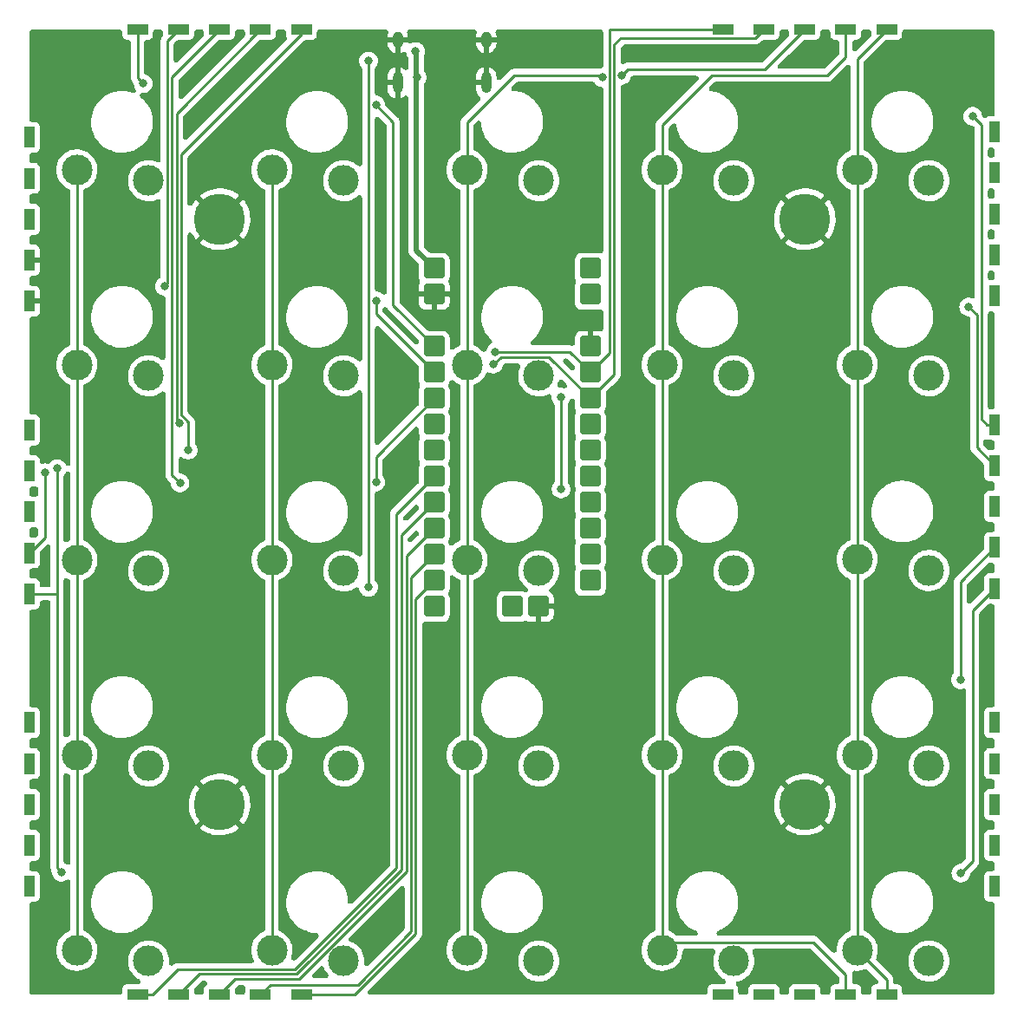
<source format=gtl>
%TF.GenerationSoftware,KiCad,Pcbnew,(6.0.4)*%
%TF.CreationDate,2022-05-04T18:37:34+01:00*%
%TF.ProjectId,v2,76322e6b-6963-4616-945f-706362585858,rev?*%
%TF.SameCoordinates,Original*%
%TF.FileFunction,Copper,L1,Top*%
%TF.FilePolarity,Positive*%
%FSLAX46Y46*%
G04 Gerber Fmt 4.6, Leading zero omitted, Abs format (unit mm)*
G04 Created by KiCad (PCBNEW (6.0.4)) date 2022-05-04 18:37:34*
%MOMM*%
%LPD*%
G01*
G04 APERTURE LIST*
G04 Aperture macros list*
%AMRoundRect*
0 Rectangle with rounded corners*
0 $1 Rounding radius*
0 $2 $3 $4 $5 $6 $7 $8 $9 X,Y pos of 4 corners*
0 Add a 4 corners polygon primitive as box body*
4,1,4,$2,$3,$4,$5,$6,$7,$8,$9,$2,$3,0*
0 Add four circle primitives for the rounded corners*
1,1,$1+$1,$2,$3*
1,1,$1+$1,$4,$5*
1,1,$1+$1,$6,$7*
1,1,$1+$1,$8,$9*
0 Add four rect primitives between the rounded corners*
20,1,$1+$1,$2,$3,$4,$5,0*
20,1,$1+$1,$4,$5,$6,$7,0*
20,1,$1+$1,$6,$7,$8,$9,0*
20,1,$1+$1,$8,$9,$2,$3,0*%
G04 Aperture macros list end*
%TA.AperFunction,ComponentPad*%
%ADD10C,3.000000*%
%TD*%
%TA.AperFunction,ComponentPad*%
%ADD11R,2.000000X1.000000*%
%TD*%
%TA.AperFunction,ComponentPad*%
%ADD12R,1.000000X2.000000*%
%TD*%
%TA.AperFunction,ComponentPad*%
%ADD13C,5.000000*%
%TD*%
%TA.AperFunction,ComponentPad*%
%ADD14O,1.000000X1.600000*%
%TD*%
%TA.AperFunction,ComponentPad*%
%ADD15O,1.000000X2.100000*%
%TD*%
%TA.AperFunction,ComponentPad*%
%ADD16RoundRect,0.200000X0.800000X0.800000X-0.800000X0.800000X-0.800000X-0.800000X0.800000X-0.800000X0*%
%TD*%
%TA.AperFunction,ViaPad*%
%ADD17C,0.800000*%
%TD*%
%TA.AperFunction,Conductor*%
%ADD18C,0.250000*%
%TD*%
%TA.AperFunction,Conductor*%
%ADD19C,0.500000*%
%TD*%
G04 APERTURE END LIST*
D10*
%TO.P,SW6,1,1*%
%TO.N,/b0c1*%
X24537500Y-61912500D03*
%TO.P,SW6,2,2*%
%TO.N,Net-(D6-Pad1)*%
X31537500Y-62962500D03*
%TD*%
D11*
%TO.P,J1,1,Pin_1*%
%TO.N,/b0r1*%
X30462500Y-29137500D03*
%TO.P,J1,2,Pin_2*%
%TO.N,/b0r2*%
X34462500Y-29137500D03*
%TO.P,J1,3,Pin_3*%
%TO.N,/b0r3*%
X38462500Y-29137500D03*
%TO.P,J1,4,Pin_4*%
%TO.N,/b0r4*%
X42462500Y-29137500D03*
%TO.P,J1,5,Pin_5*%
%TO.N,/b0r5*%
X46462500Y-29137500D03*
%TD*%
D10*
%TO.P,SW4,1,1*%
%TO.N,/b0c4*%
X81687500Y-42862500D03*
%TO.P,SW4,2,2*%
%TO.N,Net-(D4-Pad1)*%
X88687500Y-43912500D03*
%TD*%
D12*
%TO.P,J5,1,Pin_1*%
%TO.N,/b0c1*%
X19912500Y-96837500D03*
%TO.P,J5,2,Pin_2*%
%TO.N,/b0c2*%
X19912500Y-100837500D03*
%TO.P,J5,3,Pin_3*%
%TO.N,/b0c3*%
X19912500Y-104837500D03*
%TO.P,J5,4,Pin_4*%
%TO.N,/b0c4*%
X19912500Y-108837500D03*
%TO.P,J5,5,Pin_5*%
%TO.N,/b0c5*%
X19912500Y-112837500D03*
%TD*%
%TO.P,J9,1,Pin_1*%
%TO.N,/b1c1*%
X114162500Y-96837500D03*
%TO.P,J9,2,Pin_2*%
%TO.N,/b1c2*%
X114162500Y-100837500D03*
%TO.P,J9,3,Pin_3*%
%TO.N,/b1c3*%
X114162500Y-104837500D03*
%TO.P,J9,4,Pin_4*%
%TO.N,/b1c4*%
X114162500Y-108837500D03*
%TO.P,J9,5,Pin_5*%
%TO.N,/b1c5*%
X114162500Y-112837500D03*
%TD*%
D10*
%TO.P,SW10,1,1*%
%TO.N,/b0c5*%
X100737500Y-61912500D03*
%TO.P,SW10,2,2*%
%TO.N,Net-(D10-Pad1)*%
X107737500Y-62962500D03*
%TD*%
D12*
%TO.P,J7,1,Pin_1*%
%TO.N,+VDC*%
X114162500Y-39162500D03*
%TO.P,J7,2,Pin_2*%
X114162500Y-43162500D03*
%TO.P,J7,3,Pin_3*%
%TO.N,/MCU_DATA*%
X114162500Y-47162500D03*
%TO.P,J7,4,Pin_4*%
%TO.N,GND*%
X114162500Y-51162500D03*
%TO.P,J7,5,Pin_5*%
X114162500Y-55162500D03*
%TD*%
D10*
%TO.P,SW9,1,1*%
%TO.N,/b0c4*%
X81687500Y-61912500D03*
%TO.P,SW9,2,2*%
%TO.N,Net-(D9-Pad1)*%
X88687500Y-62962500D03*
%TD*%
D13*
%TO.P,H4,1,1*%
%TO.N,GND*%
X38462500Y-47687500D03*
%TD*%
%TO.P,H3,1,1*%
%TO.N,GND*%
X95612500Y-47687500D03*
%TD*%
D10*
%TO.P,SW2,1,1*%
%TO.N,/b0c2*%
X43587500Y-42862500D03*
%TO.P,SW2,2,2*%
%TO.N,Net-(D2-Pad1)*%
X50587500Y-43912500D03*
%TD*%
D11*
%TO.P,J4,1,Pin_1*%
%TO.N,/b0c1*%
X87612500Y-123387500D03*
%TO.P,J4,2,Pin_2*%
%TO.N,/b0c2*%
X91612500Y-123387500D03*
%TO.P,J4,3,Pin_3*%
%TO.N,/b0c3*%
X95612500Y-123387500D03*
%TO.P,J4,4,Pin_4*%
%TO.N,/b0c4*%
X99612500Y-123387500D03*
%TO.P,J4,5,Pin_5*%
%TO.N,/b0c5*%
X103612500Y-123387500D03*
%TD*%
D10*
%TO.P,SW5,1,1*%
%TO.N,/b0c5*%
X100737500Y-42862500D03*
%TO.P,SW5,2,2*%
%TO.N,Net-(D5-Pad1)*%
X107737500Y-43912500D03*
%TD*%
%TO.P,SW21,1,1*%
%TO.N,/b0c1*%
X24537500Y-119062500D03*
%TO.P,SW21,2,2*%
%TO.N,Net-(D21-Pad1)*%
X31537500Y-120112500D03*
%TD*%
D12*
%TO.P,J8,1,Pin_1*%
%TO.N,/b0r1*%
X114162500Y-67737500D03*
%TO.P,J8,2,Pin_2*%
%TO.N,/b0r2*%
X114162500Y-71737500D03*
%TO.P,J8,3,Pin_3*%
%TO.N,/b0r3*%
X114162500Y-75737500D03*
%TO.P,J8,4,Pin_4*%
%TO.N,/b0r4*%
X114162500Y-79737500D03*
%TO.P,J8,5,Pin_5*%
%TO.N,/b0r5*%
X114162500Y-83737500D03*
%TD*%
D11*
%TO.P,J3,1,Pin_1*%
%TO.N,/b0c1*%
X87612500Y-29137500D03*
%TO.P,J3,2,Pin_2*%
%TO.N,/b0c2*%
X91612500Y-29137500D03*
%TO.P,J3,3,Pin_3*%
%TO.N,/b0c3*%
X95612500Y-29137500D03*
%TO.P,J3,4,Pin_4*%
%TO.N,/b0c4*%
X99612500Y-29137500D03*
%TO.P,J3,5,Pin_5*%
%TO.N,/b0c5*%
X103612500Y-29137500D03*
%TD*%
D10*
%TO.P,SW22,1,1*%
%TO.N,/b0c2*%
X43587500Y-119062500D03*
%TO.P,SW22,2,2*%
%TO.N,Net-(D22-Pad1)*%
X50587500Y-120112500D03*
%TD*%
%TO.P,SW13,1,1*%
%TO.N,/b0c3*%
X62637500Y-80962500D03*
%TO.P,SW13,2,2*%
%TO.N,Net-(D13-Pad1)*%
X69637500Y-82012500D03*
%TD*%
%TO.P,SW1,1,1*%
%TO.N,/b0c1*%
X24537500Y-42862500D03*
%TO.P,SW1,2,2*%
%TO.N,Net-(D1-Pad1)*%
X31537500Y-43912500D03*
%TD*%
D12*
%TO.P,J10,1,Pin_1*%
%TO.N,+VDC*%
X19912500Y-39687500D03*
%TO.P,J10,2,Pin_2*%
X19912500Y-43687500D03*
%TO.P,J10,3,Pin_3*%
%TO.N,/MCU_DATA*%
X19912500Y-47687500D03*
%TO.P,J10,4,Pin_4*%
%TO.N,GND*%
X19912500Y-51687500D03*
%TO.P,J10,5,Pin_5*%
X19912500Y-55687500D03*
%TD*%
D10*
%TO.P,SW14,1,1*%
%TO.N,/b0c4*%
X81687500Y-80962500D03*
%TO.P,SW14,2,2*%
%TO.N,Net-(D14-Pad1)*%
X88687500Y-82012500D03*
%TD*%
%TO.P,SW19,1,1*%
%TO.N,/b0c4*%
X81687500Y-100012500D03*
%TO.P,SW19,2,2*%
%TO.N,Net-(D19-Pad1)*%
X88687500Y-101062500D03*
%TD*%
%TO.P,SW17,1,1*%
%TO.N,/b0c2*%
X43587500Y-100012500D03*
%TO.P,SW17,2,2*%
%TO.N,Net-(D17-Pad1)*%
X50587500Y-101062500D03*
%TD*%
D13*
%TO.P,H2,1,1*%
%TO.N,GND*%
X95612500Y-104837500D03*
%TD*%
D10*
%TO.P,SW15,1,1*%
%TO.N,/b0c5*%
X100737500Y-80927500D03*
%TO.P,SW15,2,2*%
%TO.N,Net-(D15-Pad1)*%
X107737500Y-81977500D03*
%TD*%
%TO.P,SW16,1,1*%
%TO.N,/b0c1*%
X24537500Y-100012500D03*
%TO.P,SW16,2,2*%
%TO.N,Net-(D16-Pad1)*%
X31537500Y-101062500D03*
%TD*%
%TO.P,SW24,1,1*%
%TO.N,/b0c4*%
X81687500Y-119062500D03*
%TO.P,SW24,2,2*%
%TO.N,Net-(D24-Pad1)*%
X88687500Y-120112500D03*
%TD*%
D13*
%TO.P,H1,1,1*%
%TO.N,GND*%
X38462500Y-104837500D03*
%TD*%
D11*
%TO.P,J2,1,Pin_1*%
%TO.N,/b1r1*%
X30462500Y-123387500D03*
%TO.P,J2,2,Pin_2*%
%TO.N,/b1r2*%
X34462500Y-123387500D03*
%TO.P,J2,3,Pin_3*%
%TO.N,/b1r3*%
X38462500Y-123387500D03*
%TO.P,J2,4,Pin_4*%
%TO.N,/b1r4*%
X42462500Y-123387500D03*
%TO.P,J2,5,Pin_5*%
%TO.N,/b1r5*%
X46462500Y-123387500D03*
%TD*%
D10*
%TO.P,SW20,1,1*%
%TO.N,/b0c5*%
X100737500Y-100012500D03*
%TO.P,SW20,2,2*%
%TO.N,Net-(D20-Pad1)*%
X107737500Y-101062500D03*
%TD*%
%TO.P,SW23,1,1*%
%TO.N,/b0c3*%
X62637500Y-119062500D03*
%TO.P,SW23,2,2*%
%TO.N,Net-(D23-Pad1)*%
X69637500Y-120112500D03*
%TD*%
%TO.P,SW18,1,1*%
%TO.N,/b0c3*%
X62637500Y-100012500D03*
%TO.P,SW18,2,2*%
%TO.N,Net-(D18-Pad1)*%
X69637500Y-101062500D03*
%TD*%
%TO.P,SW3,1,1*%
%TO.N,/b0c3*%
X62637500Y-42862500D03*
%TO.P,SW3,2,2*%
%TO.N,Net-(D3-Pad1)*%
X69637500Y-43912500D03*
%TD*%
%TO.P,SW25,1,1*%
%TO.N,/b0c5*%
X100737500Y-119062500D03*
%TO.P,SW25,2,2*%
%TO.N,Net-(D25-Pad1)*%
X107737500Y-120112500D03*
%TD*%
%TO.P,SW7,1,1*%
%TO.N,/b0c2*%
X43587500Y-61912500D03*
%TO.P,SW7,2,2*%
%TO.N,Net-(D7-Pad1)*%
X50587500Y-62962500D03*
%TD*%
%TO.P,SW11,1,1*%
%TO.N,/b0c1*%
X24537500Y-80962500D03*
%TO.P,SW11,2,2*%
%TO.N,Net-(D11-Pad1)*%
X31537500Y-82012500D03*
%TD*%
%TO.P,SW12,1,1*%
%TO.N,/b0c2*%
X43587500Y-80962500D03*
%TO.P,SW12,2,2*%
%TO.N,Net-(D12-Pad1)*%
X50587500Y-82012500D03*
%TD*%
D12*
%TO.P,J6,1,Pin_1*%
%TO.N,/b0r1*%
X19912500Y-68262500D03*
%TO.P,J6,2,Pin_2*%
%TO.N,/b0r2*%
X19912500Y-72262500D03*
%TO.P,J6,3,Pin_3*%
%TO.N,/b0r3*%
X19912500Y-76262500D03*
%TO.P,J6,4,Pin_4*%
%TO.N,/b0r4*%
X19912500Y-80262500D03*
%TO.P,J6,5,Pin_5*%
%TO.N,/b0r5*%
X19912500Y-84262500D03*
%TD*%
D10*
%TO.P,SW8,1,1*%
%TO.N,/b0c3*%
X62637500Y-61912500D03*
%TO.P,SW8,2,2*%
%TO.N,Net-(D8-Pad1)*%
X69637500Y-62962500D03*
%TD*%
D14*
%TO.P,J11,S1,SHIELD*%
%TO.N,GND*%
X64497500Y-30177500D03*
X55857500Y-30177500D03*
D15*
X64497500Y-34357500D03*
X55857500Y-34357500D03*
%TD*%
D16*
%TO.P,U1,1,RST*%
%TO.N,unconnected-(U1-Pad1)*%
X74662500Y-52477500D03*
%TO.P,U1,2,5V*%
%TO.N,+5V*%
X74662500Y-55017500D03*
%TO.P,U1,4,GND*%
%TO.N,GND*%
X74662500Y-60097500D03*
%TO.P,U1,5,A0_PF7*%
%TO.N,/b0c1*%
X74662500Y-62637500D03*
%TO.P,U1,6,A1_PF6*%
%TO.N,/b0c2*%
X74662500Y-65177500D03*
%TO.P,U1,7,A2_PF5*%
%TO.N,/b0c3*%
X74662500Y-67717500D03*
%TO.P,U1,8,A3_PF4*%
%TO.N,/b0c4*%
X74662500Y-70257500D03*
%TO.P,U1,9,A4_PF1*%
%TO.N,/b0c5*%
X74662500Y-72797500D03*
%TO.P,U1,10,A5_PF0*%
%TO.N,/b1c1*%
X74662500Y-75337500D03*
%TO.P,U1,11,SCK_15_PB1*%
%TO.N,/b1c2*%
X74662500Y-77877500D03*
%TO.P,U1,12,MOSI_16_PB2*%
%TO.N,/b1c3*%
X74662500Y-80417500D03*
%TO.P,U1,13,MISO_14_PB3*%
%TO.N,/b1c4*%
X74662500Y-82957500D03*
%TO.P,U1,16,GND*%
%TO.N,GND*%
X69582500Y-85497500D03*
%TO.P,U1,17,8_PB4*%
%TO.N,/b1c5*%
X67042500Y-85497500D03*
%TO.P,U1,20,RX_0_PD2*%
%TO.N,/MCU_DATA*%
X59422500Y-85497500D03*
%TO.P,U1,21,TX_1_PD3*%
%TO.N,/b1r5*%
X59422500Y-82957500D03*
%TO.P,U1,22,SDA_2_PD1*%
%TO.N,/b1r4*%
X59422500Y-80417500D03*
%TO.P,U1,23,SCL_3_PD0*%
%TO.N,/b1r3*%
X59422500Y-77877500D03*
%TO.P,U1,24,5_PC6*%
%TO.N,/b1r2*%
X59422500Y-75337500D03*
%TO.P,U1,25,7_PE6*%
%TO.N,/b1r1*%
X59422500Y-72797500D03*
%TO.P,U1,26,~9_PB5*%
%TO.N,/b0r5*%
X59422500Y-70257500D03*
%TO.P,U1,27,~10_PB6*%
%TO.N,/b0r4*%
X59422500Y-67717500D03*
%TO.P,U1,28,~11_PB7*%
%TO.N,/b0r3*%
X59422500Y-65177500D03*
%TO.P,U1,29,12_PD6*%
%TO.N,/b0r2*%
X59422500Y-62637500D03*
%TO.P,U1,30,13_PC7*%
%TO.N,/b0r1*%
X59422500Y-60097500D03*
%TO.P,U1,32,GND*%
%TO.N,GND*%
X59422500Y-55017500D03*
%TO.P,U1,33,BAT*%
%TO.N,+VDC*%
X59422500Y-52477500D03*
%TD*%
D17*
%TO.N,/b0r1*%
X53737000Y-36512500D03*
X112012500Y-37637500D03*
X31012500Y-34437500D03*
%TO.N,/b0r2*%
X33087031Y-54237500D03*
X53737000Y-55637500D03*
X111612500Y-56237500D03*
%TO.N,/b0r3*%
X34612500Y-73437500D03*
X71812500Y-74037500D03*
X53737000Y-73347500D03*
X71812500Y-65037500D03*
%TO.N,/b0r4*%
X34536031Y-67637500D03*
X110812500Y-92637500D03*
X21412500Y-72437500D03*
%TO.N,/b0r5*%
X35412500Y-70237500D03*
X22612500Y-72037500D03*
X110852500Y-111527979D03*
X23012500Y-111437500D03*
%TO.N,/b0c2*%
X65212500Y-61837500D03*
%TO.N,/b0c3*%
X75838480Y-33837500D03*
X77737000Y-33637500D03*
%TO.N,/b0c1*%
X65412500Y-60637500D03*
%TO.N,+VDC*%
X57752904Y-33828564D03*
X57612500Y-31300411D03*
%TO.N,/MCU_DATA*%
X53012500Y-83637500D03*
X53012500Y-32237500D03*
%TO.N,GND*%
X74612500Y-46837500D03*
X39812500Y-84837500D03*
X48212500Y-104237500D03*
X38412500Y-96037500D03*
X39012500Y-62437500D03*
X68612500Y-105837500D03*
X107412500Y-107437500D03*
X39212500Y-40837500D03*
X88412500Y-104437500D03*
%TD*%
D18*
%TO.N,/b0r1*%
X113412500Y-67737500D02*
X112862020Y-67187020D01*
X30462500Y-33887500D02*
X30462500Y-29137500D01*
X112862020Y-38487020D02*
X112012500Y-37637500D01*
X55412500Y-38188000D02*
X53737000Y-36512500D01*
X114162500Y-67737500D02*
X113412500Y-67737500D01*
X112862020Y-67187020D02*
X112862020Y-38487020D01*
X55412500Y-56087500D02*
X55412500Y-38188000D01*
X31012500Y-34437500D02*
X30462500Y-33887500D01*
X59422500Y-60097500D02*
X55412500Y-56087500D01*
%TO.N,/b0r2*%
X111612500Y-56237500D02*
X112412500Y-57037500D01*
X53737000Y-56952000D02*
X59422500Y-62637500D01*
X33362011Y-53962520D02*
X33362011Y-30237989D01*
X33362011Y-30237989D02*
X34462500Y-29137500D01*
X33087031Y-54237500D02*
X33362011Y-53962520D01*
X53737000Y-55637500D02*
X53737000Y-56952000D01*
X112412500Y-69987500D02*
X114162500Y-71737500D01*
X112412500Y-57037500D02*
X112412500Y-69987500D01*
%TO.N,/b0r3*%
X59422500Y-65177500D02*
X53737000Y-70863000D01*
X71812500Y-74037500D02*
X71812500Y-65037500D01*
X53737000Y-70863000D02*
X53737000Y-73347500D01*
X33811531Y-72636531D02*
X33811531Y-33788469D01*
X34612500Y-73437500D02*
X33811531Y-72636531D01*
X33811531Y-33788469D02*
X38462500Y-29137500D01*
%TO.N,/b0r4*%
X34261051Y-67362520D02*
X34261051Y-37338949D01*
X21412500Y-78762500D02*
X19912500Y-80262500D01*
X34261051Y-37338949D02*
X42462500Y-29137500D01*
X110812500Y-92637500D02*
X110812500Y-83087500D01*
X34536031Y-67637500D02*
X34261051Y-67362520D01*
X110812500Y-83087500D02*
X114162500Y-79737500D01*
X21412500Y-72437500D02*
X21412500Y-78762500D01*
%TO.N,/b0r5*%
X35412500Y-67489355D02*
X34710571Y-66787426D01*
X22612500Y-72037500D02*
X22612500Y-111037500D01*
X110852500Y-111527979D02*
X112012500Y-110367979D01*
X35412500Y-70237500D02*
X35412500Y-67489355D01*
X22612500Y-111037500D02*
X23012500Y-111437500D01*
X112012500Y-110367979D02*
X112012500Y-85887500D01*
X34710571Y-66787426D02*
X34710571Y-41339429D01*
X34710571Y-41339429D02*
X46462500Y-29587500D01*
X46462500Y-29587500D02*
X46462500Y-29137500D01*
X19912500Y-84262500D02*
X22612500Y-84262500D01*
X112012500Y-85887500D02*
X114162500Y-83737500D01*
%TO.N,/b1r1*%
X55762980Y-111015584D02*
X55762980Y-76457020D01*
X31962500Y-123387500D02*
X34411540Y-120938460D01*
X45840104Y-120938460D02*
X55762980Y-111015584D01*
X55762980Y-76457020D02*
X59422500Y-72797500D01*
X34411540Y-120938460D02*
X45840104Y-120938460D01*
X30462500Y-123387500D02*
X31962500Y-123387500D01*
%TO.N,/b1r2*%
X34462500Y-123387500D02*
X36462020Y-121387980D01*
X56212500Y-78547500D02*
X59422500Y-75337500D01*
X56212500Y-111201782D02*
X56212500Y-78547500D01*
X46026302Y-121387980D02*
X56212500Y-111201782D01*
X36462020Y-121387980D02*
X46026302Y-121387980D01*
%TO.N,/b1r3*%
X46212500Y-121837500D02*
X56713460Y-111336540D01*
X56713460Y-80586540D02*
X59422500Y-77877500D01*
X56713460Y-111336540D02*
X56713460Y-80586540D01*
X40012500Y-121837500D02*
X46212500Y-121837500D01*
X38462500Y-123387500D02*
X40012500Y-121837500D01*
%TO.N,/b1r4*%
X57162980Y-117251302D02*
X57162980Y-82677020D01*
X51976782Y-122437500D02*
X57162980Y-117251302D01*
X43412500Y-122437500D02*
X51976782Y-122437500D01*
X57162980Y-82677020D02*
X59422500Y-80417500D01*
X42462500Y-123387500D02*
X43412500Y-122437500D01*
%TO.N,/b1r5*%
X46462500Y-123387500D02*
X51662500Y-123387500D01*
X57612500Y-84767500D02*
X59422500Y-82957500D01*
X57612500Y-117437500D02*
X57612500Y-84767500D01*
X51662500Y-123387500D02*
X57612500Y-117437500D01*
%TO.N,/b0c2*%
X77687989Y-29962011D02*
X90787989Y-29962011D01*
X77012500Y-30637500D02*
X77687989Y-29962011D01*
X70622989Y-61137989D02*
X65936625Y-61137989D01*
X65237114Y-61837500D02*
X65212500Y-61837500D01*
X74662500Y-65177500D02*
X70622989Y-61137989D01*
X74662500Y-65177500D02*
X77012500Y-62827500D01*
X90787989Y-29962011D02*
X91612500Y-29137500D01*
X77012500Y-62827500D02*
X77012500Y-30637500D01*
X43587500Y-119062500D02*
X43587500Y-42862500D01*
X65936625Y-61137989D02*
X65237114Y-61837500D01*
%TO.N,/b0c3*%
X75638480Y-33637500D02*
X67212500Y-33637500D01*
X91712500Y-33037500D02*
X95612500Y-29137500D01*
X78337000Y-33037500D02*
X91712500Y-33037500D01*
X75838480Y-33837500D02*
X75638480Y-33637500D01*
X62637500Y-119062500D02*
X62637500Y-100012500D01*
X77737000Y-33637500D02*
X78337000Y-33037500D01*
X62637500Y-38212500D02*
X62637500Y-42862500D01*
X67212500Y-33637500D02*
X62637500Y-38212500D01*
X62637500Y-80962500D02*
X62637500Y-100012500D01*
X62637500Y-42862500D02*
X62637500Y-80962500D01*
%TO.N,/b0c4*%
X97812500Y-33637500D02*
X99612500Y-31837500D01*
X81687500Y-42862500D02*
X81687500Y-38497312D01*
X81687500Y-119062500D02*
X81687500Y-42862500D01*
X81687500Y-38497312D02*
X86547312Y-33637500D01*
X96462989Y-118287989D02*
X82462011Y-118287989D01*
X99612500Y-123387500D02*
X99612500Y-121437500D01*
X86547312Y-33637500D02*
X97812500Y-33637500D01*
X99612500Y-121437500D02*
X96462989Y-118287989D01*
X99612500Y-31837500D02*
X99612500Y-29137500D01*
%TO.N,/b0c5*%
X100737500Y-42862500D02*
X100737500Y-32012500D01*
X100737500Y-42862500D02*
X100737500Y-119062500D01*
X103612500Y-121937500D02*
X100737500Y-119062500D01*
X100737500Y-32012500D02*
X103612500Y-29137500D01*
X103612500Y-123387500D02*
X103612500Y-121937500D01*
%TO.N,/b0c1*%
X74662500Y-62637500D02*
X76562980Y-60737020D01*
X72662500Y-60637500D02*
X74662500Y-62637500D01*
X76562980Y-60737020D02*
X76562980Y-29187980D01*
X76613460Y-29137500D02*
X87612500Y-29137500D01*
X76562980Y-29187980D02*
X76613460Y-29137500D01*
X24537500Y-42862500D02*
X24537500Y-119062500D01*
X65412500Y-60637500D02*
X72662500Y-60637500D01*
D19*
%TO.N,+VDC*%
X57687002Y-31374913D02*
X57687002Y-33762662D01*
X57612500Y-31300411D02*
X57687002Y-31374913D01*
X57687002Y-33762662D02*
X57752904Y-33828564D01*
X57672702Y-50727702D02*
X59422500Y-52477500D01*
X57752904Y-33828564D02*
X57672702Y-33908766D01*
X57672702Y-33908766D02*
X57672702Y-50727702D01*
D18*
%TO.N,/MCU_DATA*%
X53012500Y-32237500D02*
X53012500Y-83637500D01*
%TD*%
%TA.AperFunction,Conductor*%
%TO.N,GND*%
G36*
X28800288Y-29164954D02*
G01*
X28881070Y-29218930D01*
X28935046Y-29299712D01*
X28954000Y-29395000D01*
X28954000Y-29685634D01*
X28954726Y-29692322D01*
X28954727Y-29692331D01*
X28954787Y-29692881D01*
X28960755Y-29747816D01*
X29011885Y-29884205D01*
X29099239Y-30000761D01*
X29215795Y-30088115D01*
X29352184Y-30139245D01*
X29367698Y-30140930D01*
X29367701Y-30140931D01*
X29407669Y-30145273D01*
X29407678Y-30145274D01*
X29414366Y-30146000D01*
X29580000Y-30146000D01*
X29675288Y-30164954D01*
X29756070Y-30218930D01*
X29810046Y-30299712D01*
X29829000Y-30395000D01*
X29829000Y-33813238D01*
X29828742Y-33818713D01*
X29826798Y-33827409D01*
X29827290Y-33843066D01*
X29827290Y-33843068D01*
X29828877Y-33893544D01*
X29829000Y-33901368D01*
X29829000Y-33927356D01*
X29829981Y-33935120D01*
X29830141Y-33937668D01*
X29830509Y-33945459D01*
X29831827Y-33987389D01*
X29836197Y-34002431D01*
X29837524Y-34010809D01*
X29839955Y-34022548D01*
X29842063Y-34030756D01*
X29844026Y-34046297D01*
X29849793Y-34060862D01*
X29858165Y-34082007D01*
X29865766Y-34104208D01*
X29872110Y-34126046D01*
X29872112Y-34126050D01*
X29876482Y-34141093D01*
X29884456Y-34154577D01*
X29887825Y-34162361D01*
X29893091Y-34173110D01*
X29897180Y-34180548D01*
X29902948Y-34195117D01*
X29925532Y-34226202D01*
X29938396Y-34245785D01*
X29957958Y-34278862D01*
X29969031Y-34289935D01*
X29974221Y-34296626D01*
X29982018Y-34305756D01*
X29987824Y-34311938D01*
X29997028Y-34324607D01*
X30009094Y-34334589D01*
X30009096Y-34334591D01*
X30017413Y-34341471D01*
X30078753Y-34416814D01*
X30106333Y-34507304D01*
X30118958Y-34627428D01*
X30177973Y-34809056D01*
X30227497Y-34894834D01*
X30273460Y-34974444D01*
X30271018Y-34975854D01*
X30302747Y-35044674D01*
X30306565Y-35141754D01*
X30272941Y-35232905D01*
X30206994Y-35304251D01*
X30118765Y-35344928D01*
X30021685Y-35348746D01*
X29982445Y-35339217D01*
X29724295Y-35253842D01*
X29717477Y-35251587D01*
X29606110Y-35228524D01*
X29384759Y-35182684D01*
X29384752Y-35182683D01*
X29377736Y-35181230D01*
X29217689Y-35166946D01*
X29078147Y-35154492D01*
X29078140Y-35154492D01*
X29072631Y-35154000D01*
X28849068Y-35154000D01*
X28845480Y-35154207D01*
X28845476Y-35154207D01*
X28786179Y-35157626D01*
X28591126Y-35168873D01*
X28584049Y-35170108D01*
X28584050Y-35170108D01*
X28256417Y-35227289D01*
X28256413Y-35227290D01*
X28249342Y-35228524D01*
X28242460Y-35230562D01*
X28242458Y-35230563D01*
X28163870Y-35253842D01*
X27916680Y-35327063D01*
X27910086Y-35329875D01*
X27910082Y-35329877D01*
X27833071Y-35362725D01*
X27597548Y-35463184D01*
X27591325Y-35466733D01*
X27591320Y-35466736D01*
X27302413Y-35631525D01*
X27302407Y-35631529D01*
X27296176Y-35635083D01*
X27290394Y-35639331D01*
X27290393Y-35639331D01*
X27284437Y-35643706D01*
X27016560Y-35840482D01*
X27011307Y-35845363D01*
X27011305Y-35845365D01*
X26965457Y-35887970D01*
X26762404Y-36076658D01*
X26757752Y-36082105D01*
X26757747Y-36082110D01*
X26698384Y-36151616D01*
X26537078Y-36340481D01*
X26533080Y-36346431D01*
X26533076Y-36346436D01*
X26410785Y-36528425D01*
X26343569Y-36628453D01*
X26184440Y-36936759D01*
X26061802Y-37261311D01*
X25977280Y-37597808D01*
X25931994Y-37941789D01*
X25931881Y-37948967D01*
X25931881Y-37948970D01*
X25930817Y-38016728D01*
X25926544Y-38288696D01*
X25935664Y-38380069D01*
X25959506Y-38618930D01*
X25961003Y-38633931D01*
X25962531Y-38640940D01*
X25962532Y-38640945D01*
X25990141Y-38767568D01*
X26034914Y-38972917D01*
X26147297Y-39301161D01*
X26296663Y-39614312D01*
X26300471Y-39620383D01*
X26300473Y-39620386D01*
X26477215Y-39902137D01*
X26477219Y-39902143D01*
X26481032Y-39908221D01*
X26697959Y-40178991D01*
X26703063Y-40184042D01*
X26703065Y-40184044D01*
X26939476Y-40417993D01*
X26939485Y-40418001D01*
X26944571Y-40423034D01*
X26950208Y-40427454D01*
X27022985Y-40484518D01*
X27217598Y-40637114D01*
X27223713Y-40640861D01*
X27507294Y-40814641D01*
X27507302Y-40814645D01*
X27513421Y-40818395D01*
X27519931Y-40821417D01*
X27519935Y-40821419D01*
X27811527Y-40956771D01*
X27828120Y-40964473D01*
X28157523Y-41073413D01*
X28222928Y-41086958D01*
X28490241Y-41142316D01*
X28490248Y-41142317D01*
X28497264Y-41143770D01*
X28657311Y-41158054D01*
X28796853Y-41170508D01*
X28796860Y-41170508D01*
X28802369Y-41171000D01*
X29025932Y-41171000D01*
X29029520Y-41170793D01*
X29029524Y-41170793D01*
X29088821Y-41167374D01*
X29283874Y-41156127D01*
X29448025Y-41127478D01*
X29618583Y-41097711D01*
X29618587Y-41097710D01*
X29625658Y-41096476D01*
X29671737Y-41082827D01*
X29909399Y-41012428D01*
X29958320Y-40997937D01*
X29964914Y-40995125D01*
X29964918Y-40995123D01*
X30198192Y-40895623D01*
X30277452Y-40861816D01*
X30283675Y-40858267D01*
X30283680Y-40858264D01*
X30572587Y-40693475D01*
X30572593Y-40693471D01*
X30578824Y-40689917D01*
X30858440Y-40484518D01*
X31112596Y-40248342D01*
X31117248Y-40242895D01*
X31117253Y-40242890D01*
X31225259Y-40116430D01*
X31337922Y-39984519D01*
X31393281Y-39902137D01*
X31527424Y-39702510D01*
X31531431Y-39696547D01*
X31690560Y-39388241D01*
X31813198Y-39063689D01*
X31897720Y-38727192D01*
X31943006Y-38383211D01*
X31943710Y-38338436D01*
X31946785Y-38142669D01*
X31948456Y-38036304D01*
X31931220Y-37863617D01*
X31914710Y-37698208D01*
X31914709Y-37698201D01*
X31913997Y-37691069D01*
X31911445Y-37679361D01*
X31841614Y-37359092D01*
X31840086Y-37352083D01*
X31727703Y-37023839D01*
X31578337Y-36710688D01*
X31526751Y-36628453D01*
X31397785Y-36422863D01*
X31397781Y-36422857D01*
X31393968Y-36416779D01*
X31177041Y-36146009D01*
X31160499Y-36129639D01*
X30935524Y-35907007D01*
X30935515Y-35906999D01*
X30930429Y-35901966D01*
X30788841Y-35790947D01*
X30725551Y-35717235D01*
X30695286Y-35624914D01*
X30702655Y-35528039D01*
X30746536Y-35441358D01*
X30820248Y-35378068D01*
X30912569Y-35347803D01*
X30942483Y-35346000D01*
X31107987Y-35346000D01*
X31294788Y-35306294D01*
X31469252Y-35228618D01*
X31479809Y-35220948D01*
X31479814Y-35220945D01*
X31613195Y-35124037D01*
X31613196Y-35124036D01*
X31623753Y-35116366D01*
X31751540Y-34974444D01*
X31758064Y-34963144D01*
X31758067Y-34963140D01*
X31840500Y-34820361D01*
X31847027Y-34809056D01*
X31906042Y-34627428D01*
X31926004Y-34437500D01*
X31906042Y-34247572D01*
X31898227Y-34223518D01*
X31859058Y-34102972D01*
X31847027Y-34065944D01*
X31835268Y-34045578D01*
X31758067Y-33911860D01*
X31758064Y-33911856D01*
X31751540Y-33900556D01*
X31623753Y-33758634D01*
X31603515Y-33743930D01*
X31479814Y-33654055D01*
X31479809Y-33654052D01*
X31469252Y-33646382D01*
X31294788Y-33568706D01*
X31282024Y-33565993D01*
X31269612Y-33561960D01*
X31270677Y-33558683D01*
X31203985Y-33530038D01*
X31136185Y-33460452D01*
X31100174Y-33370217D01*
X31096000Y-33324816D01*
X31096000Y-30395000D01*
X31114954Y-30299712D01*
X31168930Y-30218930D01*
X31249712Y-30164954D01*
X31345000Y-30146000D01*
X31510634Y-30146000D01*
X31517322Y-30145274D01*
X31517331Y-30145273D01*
X31557299Y-30140931D01*
X31557302Y-30140930D01*
X31572816Y-30139245D01*
X31709205Y-30088115D01*
X31825761Y-30000761D01*
X31913115Y-29884205D01*
X31964245Y-29747816D01*
X31970213Y-29692881D01*
X31970273Y-29692331D01*
X31970274Y-29692322D01*
X31971000Y-29685634D01*
X31971000Y-29395000D01*
X31989954Y-29299712D01*
X32043930Y-29218930D01*
X32124712Y-29164954D01*
X32220000Y-29146000D01*
X32705000Y-29146000D01*
X32800288Y-29164954D01*
X32881070Y-29218930D01*
X32935046Y-29299712D01*
X32954000Y-29395000D01*
X32954000Y-29647601D01*
X32935046Y-29742889D01*
X32891779Y-29812266D01*
X32891407Y-29812688D01*
X32885876Y-29818219D01*
X32881082Y-29824400D01*
X32879396Y-29826312D01*
X32874131Y-29832099D01*
X32872491Y-29833846D01*
X32845425Y-29862668D01*
X32837879Y-29876394D01*
X32832902Y-29883244D01*
X32826297Y-29893300D01*
X32821996Y-29900572D01*
X32812397Y-29912948D01*
X32797139Y-29948208D01*
X32786821Y-29969268D01*
X32768316Y-30002929D01*
X32764420Y-30018102D01*
X32761305Y-30025970D01*
X32757420Y-30037316D01*
X32755053Y-30045464D01*
X32748830Y-30059844D01*
X32746379Y-30075319D01*
X32742821Y-30097781D01*
X32738065Y-30120746D01*
X32728511Y-30157959D01*
X32728511Y-30173624D01*
X32727448Y-30182038D01*
X32726508Y-30193978D01*
X32726241Y-30202461D01*
X32723791Y-30217932D01*
X32725265Y-30233526D01*
X32725265Y-30233528D01*
X32727406Y-30256174D01*
X32728511Y-30279607D01*
X32728511Y-41860552D01*
X32709557Y-41955840D01*
X32655581Y-42036622D01*
X32574799Y-42090598D01*
X32479511Y-42109552D01*
X32379426Y-42088552D01*
X32227204Y-42021731D01*
X32219445Y-42018325D01*
X31956066Y-41943300D01*
X31947680Y-41942106D01*
X31947673Y-41942105D01*
X31797917Y-41920792D01*
X31684943Y-41904713D01*
X31556790Y-41904042D01*
X31419570Y-41903324D01*
X31419565Y-41903324D01*
X31411091Y-41903280D01*
X31139578Y-41939025D01*
X30875428Y-42011288D01*
X30867628Y-42014615D01*
X30631341Y-42115400D01*
X30631337Y-42115402D01*
X30623530Y-42118732D01*
X30616245Y-42123092D01*
X30616243Y-42123093D01*
X30408336Y-42247522D01*
X30388543Y-42259368D01*
X30381924Y-42264671D01*
X30381918Y-42264675D01*
X30186861Y-42420946D01*
X30174818Y-42430594D01*
X29986308Y-42629242D01*
X29981363Y-42636124D01*
X29981362Y-42636125D01*
X29831443Y-42844759D01*
X29831439Y-42844765D01*
X29826502Y-42851636D01*
X29698357Y-43093661D01*
X29604243Y-43350837D01*
X29598011Y-43379419D01*
X29547712Y-43610112D01*
X29547711Y-43610120D01*
X29545904Y-43618407D01*
X29545238Y-43626869D01*
X29543401Y-43650216D01*
X29524417Y-43891418D01*
X29540182Y-44164820D01*
X29541815Y-44173143D01*
X29577004Y-44352502D01*
X29592905Y-44433553D01*
X29595650Y-44441571D01*
X29595651Y-44441574D01*
X29623305Y-44522344D01*
X29681612Y-44692644D01*
X29685418Y-44700212D01*
X29685420Y-44700216D01*
X29800854Y-44929732D01*
X29804660Y-44937299D01*
X29959774Y-45162990D01*
X30009848Y-45218021D01*
X30138379Y-45359276D01*
X30138383Y-45359280D01*
X30144082Y-45365543D01*
X30354175Y-45541207D01*
X30361352Y-45545709D01*
X30361356Y-45545712D01*
X30533982Y-45654000D01*
X30586164Y-45686734D01*
X30744797Y-45758360D01*
X30814363Y-45789770D01*
X30835757Y-45799430D01*
X31005711Y-45849772D01*
X31090206Y-45874801D01*
X31090209Y-45874802D01*
X31098336Y-45877209D01*
X31369040Y-45918632D01*
X31523595Y-45921060D01*
X31634384Y-45922801D01*
X31634387Y-45922801D01*
X31642862Y-45922934D01*
X31714509Y-45914264D01*
X31906332Y-45891051D01*
X31906334Y-45891051D01*
X31914735Y-45890034D01*
X31958735Y-45878491D01*
X32171435Y-45822690D01*
X32179627Y-45820541D01*
X32384226Y-45735793D01*
X32479510Y-45716840D01*
X32574799Y-45735794D01*
X32655580Y-45789770D01*
X32709557Y-45870551D01*
X32728511Y-45965840D01*
X32728511Y-53248140D01*
X32709557Y-53343428D01*
X32655581Y-53424210D01*
X32625870Y-53449585D01*
X32475778Y-53558634D01*
X32347991Y-53700556D01*
X32341467Y-53711856D01*
X32341464Y-53711860D01*
X32286318Y-53807376D01*
X32252504Y-53865944D01*
X32193489Y-54047572D01*
X32173527Y-54237500D01*
X32193489Y-54427428D01*
X32252504Y-54609056D01*
X32259031Y-54620361D01*
X32341464Y-54763140D01*
X32341467Y-54763144D01*
X32347991Y-54774444D01*
X32475778Y-54916366D01*
X32486335Y-54924036D01*
X32486336Y-54924037D01*
X32619717Y-55020945D01*
X32619722Y-55020948D01*
X32630279Y-55028618D01*
X32804743Y-55106294D01*
X32980803Y-55143717D01*
X33070066Y-55182067D01*
X33137860Y-55251660D01*
X33173861Y-55341898D01*
X33178031Y-55387275D01*
X33178031Y-61184146D01*
X33159077Y-61279434D01*
X33105101Y-61360216D01*
X33024319Y-61414192D01*
X32929031Y-61433146D01*
X32833743Y-61414192D01*
X32771318Y-61376831D01*
X32710269Y-61326862D01*
X32710264Y-61326858D01*
X32703705Y-61321490D01*
X32470204Y-61178401D01*
X32219445Y-61068325D01*
X31956066Y-60993300D01*
X31947680Y-60992106D01*
X31947673Y-60992105D01*
X31797917Y-60970792D01*
X31684943Y-60954713D01*
X31556790Y-60954042D01*
X31419570Y-60953324D01*
X31419565Y-60953324D01*
X31411091Y-60953280D01*
X31139578Y-60989025D01*
X30875428Y-61061288D01*
X30867628Y-61064615D01*
X30631341Y-61165400D01*
X30631337Y-61165402D01*
X30623530Y-61168732D01*
X30616245Y-61173092D01*
X30616243Y-61173093D01*
X30452652Y-61271000D01*
X30388543Y-61309368D01*
X30381924Y-61314671D01*
X30381918Y-61314675D01*
X30257701Y-61414192D01*
X30174818Y-61480594D01*
X29986308Y-61679242D01*
X29981363Y-61686124D01*
X29981362Y-61686125D01*
X29831443Y-61894759D01*
X29831439Y-61894765D01*
X29826502Y-61901636D01*
X29698357Y-62143661D01*
X29604243Y-62400837D01*
X29598011Y-62429419D01*
X29547712Y-62660112D01*
X29547711Y-62660120D01*
X29545904Y-62668407D01*
X29545238Y-62676869D01*
X29537665Y-62773096D01*
X29524417Y-62941418D01*
X29540182Y-63214820D01*
X29546548Y-63247270D01*
X29577004Y-63402502D01*
X29592905Y-63483553D01*
X29595650Y-63491571D01*
X29595651Y-63491574D01*
X29626560Y-63581852D01*
X29681612Y-63742644D01*
X29685418Y-63750212D01*
X29685420Y-63750216D01*
X29745582Y-63869835D01*
X29804660Y-63987299D01*
X29959774Y-64212990D01*
X29990158Y-64246382D01*
X30138379Y-64409276D01*
X30138383Y-64409280D01*
X30144082Y-64415543D01*
X30354175Y-64591207D01*
X30361352Y-64595709D01*
X30361356Y-64595712D01*
X30476665Y-64668045D01*
X30586164Y-64736734D01*
X30835757Y-64849430D01*
X31005711Y-64899772D01*
X31090206Y-64924801D01*
X31090209Y-64924802D01*
X31098336Y-64927209D01*
X31369040Y-64968632D01*
X31523595Y-64971060D01*
X31634384Y-64972801D01*
X31634387Y-64972801D01*
X31642862Y-64972934D01*
X31714509Y-64964264D01*
X31906332Y-64941051D01*
X31906334Y-64941051D01*
X31914735Y-64940034D01*
X31958735Y-64928491D01*
X32171435Y-64872690D01*
X32179627Y-64870541D01*
X32187449Y-64867301D01*
X32187455Y-64867299D01*
X32424792Y-64768990D01*
X32432636Y-64765741D01*
X32476404Y-64740165D01*
X32661760Y-64631852D01*
X32661764Y-64631849D01*
X32669082Y-64627573D01*
X32675751Y-64622344D01*
X32775389Y-64544218D01*
X32862070Y-64500337D01*
X32958946Y-64492968D01*
X33051266Y-64523233D01*
X33124978Y-64586523D01*
X33168859Y-64673204D01*
X33178031Y-64740165D01*
X33178031Y-72562269D01*
X33177773Y-72567744D01*
X33175829Y-72576440D01*
X33176321Y-72592097D01*
X33176321Y-72592099D01*
X33177908Y-72642575D01*
X33178031Y-72650399D01*
X33178031Y-72676387D01*
X33179012Y-72684151D01*
X33179172Y-72686699D01*
X33179540Y-72694490D01*
X33180858Y-72736420D01*
X33185228Y-72751462D01*
X33186555Y-72759840D01*
X33188986Y-72771579D01*
X33191094Y-72779787D01*
X33193057Y-72795328D01*
X33203563Y-72821863D01*
X33207196Y-72831038D01*
X33214797Y-72853239D01*
X33221141Y-72875077D01*
X33221143Y-72875081D01*
X33225513Y-72890124D01*
X33233487Y-72903608D01*
X33236856Y-72911392D01*
X33242122Y-72922141D01*
X33246211Y-72929579D01*
X33251979Y-72944148D01*
X33274563Y-72975233D01*
X33287427Y-72994816D01*
X33306989Y-73027893D01*
X33318062Y-73038966D01*
X33323252Y-73045657D01*
X33331049Y-73054787D01*
X33336855Y-73060969D01*
X33346059Y-73073638D01*
X33358125Y-73083620D01*
X33358126Y-73083621D01*
X33375655Y-73098122D01*
X33393006Y-73113910D01*
X33634580Y-73355484D01*
X33688556Y-73436266D01*
X33706146Y-73505526D01*
X33718958Y-73627428D01*
X33722989Y-73639835D01*
X33722990Y-73639838D01*
X33744697Y-73706643D01*
X33777973Y-73809056D01*
X33784500Y-73820361D01*
X33866933Y-73963140D01*
X33866936Y-73963144D01*
X33873460Y-73974444D01*
X34001247Y-74116366D01*
X34011804Y-74124036D01*
X34011805Y-74124037D01*
X34145186Y-74220945D01*
X34145191Y-74220948D01*
X34155748Y-74228618D01*
X34330212Y-74306294D01*
X34517013Y-74346000D01*
X34707987Y-74346000D01*
X34894788Y-74306294D01*
X35069252Y-74228618D01*
X35079809Y-74220948D01*
X35079814Y-74220945D01*
X35213195Y-74124037D01*
X35213196Y-74124036D01*
X35223753Y-74116366D01*
X35351540Y-73974444D01*
X35358064Y-73963144D01*
X35358067Y-73963140D01*
X35440500Y-73820361D01*
X35447027Y-73809056D01*
X35480303Y-73706643D01*
X35502010Y-73639838D01*
X35502011Y-73639835D01*
X35506042Y-73627428D01*
X35526004Y-73437500D01*
X35506042Y-73247572D01*
X35496759Y-73219000D01*
X35453727Y-73086564D01*
X35447027Y-73065944D01*
X35408029Y-72998398D01*
X35358067Y-72911860D01*
X35358064Y-72911856D01*
X35351540Y-72900556D01*
X35223753Y-72758634D01*
X35193178Y-72736420D01*
X35079814Y-72654055D01*
X35079809Y-72654052D01*
X35069252Y-72646382D01*
X34894788Y-72568706D01*
X34707987Y-72529000D01*
X34694938Y-72529000D01*
X34681961Y-72527636D01*
X34682252Y-72524864D01*
X34607757Y-72510046D01*
X34526975Y-72456070D01*
X34517961Y-72447056D01*
X34463985Y-72366274D01*
X34445031Y-72270986D01*
X34445031Y-71146250D01*
X34463985Y-71050962D01*
X34517961Y-70970180D01*
X34598743Y-70916204D01*
X34694031Y-70897250D01*
X34789319Y-70916204D01*
X34840389Y-70944804D01*
X34955748Y-71028618D01*
X35130212Y-71106294D01*
X35317013Y-71146000D01*
X35507987Y-71146000D01*
X35694788Y-71106294D01*
X35869252Y-71028618D01*
X35879809Y-71020948D01*
X35879814Y-71020945D01*
X36013195Y-70924037D01*
X36013196Y-70924036D01*
X36023753Y-70916366D01*
X36151540Y-70774444D01*
X36158064Y-70763144D01*
X36158067Y-70763140D01*
X36240500Y-70620361D01*
X36247027Y-70609056D01*
X36280837Y-70505000D01*
X36302010Y-70439838D01*
X36302011Y-70439835D01*
X36306042Y-70427428D01*
X36326004Y-70237500D01*
X36306042Y-70047572D01*
X36299474Y-70027356D01*
X36266122Y-69924712D01*
X36247027Y-69865944D01*
X36151540Y-69700556D01*
X36142809Y-69690860D01*
X36142806Y-69690855D01*
X36109956Y-69654372D01*
X36060282Y-69570876D01*
X36046000Y-69487759D01*
X36046000Y-67563619D01*
X36046258Y-67558143D01*
X36048202Y-67549447D01*
X36046123Y-67483297D01*
X36046000Y-67475476D01*
X36046000Y-67449499D01*
X36045018Y-67441721D01*
X36044860Y-67439216D01*
X36044492Y-67431401D01*
X36043666Y-67405120D01*
X36043174Y-67389466D01*
X36038804Y-67374426D01*
X36037478Y-67366052D01*
X36035050Y-67354328D01*
X36032938Y-67346101D01*
X36030974Y-67330558D01*
X36016835Y-67294847D01*
X36009237Y-67272655D01*
X35998519Y-67235762D01*
X35990543Y-67222275D01*
X35987180Y-67214503D01*
X35981905Y-67203736D01*
X35977820Y-67196305D01*
X35972052Y-67181738D01*
X35949468Y-67150653D01*
X35936598Y-67131060D01*
X35925014Y-67111473D01*
X35917042Y-67097993D01*
X35905970Y-67086921D01*
X35900784Y-67080235D01*
X35892982Y-67071099D01*
X35887176Y-67064917D01*
X35877972Y-67052248D01*
X35865906Y-67042266D01*
X35865903Y-67042263D01*
X35848377Y-67027765D01*
X35831025Y-67011976D01*
X35417001Y-66597951D01*
X35363025Y-66517170D01*
X35344071Y-66421882D01*
X35344071Y-49988049D01*
X36526916Y-49988049D01*
X36535840Y-50001405D01*
X36560996Y-50024294D01*
X36572113Y-50033297D01*
X36842182Y-50227362D01*
X36854268Y-50235031D01*
X37144829Y-50396755D01*
X37157740Y-50402997D01*
X37464971Y-50530256D01*
X37478482Y-50534961D01*
X37798325Y-50626071D01*
X37812286Y-50629191D01*
X38140474Y-50682934D01*
X38154697Y-50684429D01*
X38486897Y-50700096D01*
X38501207Y-50699945D01*
X38832986Y-50677327D01*
X38847193Y-50675532D01*
X39174161Y-50614932D01*
X39188090Y-50611511D01*
X39505915Y-50513734D01*
X39519359Y-50508735D01*
X39823849Y-50375074D01*
X39836613Y-50368570D01*
X40123734Y-50200789D01*
X40135654Y-50192870D01*
X40386204Y-50004752D01*
X40400119Y-49989217D01*
X40395605Y-49979816D01*
X38479841Y-48064051D01*
X38462500Y-48052464D01*
X38445159Y-48064051D01*
X36538503Y-49970708D01*
X36526916Y-49988049D01*
X35344071Y-49988049D01*
X35344071Y-49228754D01*
X35363025Y-49133466D01*
X35417001Y-49052684D01*
X35497783Y-48998708D01*
X35593071Y-48979754D01*
X35688359Y-48998708D01*
X35769141Y-49052684D01*
X35813128Y-49112239D01*
X35881844Y-49242021D01*
X35889271Y-49254284D01*
X36077617Y-49528329D01*
X36086405Y-49539658D01*
X36147033Y-49609157D01*
X36163544Y-49621895D01*
X36176098Y-49614691D01*
X38085949Y-47704841D01*
X38097536Y-47687500D01*
X38827464Y-47687500D01*
X38839051Y-47704841D01*
X40744239Y-49610028D01*
X40761580Y-49621615D01*
X40772482Y-49614330D01*
X40876872Y-49489481D01*
X40885403Y-49477993D01*
X41067979Y-49200046D01*
X41075142Y-49187640D01*
X41224559Y-48890559D01*
X41230250Y-48877409D01*
X41344532Y-48565116D01*
X41348672Y-48551403D01*
X41426304Y-48228048D01*
X41428839Y-48213958D01*
X41468987Y-47882187D01*
X41469826Y-47871158D01*
X41475424Y-47693049D01*
X41475278Y-47681958D01*
X41456042Y-47348352D01*
X41454394Y-47334107D01*
X41397224Y-47006531D01*
X41393950Y-46992572D01*
X41299503Y-46673727D01*
X41294650Y-46660248D01*
X41164181Y-46354368D01*
X41157818Y-46341549D01*
X40993047Y-46052672D01*
X40985251Y-46040669D01*
X40788379Y-45772661D01*
X40780299Y-45762894D01*
X40764649Y-45751586D01*
X40745028Y-45764183D01*
X38839051Y-47670159D01*
X38827464Y-47687500D01*
X38097536Y-47687500D01*
X38085949Y-47670159D01*
X36179403Y-45763614D01*
X36162062Y-45752027D01*
X36152585Y-45758360D01*
X35992719Y-45962245D01*
X35984550Y-45973999D01*
X35807046Y-46263658D01*
X35805580Y-46262759D01*
X35750788Y-46329349D01*
X35665046Y-46375038D01*
X35568347Y-46384436D01*
X35475412Y-46356115D01*
X35400389Y-46294384D01*
X35354700Y-46208642D01*
X35344071Y-46136667D01*
X35344071Y-45388383D01*
X36527681Y-45388383D01*
X36533181Y-45398970D01*
X38445159Y-47310949D01*
X38462500Y-47322536D01*
X38479841Y-47310949D01*
X40385045Y-45405745D01*
X40396632Y-45388404D01*
X40388983Y-45376957D01*
X40289666Y-45292132D01*
X40278267Y-45283479D01*
X40002245Y-45098000D01*
X39989921Y-45090711D01*
X39694410Y-44938187D01*
X39681323Y-44932361D01*
X39370244Y-44814814D01*
X39356588Y-44810534D01*
X39034057Y-44729520D01*
X39019988Y-44726836D01*
X38690290Y-44683431D01*
X38675993Y-44682381D01*
X38343504Y-44677158D01*
X38329184Y-44677758D01*
X37998286Y-44710786D01*
X37984136Y-44713027D01*
X37659227Y-44783869D01*
X37645430Y-44787721D01*
X37330826Y-44895434D01*
X37317549Y-44900852D01*
X37017404Y-45044014D01*
X37004848Y-45050916D01*
X36723153Y-45227623D01*
X36711468Y-45235927D01*
X36541101Y-45372417D01*
X36527681Y-45388383D01*
X35344071Y-45388383D01*
X35344071Y-41704973D01*
X35363025Y-41609685D01*
X35417001Y-41528903D01*
X38657208Y-38288696D01*
X44976544Y-38288696D01*
X44985664Y-38380069D01*
X45009506Y-38618930D01*
X45011003Y-38633931D01*
X45012531Y-38640940D01*
X45012532Y-38640945D01*
X45040141Y-38767568D01*
X45084914Y-38972917D01*
X45197297Y-39301161D01*
X45346663Y-39614312D01*
X45350471Y-39620383D01*
X45350473Y-39620386D01*
X45527215Y-39902137D01*
X45527219Y-39902143D01*
X45531032Y-39908221D01*
X45747959Y-40178991D01*
X45753063Y-40184042D01*
X45753065Y-40184044D01*
X45989476Y-40417993D01*
X45989485Y-40418001D01*
X45994571Y-40423034D01*
X46000208Y-40427454D01*
X46072985Y-40484518D01*
X46267598Y-40637114D01*
X46273713Y-40640861D01*
X46557294Y-40814641D01*
X46557302Y-40814645D01*
X46563421Y-40818395D01*
X46569931Y-40821417D01*
X46569935Y-40821419D01*
X46861527Y-40956771D01*
X46878120Y-40964473D01*
X47207523Y-41073413D01*
X47272928Y-41086958D01*
X47540241Y-41142316D01*
X47540248Y-41142317D01*
X47547264Y-41143770D01*
X47707311Y-41158054D01*
X47846853Y-41170508D01*
X47846860Y-41170508D01*
X47852369Y-41171000D01*
X48075932Y-41171000D01*
X48079520Y-41170793D01*
X48079524Y-41170793D01*
X48138821Y-41167374D01*
X48333874Y-41156127D01*
X48498025Y-41127478D01*
X48668583Y-41097711D01*
X48668587Y-41097710D01*
X48675658Y-41096476D01*
X48721737Y-41082827D01*
X48959399Y-41012428D01*
X49008320Y-40997937D01*
X49014914Y-40995125D01*
X49014918Y-40995123D01*
X49248192Y-40895623D01*
X49327452Y-40861816D01*
X49333675Y-40858267D01*
X49333680Y-40858264D01*
X49622587Y-40693475D01*
X49622593Y-40693471D01*
X49628824Y-40689917D01*
X49908440Y-40484518D01*
X50162596Y-40248342D01*
X50167248Y-40242895D01*
X50167253Y-40242890D01*
X50275259Y-40116430D01*
X50387922Y-39984519D01*
X50443281Y-39902137D01*
X50577424Y-39702510D01*
X50581431Y-39696547D01*
X50740560Y-39388241D01*
X50863198Y-39063689D01*
X50947720Y-38727192D01*
X50993006Y-38383211D01*
X50993710Y-38338436D01*
X50996785Y-38142669D01*
X50998456Y-38036304D01*
X50981220Y-37863617D01*
X50964710Y-37698208D01*
X50964709Y-37698201D01*
X50963997Y-37691069D01*
X50961445Y-37679361D01*
X50891614Y-37359092D01*
X50890086Y-37352083D01*
X50777703Y-37023839D01*
X50628337Y-36710688D01*
X50576751Y-36628453D01*
X50447785Y-36422863D01*
X50447781Y-36422857D01*
X50443968Y-36416779D01*
X50227041Y-36146009D01*
X50210499Y-36129639D01*
X49985524Y-35907007D01*
X49985515Y-35906999D01*
X49980429Y-35901966D01*
X49902653Y-35840982D01*
X49713042Y-35692308D01*
X49713038Y-35692306D01*
X49707402Y-35687886D01*
X49570513Y-35604000D01*
X49417706Y-35510359D01*
X49417698Y-35510355D01*
X49411579Y-35506605D01*
X49405069Y-35503583D01*
X49405065Y-35503581D01*
X49103395Y-35363551D01*
X49103393Y-35363550D01*
X49096880Y-35360527D01*
X48767477Y-35251587D01*
X48656110Y-35228524D01*
X48434759Y-35182684D01*
X48434752Y-35182683D01*
X48427736Y-35181230D01*
X48267689Y-35166946D01*
X48128147Y-35154492D01*
X48128140Y-35154492D01*
X48122631Y-35154000D01*
X47899068Y-35154000D01*
X47895480Y-35154207D01*
X47895476Y-35154207D01*
X47836179Y-35157626D01*
X47641126Y-35168873D01*
X47634049Y-35170108D01*
X47634050Y-35170108D01*
X47306417Y-35227289D01*
X47306413Y-35227290D01*
X47299342Y-35228524D01*
X47292460Y-35230562D01*
X47292458Y-35230563D01*
X47213870Y-35253842D01*
X46966680Y-35327063D01*
X46960086Y-35329875D01*
X46960082Y-35329877D01*
X46883071Y-35362725D01*
X46647548Y-35463184D01*
X46641325Y-35466733D01*
X46641320Y-35466736D01*
X46352413Y-35631525D01*
X46352407Y-35631529D01*
X46346176Y-35635083D01*
X46340394Y-35639331D01*
X46340393Y-35639331D01*
X46334437Y-35643706D01*
X46066560Y-35840482D01*
X46061307Y-35845363D01*
X46061305Y-35845365D01*
X46015457Y-35887970D01*
X45812404Y-36076658D01*
X45807752Y-36082105D01*
X45807747Y-36082110D01*
X45748384Y-36151616D01*
X45587078Y-36340481D01*
X45583080Y-36346431D01*
X45583076Y-36346436D01*
X45460785Y-36528425D01*
X45393569Y-36628453D01*
X45234440Y-36936759D01*
X45111802Y-37261311D01*
X45027280Y-37597808D01*
X44981994Y-37941789D01*
X44981881Y-37948967D01*
X44981881Y-37948970D01*
X44980817Y-38016728D01*
X44976544Y-38288696D01*
X38657208Y-38288696D01*
X46424749Y-30521155D01*
X54849500Y-30521155D01*
X54850093Y-30533293D01*
X54862725Y-30662119D01*
X54867433Y-30685894D01*
X54917529Y-30851819D01*
X54926765Y-30874228D01*
X55008136Y-31027265D01*
X55021550Y-31047456D01*
X55131097Y-31181772D01*
X55148176Y-31198971D01*
X55281724Y-31309451D01*
X55301817Y-31323004D01*
X55454282Y-31405442D01*
X55476624Y-31414834D01*
X55580073Y-31446856D01*
X55600816Y-31449018D01*
X55601679Y-31447425D01*
X55603500Y-31435383D01*
X55603500Y-30456027D01*
X55599431Y-30435569D01*
X55578973Y-30431500D01*
X54874027Y-30431500D01*
X54853569Y-30435569D01*
X54849500Y-30456027D01*
X54849500Y-30521155D01*
X46424749Y-30521155D01*
X46726974Y-30218930D01*
X46807756Y-30164954D01*
X46903044Y-30146000D01*
X47510634Y-30146000D01*
X47517322Y-30145274D01*
X47517331Y-30145273D01*
X47557299Y-30140931D01*
X47557302Y-30140930D01*
X47572816Y-30139245D01*
X47709205Y-30088115D01*
X47825761Y-30000761D01*
X47913115Y-29884205D01*
X47964245Y-29747816D01*
X47970213Y-29692881D01*
X47970273Y-29692331D01*
X47970274Y-29692322D01*
X47971000Y-29685634D01*
X47971000Y-29395000D01*
X47989954Y-29299712D01*
X48043930Y-29218930D01*
X48124712Y-29164954D01*
X48220000Y-29146000D01*
X54692697Y-29146000D01*
X54787985Y-29164954D01*
X54868767Y-29218930D01*
X54922743Y-29299712D01*
X54941697Y-29395000D01*
X54924677Y-29477898D01*
X54926529Y-29478485D01*
X54870437Y-29655310D01*
X54865400Y-29679009D01*
X54850276Y-29813841D01*
X54849500Y-29827723D01*
X54849500Y-29898973D01*
X54853569Y-29919431D01*
X54874027Y-29923500D01*
X56840973Y-29923500D01*
X56861431Y-29919431D01*
X56865500Y-29898973D01*
X56865500Y-29833846D01*
X56864907Y-29821707D01*
X56852275Y-29692881D01*
X56847567Y-29669106D01*
X56797471Y-29503181D01*
X56791991Y-29489886D01*
X56773203Y-29394565D01*
X56792324Y-29299310D01*
X56846441Y-29218623D01*
X56927317Y-29164788D01*
X57022203Y-29146000D01*
X63332697Y-29146000D01*
X63427985Y-29164954D01*
X63508767Y-29218930D01*
X63562743Y-29299712D01*
X63581697Y-29395000D01*
X63564677Y-29477898D01*
X63566529Y-29478485D01*
X63510437Y-29655310D01*
X63505400Y-29679009D01*
X63490276Y-29813841D01*
X63489500Y-29827723D01*
X63489500Y-29898973D01*
X63493569Y-29919431D01*
X63514027Y-29923500D01*
X65480973Y-29923500D01*
X65501431Y-29919431D01*
X65505500Y-29898973D01*
X65505500Y-29833846D01*
X65504907Y-29821707D01*
X65492275Y-29692881D01*
X65487567Y-29669106D01*
X65437471Y-29503181D01*
X65431991Y-29489886D01*
X65413203Y-29394565D01*
X65432324Y-29299310D01*
X65486441Y-29218623D01*
X65567317Y-29164788D01*
X65662203Y-29146000D01*
X75680480Y-29146000D01*
X75775768Y-29164954D01*
X75856550Y-29218930D01*
X75910526Y-29299712D01*
X75929480Y-29395000D01*
X75929480Y-32687725D01*
X75910526Y-32783013D01*
X75856550Y-32863795D01*
X75775768Y-32917771D01*
X75732255Y-32931282D01*
X75556192Y-32968706D01*
X75525269Y-32982474D01*
X75423994Y-33004000D01*
X67286762Y-33004000D01*
X67281287Y-33003742D01*
X67272591Y-33001798D01*
X67256934Y-33002290D01*
X67256932Y-33002290D01*
X67213151Y-33003667D01*
X67206454Y-33003877D01*
X67198632Y-33004000D01*
X67172644Y-33004000D01*
X67164880Y-33004981D01*
X67162332Y-33005141D01*
X67154541Y-33005509D01*
X67112611Y-33006827D01*
X67097569Y-33011197D01*
X67089191Y-33012524D01*
X67077452Y-33014955D01*
X67069244Y-33017063D01*
X67053703Y-33019026D01*
X67020549Y-33032153D01*
X67017993Y-33033165D01*
X66995792Y-33040766D01*
X66973954Y-33047110D01*
X66973950Y-33047112D01*
X66958907Y-33051482D01*
X66945423Y-33059456D01*
X66937639Y-33062825D01*
X66926890Y-33068091D01*
X66919452Y-33072180D01*
X66904883Y-33077948D01*
X66873798Y-33100532D01*
X66854215Y-33113396D01*
X66821138Y-33132958D01*
X66810065Y-33144031D01*
X66803374Y-33149221D01*
X66794244Y-33157018D01*
X66788062Y-33162824D01*
X66775393Y-33172028D01*
X66765411Y-33184094D01*
X66765410Y-33184095D01*
X66750909Y-33201624D01*
X66735121Y-33218975D01*
X65930570Y-34023526D01*
X65849788Y-34077502D01*
X65754500Y-34096456D01*
X65659212Y-34077502D01*
X65578430Y-34023526D01*
X65524454Y-33942744D01*
X65505500Y-33847456D01*
X65505500Y-33763846D01*
X65504907Y-33751707D01*
X65492275Y-33622881D01*
X65487567Y-33599106D01*
X65437471Y-33433181D01*
X65428235Y-33410772D01*
X65346864Y-33257735D01*
X65333450Y-33237544D01*
X65223903Y-33103228D01*
X65206824Y-33086029D01*
X65073276Y-32975549D01*
X65053183Y-32961996D01*
X64900718Y-32879558D01*
X64878376Y-32870166D01*
X64774927Y-32838144D01*
X64754184Y-32835982D01*
X64753321Y-32837575D01*
X64751500Y-32849617D01*
X64751500Y-34362500D01*
X64732546Y-34457788D01*
X64678570Y-34538570D01*
X64597788Y-34592546D01*
X64502500Y-34611500D01*
X63514027Y-34611500D01*
X63493569Y-34615569D01*
X63489500Y-34636027D01*
X63489500Y-34951155D01*
X63490093Y-34963293D01*
X63502725Y-35092119D01*
X63507433Y-35115894D01*
X63557529Y-35281819D01*
X63566765Y-35304228D01*
X63648136Y-35457265D01*
X63661550Y-35477456D01*
X63771097Y-35611772D01*
X63788176Y-35628971D01*
X63871179Y-35697637D01*
X63932519Y-35772980D01*
X63960356Y-35866062D01*
X63950454Y-35962711D01*
X63904319Y-36048213D01*
X63888537Y-36065558D01*
X62242053Y-37712042D01*
X62238003Y-37715727D01*
X62230482Y-37720500D01*
X62219764Y-37731913D01*
X62219761Y-37731916D01*
X62185197Y-37768724D01*
X62179753Y-37774342D01*
X62161365Y-37792730D01*
X62156576Y-37798905D01*
X62154887Y-37800820D01*
X62149620Y-37806610D01*
X62120914Y-37837179D01*
X62113368Y-37850905D01*
X62108391Y-37857755D01*
X62101786Y-37867811D01*
X62097485Y-37875083D01*
X62087886Y-37887459D01*
X62072628Y-37922719D01*
X62062310Y-37943779D01*
X62043805Y-37977440D01*
X62039909Y-37992613D01*
X62036794Y-38000481D01*
X62032909Y-38011827D01*
X62030542Y-38019975D01*
X62024319Y-38034355D01*
X62021868Y-38049830D01*
X62018310Y-38072292D01*
X62013554Y-38095257D01*
X62010778Y-38106070D01*
X62004000Y-38132470D01*
X62004000Y-38148135D01*
X62002937Y-38156549D01*
X62001997Y-38168489D01*
X62001730Y-38176972D01*
X61999280Y-38192443D01*
X62000754Y-38208037D01*
X62000754Y-38208039D01*
X62002895Y-38230685D01*
X62004000Y-38254118D01*
X62004000Y-40784605D01*
X61985046Y-40879893D01*
X61931070Y-40960675D01*
X61852698Y-41013637D01*
X61723530Y-41068732D01*
X61716245Y-41073092D01*
X61716243Y-41073093D01*
X61552652Y-41171000D01*
X61488543Y-41209368D01*
X61481924Y-41214671D01*
X61481918Y-41214675D01*
X61414197Y-41268930D01*
X61274818Y-41380594D01*
X61086308Y-41579242D01*
X61081363Y-41586124D01*
X61081362Y-41586125D01*
X60931443Y-41794759D01*
X60931439Y-41794765D01*
X60926502Y-41801636D01*
X60798357Y-42043661D01*
X60704243Y-42300837D01*
X60681394Y-42405633D01*
X60647712Y-42560112D01*
X60647711Y-42560120D01*
X60645904Y-42568407D01*
X60624417Y-42841418D01*
X60640182Y-43114820D01*
X60692905Y-43383553D01*
X60695650Y-43391571D01*
X60695651Y-43391574D01*
X60737258Y-43513098D01*
X60781612Y-43642644D01*
X60785418Y-43650212D01*
X60785420Y-43650216D01*
X60814483Y-43708001D01*
X60904660Y-43887299D01*
X61059774Y-44112990D01*
X61109848Y-44168021D01*
X61238379Y-44309276D01*
X61238383Y-44309280D01*
X61244082Y-44315543D01*
X61454175Y-44491207D01*
X61461352Y-44495709D01*
X61461356Y-44495712D01*
X61471873Y-44502309D01*
X61686164Y-44636734D01*
X61849415Y-44710445D01*
X61857468Y-44714081D01*
X61936514Y-44770568D01*
X61987926Y-44853006D01*
X62004000Y-44941020D01*
X62004000Y-59834605D01*
X61985046Y-59929893D01*
X61931070Y-60010675D01*
X61852698Y-60063637D01*
X61723530Y-60118732D01*
X61716245Y-60123092D01*
X61716243Y-60123093D01*
X61522572Y-60239002D01*
X61488543Y-60259368D01*
X61335681Y-60381834D01*
X61249469Y-60426617D01*
X61152677Y-60435000D01*
X61060044Y-60405705D01*
X60985673Y-60343190D01*
X60940887Y-60256973D01*
X60931000Y-60187504D01*
X60930999Y-59246571D01*
X60930999Y-59240866D01*
X60924253Y-59167438D01*
X60872972Y-59003801D01*
X60856002Y-58975779D01*
X60791915Y-58869958D01*
X60791913Y-58869955D01*
X60784139Y-58857119D01*
X60662881Y-58735861D01*
X60650045Y-58728087D01*
X60650042Y-58728085D01*
X60529042Y-58654806D01*
X60516199Y-58647028D01*
X60352562Y-58595747D01*
X60339407Y-58594538D01*
X60339406Y-58594538D01*
X60321894Y-58592929D01*
X60279135Y-58589000D01*
X60201961Y-58589000D01*
X58913046Y-58589001D01*
X58817758Y-58570047D01*
X58736976Y-58516071D01*
X56118930Y-55898025D01*
X56099125Y-55868384D01*
X57914501Y-55868384D01*
X57915023Y-55879764D01*
X57920034Y-55934311D01*
X57925195Y-55960081D01*
X57967997Y-56096665D01*
X57980263Y-56123832D01*
X58053485Y-56244736D01*
X58071867Y-56268179D01*
X58171821Y-56368133D01*
X58195264Y-56386515D01*
X58316168Y-56459737D01*
X58343335Y-56472003D01*
X58479918Y-56514805D01*
X58505692Y-56519966D01*
X58560214Y-56524977D01*
X58571628Y-56525500D01*
X59143973Y-56525500D01*
X59164431Y-56521431D01*
X59168500Y-56500973D01*
X59168500Y-56500972D01*
X59676500Y-56500972D01*
X59680569Y-56521430D01*
X59701027Y-56525499D01*
X60273384Y-56525499D01*
X60284764Y-56524977D01*
X60339311Y-56519966D01*
X60365081Y-56514805D01*
X60501665Y-56472003D01*
X60528832Y-56459737D01*
X60649736Y-56386515D01*
X60673179Y-56368133D01*
X60773133Y-56268179D01*
X60791515Y-56244736D01*
X60864737Y-56123832D01*
X60877003Y-56096665D01*
X60919805Y-55960082D01*
X60924966Y-55934308D01*
X60929977Y-55879786D01*
X60930500Y-55868372D01*
X60930500Y-55296027D01*
X60926431Y-55275569D01*
X60905973Y-55271500D01*
X59701027Y-55271500D01*
X59680569Y-55275569D01*
X59676500Y-55296027D01*
X59676500Y-56500972D01*
X59168500Y-56500972D01*
X59168500Y-55296027D01*
X59164431Y-55275569D01*
X59143973Y-55271500D01*
X57939028Y-55271500D01*
X57918570Y-55275569D01*
X57914501Y-55296027D01*
X57914501Y-55868384D01*
X56099125Y-55868384D01*
X56064954Y-55817243D01*
X56046000Y-55721955D01*
X56046000Y-38262263D01*
X56046258Y-38256787D01*
X56048202Y-38248091D01*
X56046123Y-38181941D01*
X56046000Y-38174120D01*
X56046000Y-38148144D01*
X56045018Y-38140366D01*
X56044860Y-38137861D01*
X56044492Y-38130046D01*
X56043880Y-38110575D01*
X56043174Y-38088111D01*
X56038803Y-38073065D01*
X56037474Y-38064677D01*
X56035049Y-38052968D01*
X56032937Y-38044741D01*
X56030974Y-38029203D01*
X56025209Y-38014642D01*
X56025208Y-38014638D01*
X56016834Y-37993489D01*
X56009241Y-37971312D01*
X55998518Y-37934407D01*
X55990540Y-37920918D01*
X55987171Y-37913132D01*
X55981909Y-37902390D01*
X55977820Y-37894952D01*
X55972052Y-37880383D01*
X55949468Y-37849298D01*
X55936604Y-37829715D01*
X55917042Y-37796638D01*
X55905969Y-37785565D01*
X55900779Y-37778874D01*
X55892982Y-37769744D01*
X55887176Y-37763562D01*
X55877972Y-37750893D01*
X55848376Y-37726409D01*
X55831025Y-37710621D01*
X54714920Y-36594515D01*
X54660944Y-36513733D01*
X54643354Y-36444472D01*
X54631906Y-36335550D01*
X54630542Y-36322572D01*
X54571527Y-36140944D01*
X54537559Y-36082110D01*
X54482567Y-35986860D01*
X54482564Y-35986856D01*
X54476040Y-35975556D01*
X54348253Y-35833634D01*
X54289500Y-35790947D01*
X54204314Y-35729055D01*
X54204309Y-35729052D01*
X54193752Y-35721382D01*
X54019288Y-35643706D01*
X53843228Y-35606283D01*
X53753965Y-35567933D01*
X53686171Y-35498340D01*
X53650170Y-35408102D01*
X53646000Y-35362725D01*
X53646000Y-34951155D01*
X54849500Y-34951155D01*
X54850093Y-34963293D01*
X54862725Y-35092119D01*
X54867433Y-35115894D01*
X54917529Y-35281819D01*
X54926765Y-35304228D01*
X55008136Y-35457265D01*
X55021550Y-35477456D01*
X55131097Y-35611772D01*
X55148176Y-35628971D01*
X55281724Y-35739451D01*
X55301817Y-35753004D01*
X55454282Y-35835442D01*
X55476624Y-35844834D01*
X55580073Y-35876856D01*
X55600816Y-35879018D01*
X55601679Y-35877425D01*
X55603500Y-35865383D01*
X55603500Y-35859012D01*
X56111500Y-35859012D01*
X56115569Y-35879470D01*
X56118225Y-35879998D01*
X56128622Y-35878500D01*
X56225247Y-35850061D01*
X56247720Y-35840982D01*
X56401322Y-35760681D01*
X56421605Y-35747408D01*
X56509178Y-35676998D01*
X56595317Y-35632062D01*
X56692095Y-35623510D01*
X56784778Y-35652645D01*
X56859258Y-35715030D01*
X56904194Y-35801169D01*
X56914202Y-35871054D01*
X56914202Y-50651330D01*
X56911811Y-50682947D01*
X56911678Y-50686752D01*
X56909503Y-50701051D01*
X56910676Y-50715469D01*
X56913382Y-50748742D01*
X56913740Y-50757557D01*
X56913783Y-50757555D01*
X56914202Y-50764769D01*
X56914202Y-50771995D01*
X56915038Y-50779169D01*
X56915039Y-50779180D01*
X56917244Y-50798094D01*
X56918099Y-50806737D01*
X56923842Y-50877339D01*
X56927969Y-50890078D01*
X56929520Y-50903383D01*
X56934454Y-50916977D01*
X56934456Y-50916984D01*
X56953696Y-50969990D01*
X56956517Y-50978206D01*
X56973890Y-51031833D01*
X56973893Y-51031839D01*
X56978351Y-51045601D01*
X56985301Y-51057054D01*
X56989869Y-51069639D01*
X56997797Y-51081731D01*
X56997799Y-51081735D01*
X57028718Y-51128893D01*
X57033338Y-51136215D01*
X57070107Y-51196809D01*
X57077505Y-51205186D01*
X57080231Y-51207912D01*
X57081201Y-51208944D01*
X57086846Y-51217554D01*
X57097348Y-51227502D01*
X57097349Y-51227504D01*
X57141833Y-51269644D01*
X57146660Y-51274341D01*
X57841070Y-51968751D01*
X57895046Y-52049533D01*
X57914000Y-52144821D01*
X57914001Y-52742286D01*
X57914001Y-53334134D01*
X57920747Y-53407562D01*
X57924697Y-53420165D01*
X57924697Y-53420167D01*
X57933916Y-53449585D01*
X57972028Y-53571199D01*
X58000974Y-53618995D01*
X58034123Y-53710317D01*
X58029801Y-53807376D01*
X58000973Y-53876972D01*
X57980264Y-53911166D01*
X57967997Y-53938335D01*
X57925195Y-54074918D01*
X57920034Y-54100692D01*
X57915023Y-54155214D01*
X57914500Y-54166628D01*
X57914500Y-54738973D01*
X57918569Y-54759431D01*
X57939027Y-54763500D01*
X60905972Y-54763500D01*
X60926430Y-54759431D01*
X60930499Y-54738973D01*
X60930499Y-54166616D01*
X60929977Y-54155236D01*
X60924966Y-54100689D01*
X60919805Y-54074919D01*
X60877003Y-53938335D01*
X60864736Y-53911166D01*
X60844027Y-53876972D01*
X60810877Y-53785647D01*
X60815199Y-53688589D01*
X60844025Y-53618996D01*
X60872972Y-53571199D01*
X60924253Y-53407562D01*
X60931000Y-53334135D01*
X60930999Y-51620866D01*
X60924253Y-51547438D01*
X60872972Y-51383801D01*
X60856002Y-51355779D01*
X60791915Y-51249958D01*
X60791913Y-51249955D01*
X60784139Y-51237119D01*
X60662881Y-51115861D01*
X60650045Y-51108087D01*
X60650042Y-51108085D01*
X60529042Y-51034806D01*
X60516199Y-51027028D01*
X60352562Y-50975747D01*
X60339407Y-50974538D01*
X60339406Y-50974538D01*
X60316180Y-50972404D01*
X60279135Y-50969000D01*
X60211246Y-50969000D01*
X59089822Y-50969001D01*
X58994534Y-50950047D01*
X58913752Y-50896071D01*
X58504132Y-50486451D01*
X58450156Y-50405669D01*
X58431202Y-50310381D01*
X58431202Y-34527696D01*
X58450156Y-34432408D01*
X58478757Y-34381337D01*
X58483210Y-34375208D01*
X58491944Y-34365508D01*
X58498468Y-34354208D01*
X58498471Y-34354204D01*
X58580904Y-34211425D01*
X58587431Y-34200120D01*
X58626794Y-34078973D01*
X63489500Y-34078973D01*
X63493569Y-34099431D01*
X63514027Y-34103500D01*
X64218973Y-34103500D01*
X64239431Y-34099431D01*
X64243500Y-34078973D01*
X64243500Y-32855988D01*
X64239431Y-32835530D01*
X64236775Y-32835002D01*
X64226378Y-32836500D01*
X64129753Y-32864939D01*
X64107280Y-32874018D01*
X63953678Y-32954319D01*
X63933395Y-32967592D01*
X63798316Y-33076197D01*
X63780999Y-33093156D01*
X63669590Y-33225929D01*
X63655895Y-33245930D01*
X63572395Y-33397815D01*
X63562848Y-33420088D01*
X63510437Y-33585310D01*
X63505400Y-33609009D01*
X63490276Y-33743841D01*
X63489500Y-33757723D01*
X63489500Y-34078973D01*
X58626794Y-34078973D01*
X58632679Y-34060862D01*
X58642414Y-34030902D01*
X58642415Y-34030899D01*
X58646446Y-34018492D01*
X58666408Y-33828564D01*
X58646446Y-33638636D01*
X58620468Y-33558683D01*
X58591464Y-33469421D01*
X58587431Y-33457008D01*
X58491944Y-33291620D01*
X58490584Y-33290109D01*
X58452382Y-33207241D01*
X58445502Y-33149114D01*
X58445502Y-31716099D01*
X58457689Y-31639153D01*
X58502010Y-31502749D01*
X58502011Y-31502746D01*
X58506042Y-31490339D01*
X58526004Y-31300411D01*
X58506042Y-31110483D01*
X58447027Y-30928855D01*
X58415488Y-30874228D01*
X58358067Y-30774771D01*
X58358064Y-30774767D01*
X58351540Y-30763467D01*
X58223753Y-30621545D01*
X58198962Y-30603533D01*
X58085580Y-30521155D01*
X63489500Y-30521155D01*
X63490093Y-30533293D01*
X63502725Y-30662119D01*
X63507433Y-30685894D01*
X63557529Y-30851819D01*
X63566765Y-30874228D01*
X63648136Y-31027265D01*
X63661550Y-31047456D01*
X63771097Y-31181772D01*
X63788176Y-31198971D01*
X63921724Y-31309451D01*
X63941817Y-31323004D01*
X64094282Y-31405442D01*
X64116624Y-31414834D01*
X64220073Y-31446856D01*
X64240816Y-31449018D01*
X64241679Y-31447425D01*
X64243500Y-31435383D01*
X64243500Y-31429012D01*
X64751500Y-31429012D01*
X64755569Y-31449470D01*
X64758225Y-31449998D01*
X64768622Y-31448500D01*
X64865247Y-31420061D01*
X64887720Y-31410982D01*
X65041322Y-31330681D01*
X65061605Y-31317408D01*
X65196684Y-31208803D01*
X65214001Y-31191844D01*
X65325410Y-31059071D01*
X65339105Y-31039070D01*
X65422605Y-30887185D01*
X65432152Y-30864912D01*
X65484563Y-30699690D01*
X65489600Y-30675991D01*
X65504724Y-30541159D01*
X65505500Y-30527277D01*
X65505500Y-30456027D01*
X65501431Y-30435569D01*
X65480973Y-30431500D01*
X64776027Y-30431500D01*
X64755569Y-30435569D01*
X64751500Y-30456027D01*
X64751500Y-31429012D01*
X64243500Y-31429012D01*
X64243500Y-30456027D01*
X64239431Y-30435569D01*
X64218973Y-30431500D01*
X63514027Y-30431500D01*
X63493569Y-30435569D01*
X63489500Y-30456027D01*
X63489500Y-30521155D01*
X58085580Y-30521155D01*
X58079814Y-30516966D01*
X58079809Y-30516963D01*
X58069252Y-30509293D01*
X57894788Y-30431617D01*
X57707987Y-30391911D01*
X57517013Y-30391911D01*
X57330212Y-30431617D01*
X57318290Y-30436925D01*
X57159395Y-30507669D01*
X57064635Y-30529111D01*
X56968884Y-30512657D01*
X56886717Y-30460814D01*
X56868615Y-30439336D01*
X56863634Y-30436008D01*
X56840973Y-30431500D01*
X56136027Y-30431500D01*
X56115569Y-30435569D01*
X56111500Y-30456027D01*
X56111500Y-31429012D01*
X56115569Y-31449470D01*
X56118225Y-31449998D01*
X56128622Y-31448500D01*
X56225247Y-31420061D01*
X56247725Y-31410980D01*
X56367373Y-31348430D01*
X56460599Y-31321081D01*
X56557195Y-31331489D01*
X56642454Y-31378071D01*
X56703398Y-31453735D01*
X56719546Y-31492149D01*
X56777973Y-31671967D01*
X56873460Y-31837355D01*
X56881261Y-31846019D01*
X56921622Y-31933571D01*
X56928502Y-31991698D01*
X56928502Y-32856083D01*
X56909548Y-32951371D01*
X56855572Y-33032153D01*
X56774790Y-33086129D01*
X56679502Y-33105083D01*
X56584214Y-33086129D01*
X56520784Y-33047941D01*
X56433276Y-32975549D01*
X56413183Y-32961996D01*
X56260718Y-32879558D01*
X56238376Y-32870166D01*
X56134927Y-32838144D01*
X56114184Y-32835982D01*
X56113321Y-32837575D01*
X56111500Y-32849617D01*
X56111500Y-35859012D01*
X55603500Y-35859012D01*
X55603500Y-34636027D01*
X55599431Y-34615569D01*
X55578973Y-34611500D01*
X54874027Y-34611500D01*
X54853569Y-34615569D01*
X54849500Y-34636027D01*
X54849500Y-34951155D01*
X53646000Y-34951155D01*
X53646000Y-34078973D01*
X54849500Y-34078973D01*
X54853569Y-34099431D01*
X54874027Y-34103500D01*
X55578973Y-34103500D01*
X55599431Y-34099431D01*
X55603500Y-34078973D01*
X55603500Y-32855988D01*
X55599431Y-32835530D01*
X55596775Y-32835002D01*
X55586378Y-32836500D01*
X55489753Y-32864939D01*
X55467280Y-32874018D01*
X55313678Y-32954319D01*
X55293395Y-32967592D01*
X55158316Y-33076197D01*
X55140999Y-33093156D01*
X55029590Y-33225929D01*
X55015895Y-33245930D01*
X54932395Y-33397815D01*
X54922848Y-33420088D01*
X54870437Y-33585310D01*
X54865400Y-33609009D01*
X54850276Y-33743841D01*
X54849500Y-33757723D01*
X54849500Y-34078973D01*
X53646000Y-34078973D01*
X53646000Y-32987241D01*
X53664954Y-32891953D01*
X53709956Y-32820628D01*
X53742806Y-32784145D01*
X53742809Y-32784140D01*
X53751540Y-32774444D01*
X53847027Y-32609056D01*
X53894080Y-32464243D01*
X53902010Y-32439838D01*
X53902011Y-32439835D01*
X53906042Y-32427428D01*
X53926004Y-32237500D01*
X53906042Y-32047572D01*
X53847027Y-31865944D01*
X53760514Y-31716099D01*
X53758067Y-31711860D01*
X53758064Y-31711856D01*
X53751540Y-31700556D01*
X53623753Y-31558634D01*
X53613195Y-31550963D01*
X53479814Y-31454055D01*
X53479809Y-31454052D01*
X53469252Y-31446382D01*
X53294788Y-31368706D01*
X53107987Y-31329000D01*
X52917013Y-31329000D01*
X52730212Y-31368706D01*
X52555748Y-31446382D01*
X52545191Y-31454052D01*
X52545186Y-31454055D01*
X52411805Y-31550963D01*
X52401247Y-31558634D01*
X52273460Y-31700556D01*
X52266936Y-31711856D01*
X52266933Y-31711860D01*
X52264486Y-31716099D01*
X52177973Y-31865944D01*
X52118958Y-32047572D01*
X52098996Y-32237500D01*
X52118958Y-32427428D01*
X52122989Y-32439835D01*
X52122990Y-32439838D01*
X52130920Y-32464243D01*
X52177973Y-32609056D01*
X52273460Y-32774444D01*
X52282191Y-32784140D01*
X52282194Y-32784145D01*
X52315044Y-32820628D01*
X52364718Y-32904124D01*
X52379000Y-32987241D01*
X52379000Y-42258516D01*
X52360046Y-42353804D01*
X52306070Y-42434586D01*
X52225288Y-42488562D01*
X52130000Y-42507516D01*
X52034712Y-42488562D01*
X51966156Y-42444296D01*
X51965625Y-42444945D01*
X51835497Y-42338436D01*
X51760268Y-42276861D01*
X51760261Y-42276856D01*
X51753705Y-42271490D01*
X51520204Y-42128401D01*
X51269445Y-42018325D01*
X51006066Y-41943300D01*
X50997680Y-41942106D01*
X50997673Y-41942105D01*
X50847917Y-41920792D01*
X50734943Y-41904713D01*
X50606790Y-41904042D01*
X50469570Y-41903324D01*
X50469565Y-41903324D01*
X50461091Y-41903280D01*
X50189578Y-41939025D01*
X49925428Y-42011288D01*
X49917628Y-42014615D01*
X49681341Y-42115400D01*
X49681337Y-42115402D01*
X49673530Y-42118732D01*
X49666245Y-42123092D01*
X49666243Y-42123093D01*
X49458336Y-42247522D01*
X49438543Y-42259368D01*
X49431924Y-42264671D01*
X49431918Y-42264675D01*
X49236861Y-42420946D01*
X49224818Y-42430594D01*
X49036308Y-42629242D01*
X49031363Y-42636124D01*
X49031362Y-42636125D01*
X48881443Y-42844759D01*
X48881439Y-42844765D01*
X48876502Y-42851636D01*
X48748357Y-43093661D01*
X48654243Y-43350837D01*
X48648011Y-43379419D01*
X48597712Y-43610112D01*
X48597711Y-43610120D01*
X48595904Y-43618407D01*
X48595238Y-43626869D01*
X48593401Y-43650216D01*
X48574417Y-43891418D01*
X48590182Y-44164820D01*
X48591815Y-44173143D01*
X48627004Y-44352502D01*
X48642905Y-44433553D01*
X48645650Y-44441571D01*
X48645651Y-44441574D01*
X48673305Y-44522344D01*
X48731612Y-44692644D01*
X48735418Y-44700212D01*
X48735420Y-44700216D01*
X48850854Y-44929732D01*
X48854660Y-44937299D01*
X49009774Y-45162990D01*
X49059848Y-45218021D01*
X49188379Y-45359276D01*
X49188383Y-45359280D01*
X49194082Y-45365543D01*
X49404175Y-45541207D01*
X49411352Y-45545709D01*
X49411356Y-45545712D01*
X49583982Y-45654000D01*
X49636164Y-45686734D01*
X49794797Y-45758360D01*
X49864363Y-45789770D01*
X49885757Y-45799430D01*
X50055711Y-45849772D01*
X50140206Y-45874801D01*
X50140209Y-45874802D01*
X50148336Y-45877209D01*
X50419040Y-45918632D01*
X50573595Y-45921060D01*
X50684384Y-45922801D01*
X50684387Y-45922801D01*
X50692862Y-45922934D01*
X50764509Y-45914264D01*
X50956332Y-45891051D01*
X50956334Y-45891051D01*
X50964735Y-45890034D01*
X51008735Y-45878491D01*
X51221435Y-45822690D01*
X51229627Y-45820541D01*
X51237449Y-45817301D01*
X51237455Y-45817299D01*
X51474792Y-45718990D01*
X51482636Y-45715741D01*
X51526305Y-45690223D01*
X51711760Y-45581852D01*
X51711764Y-45581849D01*
X51719082Y-45577573D01*
X51735439Y-45564748D01*
X51817647Y-45500288D01*
X51934589Y-45408594D01*
X51951187Y-45391466D01*
X52031109Y-45336228D01*
X52126087Y-45315779D01*
X52221662Y-45333233D01*
X52303281Y-45385934D01*
X52358520Y-45465857D01*
X52379000Y-45564748D01*
X52379000Y-61308516D01*
X52360046Y-61403804D01*
X52306070Y-61484586D01*
X52225288Y-61538562D01*
X52130000Y-61557516D01*
X52034712Y-61538562D01*
X51966156Y-61494296D01*
X51965625Y-61494945D01*
X51879817Y-61424712D01*
X51760268Y-61326861D01*
X51760261Y-61326856D01*
X51753705Y-61321490D01*
X51520204Y-61178401D01*
X51269445Y-61068325D01*
X51006066Y-60993300D01*
X50997680Y-60992106D01*
X50997673Y-60992105D01*
X50847917Y-60970792D01*
X50734943Y-60954713D01*
X50606790Y-60954042D01*
X50469570Y-60953324D01*
X50469565Y-60953324D01*
X50461091Y-60953280D01*
X50189578Y-60989025D01*
X49925428Y-61061288D01*
X49917628Y-61064615D01*
X49681341Y-61165400D01*
X49681337Y-61165402D01*
X49673530Y-61168732D01*
X49666245Y-61173092D01*
X49666243Y-61173093D01*
X49502652Y-61271000D01*
X49438543Y-61309368D01*
X49431924Y-61314671D01*
X49431918Y-61314675D01*
X49307701Y-61414192D01*
X49224818Y-61480594D01*
X49036308Y-61679242D01*
X49031363Y-61686124D01*
X49031362Y-61686125D01*
X48881443Y-61894759D01*
X48881439Y-61894765D01*
X48876502Y-61901636D01*
X48748357Y-62143661D01*
X48654243Y-62400837D01*
X48648011Y-62429419D01*
X48597712Y-62660112D01*
X48597711Y-62660120D01*
X48595904Y-62668407D01*
X48595238Y-62676869D01*
X48587665Y-62773096D01*
X48574417Y-62941418D01*
X48590182Y-63214820D01*
X48596548Y-63247270D01*
X48627004Y-63402502D01*
X48642905Y-63483553D01*
X48645650Y-63491571D01*
X48645651Y-63491574D01*
X48676560Y-63581852D01*
X48731612Y-63742644D01*
X48735418Y-63750212D01*
X48735420Y-63750216D01*
X48795582Y-63869835D01*
X48854660Y-63987299D01*
X49009774Y-64212990D01*
X49040158Y-64246382D01*
X49188379Y-64409276D01*
X49188383Y-64409280D01*
X49194082Y-64415543D01*
X49404175Y-64591207D01*
X49411352Y-64595709D01*
X49411356Y-64595712D01*
X49526665Y-64668045D01*
X49636164Y-64736734D01*
X49885757Y-64849430D01*
X50055711Y-64899772D01*
X50140206Y-64924801D01*
X50140209Y-64924802D01*
X50148336Y-64927209D01*
X50419040Y-64968632D01*
X50573595Y-64971060D01*
X50684384Y-64972801D01*
X50684387Y-64972801D01*
X50692862Y-64972934D01*
X50764509Y-64964264D01*
X50956332Y-64941051D01*
X50956334Y-64941051D01*
X50964735Y-64940034D01*
X51008735Y-64928491D01*
X51221435Y-64872690D01*
X51229627Y-64870541D01*
X51237449Y-64867301D01*
X51237455Y-64867299D01*
X51474792Y-64768990D01*
X51482636Y-64765741D01*
X51526404Y-64740165D01*
X51711760Y-64631852D01*
X51711764Y-64631849D01*
X51719082Y-64627573D01*
X51735439Y-64614748D01*
X51799007Y-64564904D01*
X51934589Y-64458594D01*
X51951187Y-64441466D01*
X52031109Y-64386228D01*
X52126087Y-64365779D01*
X52221662Y-64383233D01*
X52303281Y-64435934D01*
X52358520Y-64515857D01*
X52379000Y-64614748D01*
X52379000Y-80358516D01*
X52360046Y-80453804D01*
X52306070Y-80534586D01*
X52225288Y-80588562D01*
X52130000Y-80607516D01*
X52034712Y-80588562D01*
X51966156Y-80544296D01*
X51965625Y-80544945D01*
X51854273Y-80453804D01*
X51760268Y-80376861D01*
X51760261Y-80376856D01*
X51753705Y-80371490D01*
X51520204Y-80228401D01*
X51269445Y-80118325D01*
X51006066Y-80043300D01*
X50997680Y-80042106D01*
X50997673Y-80042105D01*
X50847917Y-80020792D01*
X50734943Y-80004713D01*
X50606790Y-80004042D01*
X50469570Y-80003324D01*
X50469565Y-80003324D01*
X50461091Y-80003280D01*
X50189578Y-80039025D01*
X49925428Y-80111288D01*
X49917628Y-80114615D01*
X49681341Y-80215400D01*
X49681337Y-80215402D01*
X49673530Y-80218732D01*
X49666245Y-80223092D01*
X49666243Y-80223093D01*
X49467795Y-80341861D01*
X49438543Y-80359368D01*
X49431924Y-80364671D01*
X49431918Y-80364675D01*
X49275123Y-80490292D01*
X49224818Y-80530594D01*
X49218981Y-80536745D01*
X49057441Y-80706973D01*
X49036308Y-80729242D01*
X49031363Y-80736124D01*
X49031362Y-80736125D01*
X48881443Y-80944759D01*
X48881439Y-80944765D01*
X48876502Y-80951636D01*
X48748357Y-81193661D01*
X48654243Y-81450837D01*
X48635650Y-81536112D01*
X48597712Y-81710112D01*
X48597711Y-81710120D01*
X48595904Y-81718407D01*
X48595238Y-81726869D01*
X48575316Y-81980000D01*
X48574417Y-81991418D01*
X48590182Y-82264820D01*
X48596598Y-82297522D01*
X48627004Y-82452502D01*
X48642905Y-82533553D01*
X48645650Y-82541571D01*
X48645651Y-82541574D01*
X48666624Y-82602830D01*
X48731612Y-82792644D01*
X48735418Y-82800212D01*
X48735420Y-82800216D01*
X48850854Y-83029732D01*
X48854660Y-83037299D01*
X49009774Y-83262990D01*
X49023757Y-83278357D01*
X49188379Y-83459276D01*
X49188383Y-83459280D01*
X49194082Y-83465543D01*
X49404175Y-83641207D01*
X49411352Y-83645709D01*
X49411356Y-83645712D01*
X49626610Y-83780741D01*
X49636164Y-83786734D01*
X49885757Y-83899430D01*
X50034505Y-83943491D01*
X50140206Y-83974801D01*
X50140209Y-83974802D01*
X50148336Y-83977209D01*
X50419040Y-84018632D01*
X50573596Y-84021060D01*
X50684384Y-84022801D01*
X50684387Y-84022801D01*
X50692862Y-84022934D01*
X50764509Y-84014264D01*
X50956332Y-83991051D01*
X50956334Y-83991051D01*
X50964735Y-83990034D01*
X51008735Y-83978491D01*
X51117385Y-83949987D01*
X51229627Y-83920541D01*
X51237449Y-83917301D01*
X51237455Y-83917299D01*
X51454421Y-83827428D01*
X51482636Y-83815741D01*
X51501623Y-83804646D01*
X51711760Y-83681852D01*
X51711764Y-83681849D01*
X51719082Y-83677573D01*
X51725751Y-83672344D01*
X51732770Y-83667574D01*
X51733977Y-83669349D01*
X51808228Y-83631765D01*
X51905103Y-83624401D01*
X51997423Y-83654669D01*
X52071132Y-83717963D01*
X52115009Y-83804646D01*
X52117727Y-83815713D01*
X52118958Y-83827428D01*
X52122989Y-83839834D01*
X52122990Y-83839839D01*
X52156253Y-83942209D01*
X52177973Y-84009056D01*
X52189732Y-84029422D01*
X52266933Y-84163140D01*
X52266936Y-84163144D01*
X52273460Y-84174444D01*
X52401247Y-84316366D01*
X52411804Y-84324036D01*
X52411805Y-84324037D01*
X52545186Y-84420945D01*
X52545191Y-84420948D01*
X52555748Y-84428618D01*
X52730212Y-84506294D01*
X52917013Y-84546000D01*
X53107987Y-84546000D01*
X53294788Y-84506294D01*
X53469252Y-84428618D01*
X53479809Y-84420948D01*
X53479814Y-84420945D01*
X53613195Y-84324037D01*
X53613196Y-84324036D01*
X53623753Y-84316366D01*
X53751540Y-84174444D01*
X53758064Y-84163144D01*
X53758067Y-84163140D01*
X53835268Y-84029422D01*
X53847027Y-84009056D01*
X53881864Y-83901839D01*
X53902010Y-83839838D01*
X53902011Y-83839835D01*
X53906042Y-83827428D01*
X53922843Y-83667574D01*
X53924640Y-83650478D01*
X53926004Y-83637500D01*
X53906042Y-83447572D01*
X53847027Y-83265944D01*
X53751540Y-83100556D01*
X53742809Y-83090860D01*
X53742806Y-83090855D01*
X53709956Y-83054372D01*
X53660282Y-82970876D01*
X53646000Y-82887759D01*
X53646000Y-74497275D01*
X53664954Y-74401987D01*
X53718930Y-74321205D01*
X53799712Y-74267229D01*
X53843225Y-74253718D01*
X54019288Y-74216294D01*
X54193752Y-74138618D01*
X54204309Y-74130948D01*
X54204314Y-74130945D01*
X54337695Y-74034037D01*
X54337696Y-74034036D01*
X54348253Y-74026366D01*
X54476040Y-73884444D01*
X54482564Y-73873144D01*
X54482567Y-73873140D01*
X54565000Y-73730361D01*
X54571527Y-73719056D01*
X54608065Y-73606605D01*
X54626510Y-73549838D01*
X54626511Y-73549835D01*
X54630542Y-73537428D01*
X54650504Y-73347500D01*
X54630542Y-73157572D01*
X54571527Y-72975944D01*
X54476040Y-72810556D01*
X54467309Y-72800860D01*
X54467306Y-72800855D01*
X54434456Y-72764372D01*
X54384782Y-72680876D01*
X54370500Y-72597759D01*
X54370500Y-71228544D01*
X54389454Y-71133256D01*
X54443430Y-71052474D01*
X57488931Y-68006973D01*
X57569713Y-67952997D01*
X57665001Y-67934043D01*
X57760289Y-67952997D01*
X57841071Y-68006973D01*
X57895047Y-68087755D01*
X57914001Y-68183041D01*
X57914001Y-68574134D01*
X57920747Y-68647562D01*
X57972028Y-68811199D01*
X57979807Y-68824043D01*
X57979807Y-68824044D01*
X58000681Y-68858511D01*
X58033831Y-68949835D01*
X58029509Y-69046894D01*
X58000681Y-69116489D01*
X57972028Y-69163801D01*
X57920747Y-69327438D01*
X57914000Y-69400865D01*
X57914001Y-71114134D01*
X57915367Y-71129000D01*
X57919015Y-71168706D01*
X57920747Y-71187562D01*
X57972028Y-71351199D01*
X57979807Y-71364043D01*
X57979807Y-71364044D01*
X58000681Y-71398511D01*
X58033831Y-71489835D01*
X58029509Y-71586894D01*
X58000681Y-71656489D01*
X57972028Y-71703801D01*
X57920747Y-71867438D01*
X57914000Y-71940865D01*
X57914001Y-72668567D01*
X57914001Y-73306955D01*
X57895047Y-73402243D01*
X57841071Y-73483025D01*
X56601605Y-74722490D01*
X55367533Y-75956562D01*
X55363483Y-75960247D01*
X55355962Y-75965020D01*
X55345244Y-75976433D01*
X55345241Y-75976436D01*
X55310677Y-76013244D01*
X55305233Y-76018862D01*
X55286845Y-76037250D01*
X55282056Y-76043425D01*
X55280367Y-76045340D01*
X55275100Y-76051130D01*
X55246394Y-76081699D01*
X55238848Y-76095425D01*
X55233871Y-76102275D01*
X55227266Y-76112331D01*
X55222965Y-76119603D01*
X55213366Y-76131979D01*
X55198108Y-76167239D01*
X55187790Y-76188299D01*
X55169285Y-76221960D01*
X55165389Y-76237133D01*
X55162274Y-76245001D01*
X55158389Y-76256347D01*
X55156022Y-76264495D01*
X55149799Y-76278875D01*
X55147348Y-76294350D01*
X55143790Y-76316812D01*
X55139034Y-76339777D01*
X55133627Y-76360836D01*
X55129480Y-76376990D01*
X55129480Y-76392655D01*
X55128417Y-76401069D01*
X55127477Y-76413009D01*
X55127210Y-76421492D01*
X55124760Y-76436963D01*
X55126234Y-76452557D01*
X55126234Y-76452559D01*
X55128375Y-76475205D01*
X55129480Y-76498638D01*
X55129480Y-110650040D01*
X55110526Y-110745328D01*
X55056550Y-110826110D01*
X51422808Y-114459851D01*
X51342029Y-114513825D01*
X51246741Y-114532779D01*
X51151453Y-114513825D01*
X51070671Y-114459849D01*
X51016695Y-114379067D01*
X50997772Y-114279870D01*
X50998343Y-114243484D01*
X50998343Y-114243483D01*
X50998456Y-114236304D01*
X50969661Y-113947816D01*
X50964710Y-113898208D01*
X50964709Y-113898201D01*
X50963997Y-113891069D01*
X50942146Y-113790849D01*
X50891614Y-113559092D01*
X50890086Y-113552083D01*
X50777703Y-113223839D01*
X50628337Y-112910688D01*
X50624527Y-112904614D01*
X50447785Y-112622863D01*
X50447781Y-112622857D01*
X50443968Y-112616779D01*
X50227041Y-112346009D01*
X50192092Y-112311424D01*
X49985524Y-112107007D01*
X49985515Y-112106999D01*
X49980429Y-112101966D01*
X49908243Y-112045365D01*
X49713042Y-111892308D01*
X49713038Y-111892306D01*
X49707402Y-111887886D01*
X49613694Y-111830462D01*
X49417706Y-111710359D01*
X49417698Y-111710355D01*
X49411579Y-111706605D01*
X49405069Y-111703583D01*
X49405065Y-111703581D01*
X49103395Y-111563551D01*
X49103393Y-111563550D01*
X49096880Y-111560527D01*
X48767477Y-111451587D01*
X48656110Y-111428524D01*
X48434759Y-111382684D01*
X48434752Y-111382683D01*
X48427736Y-111381230D01*
X48267689Y-111366946D01*
X48128147Y-111354492D01*
X48128140Y-111354492D01*
X48122631Y-111354000D01*
X47899068Y-111354000D01*
X47895480Y-111354207D01*
X47895476Y-111354207D01*
X47836179Y-111357626D01*
X47641126Y-111368873D01*
X47617439Y-111373007D01*
X47306417Y-111427289D01*
X47306413Y-111427290D01*
X47299342Y-111428524D01*
X47292460Y-111430562D01*
X47292458Y-111430563D01*
X47213870Y-111453842D01*
X46966680Y-111527063D01*
X46960086Y-111529875D01*
X46960082Y-111529877D01*
X46881135Y-111563551D01*
X46647548Y-111663184D01*
X46641325Y-111666733D01*
X46641320Y-111666736D01*
X46352413Y-111831525D01*
X46352407Y-111831529D01*
X46346176Y-111835083D01*
X46066560Y-112040482D01*
X46061307Y-112045363D01*
X46061305Y-112045365D01*
X45906588Y-112189137D01*
X45812404Y-112276658D01*
X45807752Y-112282105D01*
X45807747Y-112282110D01*
X45748384Y-112351616D01*
X45587078Y-112540481D01*
X45583080Y-112546431D01*
X45583076Y-112546436D01*
X45433812Y-112768565D01*
X45393569Y-112828453D01*
X45390277Y-112834830D01*
X45390277Y-112834831D01*
X45357658Y-112898029D01*
X45234440Y-113136759D01*
X45111802Y-113461311D01*
X45027280Y-113797808D01*
X44981994Y-114141789D01*
X44981881Y-114148967D01*
X44981881Y-114148970D01*
X44980900Y-114211401D01*
X44976544Y-114488696D01*
X45011003Y-114833931D01*
X45012531Y-114840940D01*
X45012532Y-114840945D01*
X45033593Y-114937538D01*
X45084914Y-115172917D01*
X45197297Y-115501161D01*
X45346663Y-115814312D01*
X45350471Y-115820383D01*
X45350473Y-115820386D01*
X45527215Y-116102137D01*
X45527219Y-116102143D01*
X45531032Y-116108221D01*
X45747959Y-116378991D01*
X45753063Y-116384042D01*
X45753065Y-116384044D01*
X45989476Y-116617993D01*
X45989485Y-116618001D01*
X45994571Y-116623034D01*
X46000208Y-116627454D01*
X46072985Y-116684518D01*
X46267598Y-116837114D01*
X46273713Y-116840861D01*
X46557294Y-117014641D01*
X46557302Y-117014645D01*
X46563421Y-117018395D01*
X46569931Y-117021417D01*
X46569935Y-117021419D01*
X46861527Y-117156771D01*
X46878120Y-117164473D01*
X47207523Y-117273413D01*
X47272928Y-117286958D01*
X47540241Y-117342316D01*
X47540248Y-117342317D01*
X47547264Y-117343770D01*
X47707311Y-117358054D01*
X47846853Y-117370508D01*
X47846860Y-117370508D01*
X47852369Y-117371000D01*
X47910520Y-117371000D01*
X48005808Y-117389954D01*
X48086590Y-117443930D01*
X48140566Y-117524712D01*
X48159520Y-117620000D01*
X48140566Y-117715288D01*
X48086590Y-117796070D01*
X46961170Y-118921489D01*
X45893134Y-119989525D01*
X45812352Y-120043501D01*
X45717064Y-120062455D01*
X45621776Y-120043501D01*
X45540994Y-119989525D01*
X45487018Y-119908743D01*
X45468064Y-119813455D01*
X45484138Y-119725440D01*
X45511772Y-119652309D01*
X45511773Y-119652306D01*
X45514769Y-119644377D01*
X45516662Y-119636112D01*
X45574016Y-119385691D01*
X45574017Y-119385686D01*
X45575907Y-119377433D01*
X45580753Y-119323143D01*
X45599816Y-119109538D01*
X45599816Y-119109532D01*
X45600251Y-119104661D01*
X45600453Y-119085369D01*
X45600642Y-119067405D01*
X45600642Y-119067394D01*
X45600693Y-119062500D01*
X45582067Y-118789278D01*
X45526532Y-118521112D01*
X45507392Y-118467061D01*
X45497870Y-118440175D01*
X45435117Y-118262965D01*
X45429268Y-118251631D01*
X45313403Y-118027148D01*
X45313400Y-118027144D01*
X45309513Y-118019612D01*
X45296880Y-118001636D01*
X45156922Y-117802496D01*
X45156920Y-117802494D01*
X45152045Y-117795557D01*
X45143281Y-117786125D01*
X45005795Y-117638173D01*
X44965625Y-117594945D01*
X44834180Y-117487358D01*
X44760268Y-117426861D01*
X44760261Y-117426856D01*
X44753705Y-117421490D01*
X44624145Y-117342096D01*
X44527427Y-117282827D01*
X44527424Y-117282826D01*
X44520204Y-117278401D01*
X44369914Y-117212428D01*
X44290281Y-117156771D01*
X44238009Y-117074877D01*
X44221000Y-116984428D01*
X44221000Y-102090491D01*
X44239954Y-101995203D01*
X44293930Y-101914421D01*
X44374711Y-101860445D01*
X44417687Y-101842644D01*
X44482636Y-101815741D01*
X44528858Y-101788731D01*
X44711760Y-101681852D01*
X44711764Y-101681849D01*
X44719082Y-101677573D01*
X44761419Y-101644377D01*
X44774131Y-101634409D01*
X44934589Y-101508594D01*
X44976309Y-101465543D01*
X45069875Y-101368990D01*
X45125169Y-101311931D01*
X45130184Y-101305104D01*
X45130189Y-101305098D01*
X45282274Y-101098059D01*
X45282277Y-101098054D01*
X45287295Y-101091223D01*
X45291342Y-101083770D01*
X45314337Y-101041418D01*
X48574417Y-101041418D01*
X48590182Y-101314820D01*
X48591815Y-101323143D01*
X48627004Y-101502502D01*
X48642905Y-101583553D01*
X48645650Y-101591571D01*
X48645651Y-101591574D01*
X48673305Y-101672344D01*
X48731612Y-101842644D01*
X48735418Y-101850212D01*
X48735420Y-101850216D01*
X48790904Y-101960534D01*
X48854660Y-102087299D01*
X49009774Y-102312990D01*
X49059848Y-102368021D01*
X49188379Y-102509276D01*
X49188383Y-102509280D01*
X49194082Y-102515543D01*
X49404175Y-102691207D01*
X49411352Y-102695709D01*
X49411356Y-102695712D01*
X49453811Y-102722344D01*
X49636164Y-102836734D01*
X49885757Y-102949430D01*
X50055711Y-102999772D01*
X50140206Y-103024801D01*
X50140209Y-103024802D01*
X50148336Y-103027209D01*
X50419040Y-103068632D01*
X50573596Y-103071060D01*
X50684384Y-103072801D01*
X50684387Y-103072801D01*
X50692862Y-103072934D01*
X50764509Y-103064264D01*
X50956332Y-103041051D01*
X50956334Y-103041051D01*
X50964735Y-103040034D01*
X51008735Y-103028491D01*
X51221435Y-102972690D01*
X51229627Y-102970541D01*
X51237449Y-102967301D01*
X51237455Y-102967299D01*
X51474792Y-102868990D01*
X51482636Y-102865741D01*
X51526305Y-102840223D01*
X51711760Y-102731852D01*
X51711764Y-102731849D01*
X51719082Y-102727573D01*
X51934589Y-102558594D01*
X51943916Y-102548970D01*
X52119267Y-102368021D01*
X52125169Y-102361931D01*
X52130184Y-102355104D01*
X52130189Y-102355098D01*
X52282274Y-102148059D01*
X52282277Y-102148054D01*
X52287295Y-102141223D01*
X52314553Y-102091020D01*
X52413925Y-101908001D01*
X52413927Y-101907996D01*
X52417968Y-101900554D01*
X52443332Y-101833431D01*
X52511772Y-101652309D01*
X52511773Y-101652306D01*
X52514769Y-101644377D01*
X52516662Y-101636112D01*
X52574016Y-101385691D01*
X52574017Y-101385686D01*
X52575907Y-101377433D01*
X52580753Y-101323143D01*
X52599816Y-101109538D01*
X52599816Y-101109532D01*
X52600251Y-101104661D01*
X52600693Y-101062500D01*
X52582067Y-100789278D01*
X52526532Y-100521112D01*
X52435117Y-100262965D01*
X52429268Y-100251631D01*
X52313403Y-100027148D01*
X52313400Y-100027144D01*
X52309513Y-100019612D01*
X52301075Y-100007605D01*
X52156922Y-99802496D01*
X52156920Y-99802494D01*
X52152045Y-99795557D01*
X52143281Y-99786125D01*
X51971403Y-99601163D01*
X51965625Y-99594945D01*
X51835497Y-99488436D01*
X51760268Y-99426861D01*
X51760261Y-99426856D01*
X51753705Y-99421490D01*
X51520204Y-99278401D01*
X51269445Y-99168325D01*
X51006066Y-99093300D01*
X50997680Y-99092106D01*
X50997673Y-99092105D01*
X50847917Y-99070792D01*
X50734943Y-99054713D01*
X50606790Y-99054042D01*
X50469570Y-99053324D01*
X50469565Y-99053324D01*
X50461091Y-99053280D01*
X50189578Y-99089025D01*
X49925428Y-99161288D01*
X49917628Y-99164615D01*
X49681341Y-99265400D01*
X49681337Y-99265402D01*
X49673530Y-99268732D01*
X49666245Y-99273092D01*
X49666243Y-99273093D01*
X49458336Y-99397522D01*
X49438543Y-99409368D01*
X49431924Y-99414671D01*
X49431918Y-99414675D01*
X49351105Y-99479419D01*
X49224818Y-99580594D01*
X49036308Y-99779242D01*
X49031363Y-99786124D01*
X49031362Y-99786125D01*
X48881443Y-99994759D01*
X48881439Y-99994765D01*
X48876502Y-100001636D01*
X48748357Y-100243661D01*
X48654243Y-100500837D01*
X48648011Y-100529419D01*
X48597712Y-100760112D01*
X48597711Y-100760120D01*
X48595904Y-100768407D01*
X48595238Y-100776869D01*
X48593401Y-100800216D01*
X48574417Y-101041418D01*
X45314337Y-101041418D01*
X45413925Y-100858001D01*
X45413927Y-100857996D01*
X45417968Y-100850554D01*
X45442881Y-100784623D01*
X45511772Y-100602309D01*
X45511773Y-100602306D01*
X45514769Y-100594377D01*
X45516662Y-100586112D01*
X45574016Y-100335691D01*
X45574017Y-100335686D01*
X45575907Y-100327433D01*
X45580753Y-100273143D01*
X45599816Y-100059538D01*
X45599816Y-100059532D01*
X45600251Y-100054661D01*
X45600453Y-100035369D01*
X45600642Y-100017405D01*
X45600642Y-100017394D01*
X45600693Y-100012500D01*
X45582067Y-99739278D01*
X45526532Y-99471112D01*
X45507392Y-99417061D01*
X45469495Y-99310046D01*
X45435117Y-99212965D01*
X45429268Y-99201631D01*
X45313403Y-98977148D01*
X45313400Y-98977144D01*
X45309513Y-98969612D01*
X45296880Y-98951636D01*
X45156922Y-98752496D01*
X45156920Y-98752494D01*
X45152045Y-98745557D01*
X45143281Y-98736125D01*
X44971403Y-98551163D01*
X44965625Y-98544945D01*
X44878417Y-98473566D01*
X44760268Y-98376861D01*
X44760261Y-98376856D01*
X44753705Y-98371490D01*
X44551715Y-98247711D01*
X44527427Y-98232827D01*
X44527424Y-98232826D01*
X44520204Y-98228401D01*
X44369914Y-98162428D01*
X44290281Y-98106771D01*
X44238009Y-98024877D01*
X44221000Y-97934428D01*
X44221000Y-95438696D01*
X44976544Y-95438696D01*
X44977257Y-95445836D01*
X45006888Y-95742701D01*
X45011003Y-95783931D01*
X45012531Y-95790940D01*
X45012532Y-95790945D01*
X45054192Y-95982013D01*
X45084914Y-96122917D01*
X45197297Y-96451161D01*
X45346663Y-96764312D01*
X45350471Y-96770383D01*
X45350473Y-96770386D01*
X45527215Y-97052137D01*
X45527219Y-97052143D01*
X45531032Y-97058221D01*
X45747959Y-97328991D01*
X45753063Y-97334042D01*
X45753065Y-97334044D01*
X45989476Y-97567993D01*
X45989485Y-97568001D01*
X45994571Y-97573034D01*
X46000208Y-97577454D01*
X46072985Y-97634518D01*
X46267598Y-97787114D01*
X46273713Y-97790861D01*
X46557294Y-97964641D01*
X46557302Y-97964645D01*
X46563421Y-97968395D01*
X46569931Y-97971417D01*
X46569935Y-97971419D01*
X46861527Y-98106771D01*
X46878120Y-98114473D01*
X47207523Y-98223413D01*
X47272928Y-98236958D01*
X47540241Y-98292316D01*
X47540248Y-98292317D01*
X47547264Y-98293770D01*
X47707311Y-98308054D01*
X47846853Y-98320508D01*
X47846860Y-98320508D01*
X47852369Y-98321000D01*
X48075932Y-98321000D01*
X48079520Y-98320793D01*
X48079524Y-98320793D01*
X48138821Y-98317374D01*
X48333874Y-98306127D01*
X48498025Y-98277478D01*
X48668583Y-98247711D01*
X48668587Y-98247710D01*
X48675658Y-98246476D01*
X48721737Y-98232827D01*
X48959399Y-98162428D01*
X49008320Y-98147937D01*
X49014914Y-98145125D01*
X49014918Y-98145123D01*
X49196675Y-98067597D01*
X49327452Y-98011816D01*
X49333675Y-98008267D01*
X49333680Y-98008264D01*
X49622587Y-97843475D01*
X49622593Y-97843471D01*
X49628824Y-97839917D01*
X49908440Y-97634518D01*
X50162596Y-97398342D01*
X50167248Y-97392895D01*
X50167253Y-97392890D01*
X50275259Y-97266430D01*
X50387922Y-97134519D01*
X50443281Y-97052137D01*
X50577424Y-96852510D01*
X50581431Y-96846547D01*
X50740560Y-96538241D01*
X50863198Y-96213689D01*
X50947720Y-95877192D01*
X50993006Y-95533211D01*
X50993710Y-95488436D01*
X50998343Y-95193483D01*
X50998456Y-95186304D01*
X50963997Y-94841069D01*
X50942146Y-94740849D01*
X50891614Y-94509092D01*
X50890086Y-94502083D01*
X50777703Y-94173839D01*
X50628337Y-93860688D01*
X50576751Y-93778453D01*
X50447785Y-93572863D01*
X50447781Y-93572857D01*
X50443968Y-93566779D01*
X50227041Y-93296009D01*
X50221935Y-93290956D01*
X49985524Y-93057007D01*
X49985515Y-93056999D01*
X49980429Y-93051966D01*
X49908243Y-92995365D01*
X49713042Y-92842308D01*
X49713038Y-92842306D01*
X49707402Y-92837886D01*
X49613694Y-92780462D01*
X49417706Y-92660359D01*
X49417698Y-92660355D01*
X49411579Y-92656605D01*
X49405069Y-92653583D01*
X49405065Y-92653581D01*
X49103395Y-92513551D01*
X49103393Y-92513550D01*
X49096880Y-92510527D01*
X48767477Y-92401587D01*
X48656110Y-92378524D01*
X48434759Y-92332684D01*
X48434752Y-92332683D01*
X48427736Y-92331230D01*
X48267689Y-92316946D01*
X48128147Y-92304492D01*
X48128140Y-92304492D01*
X48122631Y-92304000D01*
X47899068Y-92304000D01*
X47895480Y-92304207D01*
X47895476Y-92304207D01*
X47836179Y-92307626D01*
X47641126Y-92318873D01*
X47634049Y-92320108D01*
X47634050Y-92320108D01*
X47306417Y-92377289D01*
X47306413Y-92377290D01*
X47299342Y-92378524D01*
X47292460Y-92380562D01*
X47292458Y-92380563D01*
X47213870Y-92403842D01*
X46966680Y-92477063D01*
X46960086Y-92479875D01*
X46960082Y-92479877D01*
X46881135Y-92513551D01*
X46647548Y-92613184D01*
X46641325Y-92616733D01*
X46641320Y-92616736D01*
X46352413Y-92781525D01*
X46352407Y-92781529D01*
X46346176Y-92785083D01*
X46066560Y-92990482D01*
X45812404Y-93226658D01*
X45807752Y-93232105D01*
X45807747Y-93232110D01*
X45708016Y-93348881D01*
X45587078Y-93490481D01*
X45583080Y-93496431D01*
X45583076Y-93496436D01*
X45445210Y-93701603D01*
X45393569Y-93778453D01*
X45234440Y-94086759D01*
X45111802Y-94411311D01*
X45027280Y-94747808D01*
X44981994Y-95091789D01*
X44976544Y-95438696D01*
X44221000Y-95438696D01*
X44221000Y-83040491D01*
X44239954Y-82945203D01*
X44293930Y-82864421D01*
X44374711Y-82810445D01*
X44386266Y-82805659D01*
X44482636Y-82765741D01*
X44529053Y-82738617D01*
X44711760Y-82631852D01*
X44711764Y-82631849D01*
X44719082Y-82627573D01*
X44761419Y-82594377D01*
X44774131Y-82584409D01*
X44934589Y-82458594D01*
X44963438Y-82428825D01*
X45107020Y-82280659D01*
X45125169Y-82261931D01*
X45130184Y-82255104D01*
X45130189Y-82255098D01*
X45282274Y-82048059D01*
X45282277Y-82048054D01*
X45287295Y-82041223D01*
X45294780Y-82027438D01*
X45413925Y-81808001D01*
X45413927Y-81807996D01*
X45417968Y-81800554D01*
X45420962Y-81792631D01*
X45511772Y-81552309D01*
X45511773Y-81552306D01*
X45514769Y-81544377D01*
X45522785Y-81509377D01*
X45574016Y-81285691D01*
X45574017Y-81285686D01*
X45575907Y-81277433D01*
X45578713Y-81246000D01*
X45599816Y-81009538D01*
X45599816Y-81009532D01*
X45600251Y-81004661D01*
X45600453Y-80985369D01*
X45600642Y-80967405D01*
X45600642Y-80967394D01*
X45600693Y-80962500D01*
X45582067Y-80689278D01*
X45526532Y-80421112D01*
X45517080Y-80394419D01*
X45467016Y-80253044D01*
X45435117Y-80162965D01*
X45429268Y-80151631D01*
X45313403Y-79927148D01*
X45313400Y-79927144D01*
X45309513Y-79919612D01*
X45296880Y-79901636D01*
X45156922Y-79702496D01*
X45156920Y-79702494D01*
X45152045Y-79695557D01*
X45143281Y-79686125D01*
X44971403Y-79501163D01*
X44965625Y-79494945D01*
X44878417Y-79423566D01*
X44760268Y-79326861D01*
X44760261Y-79326856D01*
X44753705Y-79321490D01*
X44589927Y-79221127D01*
X44527427Y-79182827D01*
X44527424Y-79182826D01*
X44520204Y-79178401D01*
X44369914Y-79112428D01*
X44290281Y-79056771D01*
X44238009Y-78974877D01*
X44221000Y-78884428D01*
X44221000Y-76388696D01*
X44976544Y-76388696D01*
X44983195Y-76455327D01*
X45008210Y-76705945D01*
X45011003Y-76733931D01*
X45012531Y-76740940D01*
X45012532Y-76740945D01*
X45039902Y-76866475D01*
X45084914Y-77072917D01*
X45197297Y-77401161D01*
X45346663Y-77714312D01*
X45350471Y-77720383D01*
X45350473Y-77720386D01*
X45527215Y-78002137D01*
X45527219Y-78002143D01*
X45531032Y-78008221D01*
X45747959Y-78278991D01*
X45753063Y-78284042D01*
X45753065Y-78284044D01*
X45989476Y-78517993D01*
X45989485Y-78518001D01*
X45994571Y-78523034D01*
X46000208Y-78527454D01*
X46256522Y-78728429D01*
X46267598Y-78737114D01*
X46296650Y-78754917D01*
X46557294Y-78914641D01*
X46557302Y-78914645D01*
X46563421Y-78918395D01*
X46569931Y-78921417D01*
X46569935Y-78921419D01*
X46869938Y-79060675D01*
X46878120Y-79064473D01*
X47207523Y-79173413D01*
X47264271Y-79185165D01*
X47540241Y-79242316D01*
X47540248Y-79242317D01*
X47547264Y-79243770D01*
X47707311Y-79258054D01*
X47846853Y-79270508D01*
X47846860Y-79270508D01*
X47852369Y-79271000D01*
X48075932Y-79271000D01*
X48079520Y-79270793D01*
X48079524Y-79270793D01*
X48138821Y-79267374D01*
X48333874Y-79256127D01*
X48449196Y-79236000D01*
X48668583Y-79197711D01*
X48668587Y-79197710D01*
X48675658Y-79196476D01*
X48713844Y-79185165D01*
X48866328Y-79139997D01*
X49008320Y-79097937D01*
X49014914Y-79095125D01*
X49014918Y-79095123D01*
X49168832Y-79029473D01*
X49327452Y-78961816D01*
X49333675Y-78958267D01*
X49333680Y-78958264D01*
X49622587Y-78793475D01*
X49622593Y-78793471D01*
X49628824Y-78789917D01*
X49908440Y-78584518D01*
X50010052Y-78490095D01*
X50157339Y-78353227D01*
X50162596Y-78348342D01*
X50167248Y-78342895D01*
X50167253Y-78342890D01*
X50280712Y-78210046D01*
X50387922Y-78084519D01*
X50407778Y-78054971D01*
X50577424Y-77802510D01*
X50581431Y-77796547D01*
X50740560Y-77488241D01*
X50863198Y-77163689D01*
X50875309Y-77115475D01*
X50945972Y-76834151D01*
X50947720Y-76827192D01*
X50993006Y-76483211D01*
X50994297Y-76401069D01*
X50996570Y-76256347D01*
X50998456Y-76136304D01*
X50969575Y-75846955D01*
X50964710Y-75798208D01*
X50964709Y-75798201D01*
X50963997Y-75791069D01*
X50957923Y-75763208D01*
X50891614Y-75459092D01*
X50890086Y-75452083D01*
X50777703Y-75123839D01*
X50628337Y-74810688D01*
X50624527Y-74804614D01*
X50447785Y-74522863D01*
X50447781Y-74522857D01*
X50443968Y-74516779D01*
X50227041Y-74246009D01*
X50216679Y-74235755D01*
X49985524Y-74007007D01*
X49985515Y-74006999D01*
X49980429Y-74001966D01*
X49935792Y-73966966D01*
X49713042Y-73792308D01*
X49713038Y-73792306D01*
X49707402Y-73787886D01*
X49558315Y-73696525D01*
X49417706Y-73610359D01*
X49417698Y-73610355D01*
X49411579Y-73606605D01*
X49405069Y-73603583D01*
X49405065Y-73603581D01*
X49103395Y-73463551D01*
X49103393Y-73463550D01*
X49096880Y-73460527D01*
X48767477Y-73351587D01*
X48656110Y-73328524D01*
X48434759Y-73282684D01*
X48434752Y-73282683D01*
X48427736Y-73281230D01*
X48245368Y-73264954D01*
X48128147Y-73254492D01*
X48128140Y-73254492D01*
X48122631Y-73254000D01*
X47899068Y-73254000D01*
X47895480Y-73254207D01*
X47895476Y-73254207D01*
X47836179Y-73257626D01*
X47641126Y-73268873D01*
X47634049Y-73270108D01*
X47634050Y-73270108D01*
X47306417Y-73327289D01*
X47306413Y-73327290D01*
X47299342Y-73328524D01*
X47292460Y-73330562D01*
X47292458Y-73330563D01*
X47191467Y-73360478D01*
X46966680Y-73427063D01*
X46960086Y-73429875D01*
X46960082Y-73429877D01*
X46881135Y-73463551D01*
X46647548Y-73563184D01*
X46641325Y-73566733D01*
X46641320Y-73566736D01*
X46352413Y-73731525D01*
X46352407Y-73731529D01*
X46346176Y-73735083D01*
X46066560Y-73940482D01*
X46061307Y-73945363D01*
X46061305Y-73945365D01*
X45965883Y-74034037D01*
X45812404Y-74176658D01*
X45807752Y-74182105D01*
X45807747Y-74182110D01*
X45742824Y-74258126D01*
X45587078Y-74440481D01*
X45583080Y-74446431D01*
X45583076Y-74446436D01*
X45490540Y-74584145D01*
X45393569Y-74728453D01*
X45234440Y-75036759D01*
X45231907Y-75043463D01*
X45127561Y-75319607D01*
X45111802Y-75361311D01*
X45027280Y-75697808D01*
X44981994Y-76041789D01*
X44976544Y-76388696D01*
X44221000Y-76388696D01*
X44221000Y-63990491D01*
X44239954Y-63895203D01*
X44293930Y-63814421D01*
X44374711Y-63760445D01*
X44414307Y-63744044D01*
X44482636Y-63715741D01*
X44526308Y-63690221D01*
X44711760Y-63581852D01*
X44711764Y-63581849D01*
X44719082Y-63577573D01*
X44761419Y-63544377D01*
X44825496Y-63494134D01*
X44934589Y-63408594D01*
X44942971Y-63399945D01*
X45061693Y-63277433D01*
X45125169Y-63211931D01*
X45130184Y-63205104D01*
X45130189Y-63205098D01*
X45282274Y-62998059D01*
X45282277Y-62998054D01*
X45287295Y-62991223D01*
X45291342Y-62983770D01*
X45413925Y-62758001D01*
X45413927Y-62757996D01*
X45417968Y-62750554D01*
X45433667Y-62709007D01*
X45511772Y-62502309D01*
X45511773Y-62502306D01*
X45514769Y-62494377D01*
X45518151Y-62479609D01*
X45574016Y-62235691D01*
X45574017Y-62235686D01*
X45575907Y-62227433D01*
X45577548Y-62209056D01*
X45599816Y-61959538D01*
X45599816Y-61959532D01*
X45600251Y-61954661D01*
X45600453Y-61935369D01*
X45600642Y-61917405D01*
X45600642Y-61917394D01*
X45600693Y-61912500D01*
X45582067Y-61639278D01*
X45526532Y-61371112D01*
X45507392Y-61317061D01*
X45479505Y-61238312D01*
X45435117Y-61112965D01*
X45429268Y-61101631D01*
X45313403Y-60877148D01*
X45313400Y-60877144D01*
X45309513Y-60869612D01*
X45296880Y-60851636D01*
X45156922Y-60652496D01*
X45156920Y-60652494D01*
X45152045Y-60645557D01*
X45143281Y-60636125D01*
X44971403Y-60451163D01*
X44965625Y-60444945D01*
X44828301Y-60332546D01*
X44760268Y-60276861D01*
X44760261Y-60276856D01*
X44753705Y-60271490D01*
X44549700Y-60146476D01*
X44527427Y-60132827D01*
X44527424Y-60132826D01*
X44520204Y-60128401D01*
X44369914Y-60062428D01*
X44290281Y-60006771D01*
X44238009Y-59924877D01*
X44221000Y-59834428D01*
X44221000Y-57338696D01*
X44976544Y-57338696D01*
X45011003Y-57683931D01*
X45012531Y-57690940D01*
X45012532Y-57690945D01*
X45054192Y-57882013D01*
X45084914Y-58022917D01*
X45197297Y-58351161D01*
X45346663Y-58664312D01*
X45350471Y-58670383D01*
X45350473Y-58670386D01*
X45527215Y-58952137D01*
X45527219Y-58952143D01*
X45531032Y-58958221D01*
X45747959Y-59228991D01*
X45753063Y-59234042D01*
X45753065Y-59234044D01*
X45989476Y-59467993D01*
X45989485Y-59468001D01*
X45994571Y-59473034D01*
X46000208Y-59477454D01*
X46232651Y-59659712D01*
X46267598Y-59687114D01*
X46335950Y-59729000D01*
X46557294Y-59864641D01*
X46557302Y-59864645D01*
X46563421Y-59868395D01*
X46569931Y-59871417D01*
X46569935Y-59871419D01*
X46861527Y-60006771D01*
X46878120Y-60014473D01*
X47207523Y-60123413D01*
X47272928Y-60136958D01*
X47540241Y-60192316D01*
X47540248Y-60192317D01*
X47547264Y-60193770D01*
X47707311Y-60208054D01*
X47846853Y-60220508D01*
X47846860Y-60220508D01*
X47852369Y-60221000D01*
X48075932Y-60221000D01*
X48079520Y-60220793D01*
X48079524Y-60220793D01*
X48138821Y-60217374D01*
X48333874Y-60206127D01*
X48469159Y-60182516D01*
X48668583Y-60147711D01*
X48668587Y-60147710D01*
X48675658Y-60146476D01*
X48721737Y-60132827D01*
X48873454Y-60087886D01*
X49008320Y-60047937D01*
X49014914Y-60045125D01*
X49014918Y-60045123D01*
X49155766Y-59985046D01*
X49327452Y-59911816D01*
X49333675Y-59908267D01*
X49333680Y-59908264D01*
X49622587Y-59743475D01*
X49622593Y-59743471D01*
X49628824Y-59739917D01*
X49908440Y-59534518D01*
X49953382Y-59492756D01*
X50157339Y-59303227D01*
X50162596Y-59298342D01*
X50167248Y-59292895D01*
X50167253Y-59292890D01*
X50285164Y-59154833D01*
X50387922Y-59034519D01*
X50398798Y-59018335D01*
X50577424Y-58752510D01*
X50581431Y-58746547D01*
X50586947Y-58735861D01*
X50659889Y-58594538D01*
X50740560Y-58438241D01*
X50863198Y-58113689D01*
X50947720Y-57777192D01*
X50993006Y-57433211D01*
X50998456Y-57086304D01*
X50972296Y-56824212D01*
X50964710Y-56748208D01*
X50964709Y-56748201D01*
X50963997Y-56741069D01*
X50948611Y-56670500D01*
X50912444Y-56504628D01*
X50890086Y-56402083D01*
X50777703Y-56073839D01*
X50628337Y-55760688D01*
X50576751Y-55678453D01*
X50447785Y-55472863D01*
X50447781Y-55472857D01*
X50443968Y-55466779D01*
X50227041Y-55196009D01*
X50166256Y-55135857D01*
X49985524Y-54957007D01*
X49985515Y-54956999D01*
X49980429Y-54951966D01*
X49908243Y-54895365D01*
X49713042Y-54742308D01*
X49713038Y-54742306D01*
X49707402Y-54737886D01*
X49613694Y-54680462D01*
X49417706Y-54560359D01*
X49417698Y-54560355D01*
X49411579Y-54556605D01*
X49405069Y-54553583D01*
X49405065Y-54553581D01*
X49103395Y-54413551D01*
X49103393Y-54413550D01*
X49096880Y-54410527D01*
X48767477Y-54301587D01*
X48656110Y-54278524D01*
X48434759Y-54232684D01*
X48434752Y-54232683D01*
X48427736Y-54231230D01*
X48267689Y-54216946D01*
X48128147Y-54204492D01*
X48128140Y-54204492D01*
X48122631Y-54204000D01*
X47899068Y-54204000D01*
X47895480Y-54204207D01*
X47895476Y-54204207D01*
X47836179Y-54207626D01*
X47641126Y-54218873D01*
X47634049Y-54220108D01*
X47634050Y-54220108D01*
X47306417Y-54277289D01*
X47306413Y-54277290D01*
X47299342Y-54278524D01*
X47292460Y-54280562D01*
X47292458Y-54280563D01*
X47213870Y-54303842D01*
X46966680Y-54377063D01*
X46960086Y-54379875D01*
X46960082Y-54379877D01*
X46849979Y-54426840D01*
X46647548Y-54513184D01*
X46641325Y-54516733D01*
X46641320Y-54516736D01*
X46352413Y-54681525D01*
X46352407Y-54681529D01*
X46346176Y-54685083D01*
X46340394Y-54689331D01*
X46340393Y-54689331D01*
X46286390Y-54729000D01*
X46066560Y-54890482D01*
X46061307Y-54895363D01*
X46061305Y-54895365D01*
X45907754Y-55038053D01*
X45812404Y-55126658D01*
X45807752Y-55132105D01*
X45807747Y-55132110D01*
X45748384Y-55201616D01*
X45587078Y-55390481D01*
X45583080Y-55396431D01*
X45583076Y-55396436D01*
X45467565Y-55568335D01*
X45393569Y-55678453D01*
X45234440Y-55986759D01*
X45231907Y-55993463D01*
X45127982Y-56268493D01*
X45111802Y-56311311D01*
X45027280Y-56647808D01*
X44981994Y-56991789D01*
X44976544Y-57338696D01*
X44221000Y-57338696D01*
X44221000Y-44940491D01*
X44239954Y-44845203D01*
X44293930Y-44764421D01*
X44374711Y-44710445D01*
X44417687Y-44692644D01*
X44482636Y-44665741D01*
X44489969Y-44661456D01*
X44711760Y-44531852D01*
X44711764Y-44531849D01*
X44719082Y-44527573D01*
X44761419Y-44494377D01*
X44774131Y-44484409D01*
X44934589Y-44358594D01*
X44976309Y-44315543D01*
X45069875Y-44218990D01*
X45125169Y-44161931D01*
X45130184Y-44155104D01*
X45130189Y-44155098D01*
X45282274Y-43948059D01*
X45282277Y-43948054D01*
X45287295Y-43941223D01*
X45291342Y-43933770D01*
X45413925Y-43708001D01*
X45413927Y-43707996D01*
X45417968Y-43700554D01*
X45442881Y-43634623D01*
X45511772Y-43452309D01*
X45511773Y-43452306D01*
X45514769Y-43444377D01*
X45516662Y-43436112D01*
X45574016Y-43185691D01*
X45574017Y-43185686D01*
X45575907Y-43177433D01*
X45580753Y-43123143D01*
X45599816Y-42909538D01*
X45599816Y-42909532D01*
X45600251Y-42904661D01*
X45600453Y-42885369D01*
X45600642Y-42867405D01*
X45600642Y-42867394D01*
X45600693Y-42862500D01*
X45582067Y-42589278D01*
X45526532Y-42321112D01*
X45507392Y-42267061D01*
X45469495Y-42160046D01*
X45435117Y-42062965D01*
X45429268Y-42051631D01*
X45313403Y-41827148D01*
X45313400Y-41827144D01*
X45309513Y-41819612D01*
X45296880Y-41801636D01*
X45156922Y-41602496D01*
X45156920Y-41602494D01*
X45152045Y-41595557D01*
X45143281Y-41586125D01*
X44971403Y-41401163D01*
X44965625Y-41394945D01*
X44910361Y-41349712D01*
X44760268Y-41226861D01*
X44760261Y-41226856D01*
X44753705Y-41221490D01*
X44549700Y-41096476D01*
X44527427Y-41082827D01*
X44527424Y-41082826D01*
X44520204Y-41078401D01*
X44269445Y-40968325D01*
X44006066Y-40893300D01*
X43997680Y-40892106D01*
X43997673Y-40892105D01*
X43804594Y-40864626D01*
X43734943Y-40854713D01*
X43606790Y-40854042D01*
X43469570Y-40853324D01*
X43469565Y-40853324D01*
X43461091Y-40853280D01*
X43189578Y-40889025D01*
X42925428Y-40961288D01*
X42917628Y-40964615D01*
X42681341Y-41065400D01*
X42681337Y-41065402D01*
X42673530Y-41068732D01*
X42666245Y-41073092D01*
X42666243Y-41073093D01*
X42502652Y-41171000D01*
X42438543Y-41209368D01*
X42431924Y-41214671D01*
X42431918Y-41214675D01*
X42364197Y-41268930D01*
X42224818Y-41380594D01*
X42036308Y-41579242D01*
X42031363Y-41586124D01*
X42031362Y-41586125D01*
X41881443Y-41794759D01*
X41881439Y-41794765D01*
X41876502Y-41801636D01*
X41748357Y-42043661D01*
X41654243Y-42300837D01*
X41631394Y-42405633D01*
X41597712Y-42560112D01*
X41597711Y-42560120D01*
X41595904Y-42568407D01*
X41574417Y-42841418D01*
X41590182Y-43114820D01*
X41642905Y-43383553D01*
X41645650Y-43391571D01*
X41645651Y-43391574D01*
X41687259Y-43513099D01*
X41731612Y-43642644D01*
X41735418Y-43650212D01*
X41735420Y-43650216D01*
X41764483Y-43708001D01*
X41854660Y-43887299D01*
X42009774Y-44112990D01*
X42059848Y-44168021D01*
X42188379Y-44309276D01*
X42188383Y-44309280D01*
X42194082Y-44315543D01*
X42404175Y-44491207D01*
X42411352Y-44495709D01*
X42411356Y-44495712D01*
X42421873Y-44502309D01*
X42636164Y-44636734D01*
X42799415Y-44710445D01*
X42807468Y-44714081D01*
X42886514Y-44770568D01*
X42937926Y-44853006D01*
X42954000Y-44941020D01*
X42954000Y-59834605D01*
X42935046Y-59929893D01*
X42881070Y-60010675D01*
X42802698Y-60063637D01*
X42673530Y-60118732D01*
X42666245Y-60123092D01*
X42666243Y-60123093D01*
X42472572Y-60239002D01*
X42438543Y-60259368D01*
X42431925Y-60264670D01*
X42431918Y-60264675D01*
X42236861Y-60420946D01*
X42224818Y-60430594D01*
X42036308Y-60629242D01*
X42031363Y-60636124D01*
X42031362Y-60636125D01*
X41881443Y-60844759D01*
X41881439Y-60844765D01*
X41876502Y-60851636D01*
X41748357Y-61093661D01*
X41654243Y-61350837D01*
X41640430Y-61414192D01*
X41597712Y-61610112D01*
X41597711Y-61610120D01*
X41595904Y-61618407D01*
X41595238Y-61626869D01*
X41578044Y-61845338D01*
X41574417Y-61891418D01*
X41590182Y-62164820D01*
X41642905Y-62433553D01*
X41645650Y-62441571D01*
X41645651Y-62441574D01*
X41667937Y-62506665D01*
X41731612Y-62692644D01*
X41735418Y-62700212D01*
X41735420Y-62700216D01*
X41821572Y-62871511D01*
X41854660Y-62937299D01*
X42009774Y-63162990D01*
X42059848Y-63218021D01*
X42188379Y-63359276D01*
X42188383Y-63359280D01*
X42194082Y-63365543D01*
X42404175Y-63541207D01*
X42411352Y-63545709D01*
X42411356Y-63545712D01*
X42462147Y-63577573D01*
X42636164Y-63686734D01*
X42790809Y-63756559D01*
X42807468Y-63764081D01*
X42886514Y-63820568D01*
X42937926Y-63903006D01*
X42954000Y-63991020D01*
X42954000Y-78884605D01*
X42935046Y-78979893D01*
X42881070Y-79060675D01*
X42802698Y-79113637D01*
X42673530Y-79168732D01*
X42666245Y-79173092D01*
X42666243Y-79173093D01*
X42467795Y-79291861D01*
X42438543Y-79309368D01*
X42431925Y-79314670D01*
X42431918Y-79314675D01*
X42275461Y-79440021D01*
X42224818Y-79480594D01*
X42036308Y-79679242D01*
X42031363Y-79686124D01*
X42031362Y-79686125D01*
X41881443Y-79894759D01*
X41881439Y-79894765D01*
X41876502Y-79901636D01*
X41748357Y-80143661D01*
X41654243Y-80400837D01*
X41634739Y-80490292D01*
X41597712Y-80660112D01*
X41597711Y-80660120D01*
X41595904Y-80668407D01*
X41595238Y-80676869D01*
X41575898Y-80922605D01*
X41574417Y-80941418D01*
X41590182Y-81214820D01*
X41596299Y-81246000D01*
X41633598Y-81436112D01*
X41642905Y-81483553D01*
X41645650Y-81491571D01*
X41645651Y-81491574D01*
X41668569Y-81558511D01*
X41731612Y-81742644D01*
X41735418Y-81750212D01*
X41735420Y-81750216D01*
X41850854Y-81979732D01*
X41854660Y-81987299D01*
X42009774Y-82212990D01*
X42059848Y-82268021D01*
X42188379Y-82409276D01*
X42188383Y-82409280D01*
X42194082Y-82415543D01*
X42404175Y-82591207D01*
X42411352Y-82595709D01*
X42411356Y-82595712D01*
X42626610Y-82730741D01*
X42636164Y-82736734D01*
X42788815Y-82805659D01*
X42807468Y-82814081D01*
X42886514Y-82870568D01*
X42937926Y-82953006D01*
X42954000Y-83041020D01*
X42954000Y-97934605D01*
X42935046Y-98029893D01*
X42881070Y-98110675D01*
X42802698Y-98163637D01*
X42673530Y-98218732D01*
X42666245Y-98223092D01*
X42666243Y-98223093D01*
X42502652Y-98321000D01*
X42438543Y-98359368D01*
X42431924Y-98364671D01*
X42431918Y-98364675D01*
X42263365Y-98499712D01*
X42224818Y-98530594D01*
X42036308Y-98729242D01*
X42031363Y-98736124D01*
X42031362Y-98736125D01*
X41881443Y-98944759D01*
X41881439Y-98944765D01*
X41876502Y-98951636D01*
X41748357Y-99193661D01*
X41654243Y-99450837D01*
X41649141Y-99474239D01*
X41597712Y-99710112D01*
X41597711Y-99710120D01*
X41595904Y-99718407D01*
X41574417Y-99991418D01*
X41590182Y-100264820D01*
X41642905Y-100533553D01*
X41645650Y-100541571D01*
X41645651Y-100541574D01*
X41687259Y-100663099D01*
X41731612Y-100792644D01*
X41735418Y-100800212D01*
X41735420Y-100800216D01*
X41764483Y-100858001D01*
X41854660Y-101037299D01*
X42009774Y-101262990D01*
X42059848Y-101318021D01*
X42188379Y-101459276D01*
X42188383Y-101459280D01*
X42194082Y-101465543D01*
X42404175Y-101641207D01*
X42411352Y-101645709D01*
X42411356Y-101645712D01*
X42421873Y-101652309D01*
X42636164Y-101786734D01*
X42799415Y-101860445D01*
X42807468Y-101864081D01*
X42886514Y-101920568D01*
X42937926Y-102003006D01*
X42954000Y-102091020D01*
X42954000Y-116984605D01*
X42935046Y-117079893D01*
X42881070Y-117160675D01*
X42802698Y-117213637D01*
X42673530Y-117268732D01*
X42666245Y-117273092D01*
X42666243Y-117273093D01*
X42502652Y-117371000D01*
X42438543Y-117409368D01*
X42431924Y-117414671D01*
X42431918Y-117414675D01*
X42294570Y-117524712D01*
X42224818Y-117580594D01*
X42036308Y-117779242D01*
X42031363Y-117786124D01*
X42031362Y-117786125D01*
X41881443Y-117994759D01*
X41881439Y-117994765D01*
X41876502Y-118001636D01*
X41748357Y-118243661D01*
X41654243Y-118500837D01*
X41648011Y-118529419D01*
X41597712Y-118760112D01*
X41597711Y-118760120D01*
X41595904Y-118768407D01*
X41574417Y-119041418D01*
X41590182Y-119314820D01*
X41642905Y-119583553D01*
X41645650Y-119591571D01*
X41645651Y-119591574D01*
X41687258Y-119713098D01*
X41731612Y-119842644D01*
X41735418Y-119850212D01*
X41735425Y-119850228D01*
X41782628Y-119944080D01*
X41808510Y-120037724D01*
X41796586Y-120134144D01*
X41748671Y-120218662D01*
X41672059Y-120278409D01*
X41578415Y-120304291D01*
X41560179Y-120304960D01*
X34485804Y-120304960D01*
X34480328Y-120304702D01*
X34471632Y-120302758D01*
X34455974Y-120303250D01*
X34455973Y-120303250D01*
X34405483Y-120304837D01*
X34397661Y-120304960D01*
X34371684Y-120304960D01*
X34363906Y-120305942D01*
X34361401Y-120306100D01*
X34353599Y-120306467D01*
X34311651Y-120307786D01*
X34296611Y-120312156D01*
X34288237Y-120313482D01*
X34276513Y-120315910D01*
X34268286Y-120318022D01*
X34252743Y-120319986D01*
X34223157Y-120331700D01*
X34217032Y-120334125D01*
X34194844Y-120341722D01*
X34157947Y-120352441D01*
X34144460Y-120360417D01*
X34136688Y-120363780D01*
X34125921Y-120369055D01*
X34118490Y-120373140D01*
X34103923Y-120378908D01*
X34072838Y-120401492D01*
X34053245Y-120414362D01*
X34020178Y-120433918D01*
X34009106Y-120444990D01*
X34002420Y-120450176D01*
X33993284Y-120457978D01*
X33987102Y-120463783D01*
X33974433Y-120472988D01*
X33964450Y-120485056D01*
X33956761Y-120492276D01*
X33874324Y-120543689D01*
X33778488Y-120559640D01*
X33683842Y-120537702D01*
X33604796Y-120481215D01*
X33553383Y-120398778D01*
X33537432Y-120302942D01*
X33538295Y-120288629D01*
X33549816Y-120159538D01*
X33549816Y-120159532D01*
X33550251Y-120154661D01*
X33550693Y-120112500D01*
X33535704Y-119892631D01*
X33532644Y-119847740D01*
X33532644Y-119847738D01*
X33532067Y-119839278D01*
X33476532Y-119571112D01*
X33385117Y-119312965D01*
X33379356Y-119301802D01*
X33263403Y-119077148D01*
X33263400Y-119077144D01*
X33259513Y-119069612D01*
X33251075Y-119057605D01*
X33106922Y-118852496D01*
X33106920Y-118852494D01*
X33102045Y-118845557D01*
X33093281Y-118836125D01*
X32921403Y-118651163D01*
X32915625Y-118644945D01*
X32864205Y-118602858D01*
X32710268Y-118476861D01*
X32710261Y-118476856D01*
X32703705Y-118471490D01*
X32470204Y-118328401D01*
X32219445Y-118218325D01*
X31956066Y-118143300D01*
X31947680Y-118142106D01*
X31947673Y-118142105D01*
X31797917Y-118120792D01*
X31684943Y-118104713D01*
X31556790Y-118104042D01*
X31419570Y-118103324D01*
X31419565Y-118103324D01*
X31411091Y-118103280D01*
X31139578Y-118139025D01*
X30875428Y-118211288D01*
X30867628Y-118214615D01*
X30631341Y-118315400D01*
X30631337Y-118315402D01*
X30623530Y-118318732D01*
X30388543Y-118459368D01*
X30381924Y-118464671D01*
X30381918Y-118464675D01*
X30301105Y-118529419D01*
X30174818Y-118630594D01*
X29986308Y-118829242D01*
X29981363Y-118836124D01*
X29981362Y-118836125D01*
X29831443Y-119044759D01*
X29831439Y-119044765D01*
X29826502Y-119051636D01*
X29698357Y-119293661D01*
X29604243Y-119550837D01*
X29598011Y-119579419D01*
X29547712Y-119810112D01*
X29547711Y-119810120D01*
X29545904Y-119818407D01*
X29545238Y-119826869D01*
X29543401Y-119850216D01*
X29524417Y-120091418D01*
X29540182Y-120364820D01*
X29541815Y-120373143D01*
X29582557Y-120580806D01*
X29592905Y-120633553D01*
X29595650Y-120641571D01*
X29595651Y-120641574D01*
X29623305Y-120722344D01*
X29681612Y-120892644D01*
X29685418Y-120900212D01*
X29685420Y-120900216D01*
X29800854Y-121129732D01*
X29804660Y-121137299D01*
X29959774Y-121362990D01*
X30022073Y-121431456D01*
X30138379Y-121559276D01*
X30138383Y-121559280D01*
X30144082Y-121565543D01*
X30354175Y-121741207D01*
X30361352Y-121745709D01*
X30361356Y-121745712D01*
X30532815Y-121853268D01*
X30586164Y-121886734D01*
X30622326Y-121903062D01*
X30701371Y-121959548D01*
X30752783Y-122041985D01*
X30768734Y-122137822D01*
X30746796Y-122232468D01*
X30690309Y-122311514D01*
X30607872Y-122362926D01*
X30519857Y-122379000D01*
X29414366Y-122379000D01*
X29407678Y-122379726D01*
X29407669Y-122379727D01*
X29367701Y-122384069D01*
X29367698Y-122384070D01*
X29352184Y-122385755D01*
X29215795Y-122436885D01*
X29201602Y-122447522D01*
X29156903Y-122481022D01*
X29099239Y-122524239D01*
X29088599Y-122538436D01*
X29023939Y-122624712D01*
X29011885Y-122640795D01*
X28960755Y-122777184D01*
X28959070Y-122792698D01*
X28959069Y-122792701D01*
X28954727Y-122832669D01*
X28954726Y-122832678D01*
X28954000Y-122839366D01*
X28954000Y-123130000D01*
X28935046Y-123225288D01*
X28881070Y-123306070D01*
X28800288Y-123360046D01*
X28705000Y-123379000D01*
X20170000Y-123379000D01*
X20074712Y-123360046D01*
X19993930Y-123306070D01*
X19939954Y-123225288D01*
X19921000Y-123130000D01*
X19921000Y-114595000D01*
X19939954Y-114499712D01*
X19993930Y-114418930D01*
X20074712Y-114364954D01*
X20170000Y-114346000D01*
X20460634Y-114346000D01*
X20467322Y-114345274D01*
X20467331Y-114345273D01*
X20507299Y-114340931D01*
X20507302Y-114340930D01*
X20522816Y-114339245D01*
X20659205Y-114288115D01*
X20775761Y-114200761D01*
X20863115Y-114084205D01*
X20914245Y-113947816D01*
X20915931Y-113932299D01*
X20920273Y-113892331D01*
X20920274Y-113892322D01*
X20921000Y-113885634D01*
X20921000Y-111789366D01*
X20920274Y-111782678D01*
X20920273Y-111782669D01*
X20915931Y-111742701D01*
X20915930Y-111742698D01*
X20914245Y-111727184D01*
X20863115Y-111590795D01*
X20775761Y-111474239D01*
X20659205Y-111386885D01*
X20522816Y-111335755D01*
X20507302Y-111334070D01*
X20507299Y-111334069D01*
X20467331Y-111329727D01*
X20467322Y-111329726D01*
X20460634Y-111329000D01*
X20170000Y-111329000D01*
X20074712Y-111310046D01*
X19993930Y-111256070D01*
X19939954Y-111175288D01*
X19921000Y-111080000D01*
X19921000Y-110595000D01*
X19939954Y-110499712D01*
X19993930Y-110418930D01*
X20074712Y-110364954D01*
X20170000Y-110346000D01*
X20460634Y-110346000D01*
X20467322Y-110345274D01*
X20467331Y-110345273D01*
X20507299Y-110340931D01*
X20507302Y-110340930D01*
X20522816Y-110339245D01*
X20659205Y-110288115D01*
X20775761Y-110200761D01*
X20863115Y-110084205D01*
X20914245Y-109947816D01*
X20915931Y-109932299D01*
X20920273Y-109892331D01*
X20920274Y-109892322D01*
X20921000Y-109885634D01*
X20921000Y-107789366D01*
X20920274Y-107782678D01*
X20920273Y-107782669D01*
X20915931Y-107742701D01*
X20915930Y-107742698D01*
X20914245Y-107727184D01*
X20863115Y-107590795D01*
X20775761Y-107474239D01*
X20659205Y-107386885D01*
X20522816Y-107335755D01*
X20507302Y-107334070D01*
X20507299Y-107334069D01*
X20467331Y-107329727D01*
X20467322Y-107329726D01*
X20460634Y-107329000D01*
X20170000Y-107329000D01*
X20074712Y-107310046D01*
X19993930Y-107256070D01*
X19939954Y-107175288D01*
X19921000Y-107080000D01*
X19921000Y-106595000D01*
X19939954Y-106499712D01*
X19993930Y-106418930D01*
X20074712Y-106364954D01*
X20170000Y-106346000D01*
X20460634Y-106346000D01*
X20467322Y-106345274D01*
X20467331Y-106345273D01*
X20507299Y-106340931D01*
X20507302Y-106340930D01*
X20522816Y-106339245D01*
X20659205Y-106288115D01*
X20775761Y-106200761D01*
X20863115Y-106084205D01*
X20914245Y-105947816D01*
X20915931Y-105932299D01*
X20920273Y-105892331D01*
X20920274Y-105892322D01*
X20921000Y-105885634D01*
X20921000Y-103789366D01*
X20920274Y-103782678D01*
X20920273Y-103782669D01*
X20915931Y-103742701D01*
X20915930Y-103742698D01*
X20914245Y-103727184D01*
X20863115Y-103590795D01*
X20775761Y-103474239D01*
X20659205Y-103386885D01*
X20522816Y-103335755D01*
X20507302Y-103334070D01*
X20507299Y-103334069D01*
X20467331Y-103329727D01*
X20467322Y-103329726D01*
X20460634Y-103329000D01*
X20170000Y-103329000D01*
X20074712Y-103310046D01*
X19993930Y-103256070D01*
X19939954Y-103175288D01*
X19921000Y-103080000D01*
X19921000Y-102595000D01*
X19939954Y-102499712D01*
X19993930Y-102418930D01*
X20074712Y-102364954D01*
X20170000Y-102346000D01*
X20460634Y-102346000D01*
X20467322Y-102345274D01*
X20467331Y-102345273D01*
X20507299Y-102340931D01*
X20507302Y-102340930D01*
X20522816Y-102339245D01*
X20659205Y-102288115D01*
X20775761Y-102200761D01*
X20863115Y-102084205D01*
X20914245Y-101947816D01*
X20916888Y-101923489D01*
X20920273Y-101892331D01*
X20920274Y-101892322D01*
X20921000Y-101885634D01*
X20921000Y-99789366D01*
X20920274Y-99782678D01*
X20920273Y-99782669D01*
X20915931Y-99742701D01*
X20915930Y-99742698D01*
X20914245Y-99727184D01*
X20863115Y-99590795D01*
X20775761Y-99474239D01*
X20689204Y-99409368D01*
X20673398Y-99397522D01*
X20659205Y-99386885D01*
X20522816Y-99335755D01*
X20507302Y-99334070D01*
X20507299Y-99334069D01*
X20467331Y-99329727D01*
X20467322Y-99329726D01*
X20460634Y-99329000D01*
X20170000Y-99329000D01*
X20074712Y-99310046D01*
X19993930Y-99256070D01*
X19939954Y-99175288D01*
X19921000Y-99080000D01*
X19921000Y-98595000D01*
X19939954Y-98499712D01*
X19993930Y-98418930D01*
X20074712Y-98364954D01*
X20170000Y-98346000D01*
X20460634Y-98346000D01*
X20467322Y-98345274D01*
X20467331Y-98345273D01*
X20507299Y-98340931D01*
X20507302Y-98340930D01*
X20522816Y-98339245D01*
X20659205Y-98288115D01*
X20775761Y-98200761D01*
X20863115Y-98084205D01*
X20914245Y-97947816D01*
X20915931Y-97932299D01*
X20920273Y-97892331D01*
X20920274Y-97892322D01*
X20921000Y-97885634D01*
X20921000Y-95789366D01*
X20920274Y-95782678D01*
X20920273Y-95782669D01*
X20915931Y-95742701D01*
X20915930Y-95742698D01*
X20914245Y-95727184D01*
X20863115Y-95590795D01*
X20775761Y-95474239D01*
X20659205Y-95386885D01*
X20522816Y-95335755D01*
X20507302Y-95334070D01*
X20507299Y-95334069D01*
X20467331Y-95329727D01*
X20467322Y-95329726D01*
X20460634Y-95329000D01*
X20170000Y-95329000D01*
X20074712Y-95310046D01*
X19993930Y-95256070D01*
X19939954Y-95175288D01*
X19921000Y-95080000D01*
X19921000Y-86020000D01*
X19939954Y-85924712D01*
X19993930Y-85843930D01*
X20074712Y-85789954D01*
X20170000Y-85771000D01*
X20460634Y-85771000D01*
X20467322Y-85770274D01*
X20467331Y-85770273D01*
X20507299Y-85765931D01*
X20507302Y-85765930D01*
X20522816Y-85764245D01*
X20659205Y-85713115D01*
X20775761Y-85625761D01*
X20863115Y-85509205D01*
X20914245Y-85372816D01*
X20920099Y-85318930D01*
X20920273Y-85317331D01*
X20920274Y-85317322D01*
X20921000Y-85310634D01*
X20921000Y-85145000D01*
X20939954Y-85049712D01*
X20993930Y-84968930D01*
X21074712Y-84914954D01*
X21170000Y-84896000D01*
X21730000Y-84896000D01*
X21825288Y-84914954D01*
X21906070Y-84968930D01*
X21960046Y-85049712D01*
X21979000Y-85145000D01*
X21979000Y-110963238D01*
X21978742Y-110968713D01*
X21976798Y-110977409D01*
X21977290Y-110993066D01*
X21977290Y-110993068D01*
X21978877Y-111043544D01*
X21979000Y-111051368D01*
X21979000Y-111077356D01*
X21979981Y-111085120D01*
X21980141Y-111087668D01*
X21980509Y-111095459D01*
X21981827Y-111137389D01*
X21986197Y-111152431D01*
X21987524Y-111160809D01*
X21989955Y-111172548D01*
X21992063Y-111180756D01*
X21994026Y-111196297D01*
X21999793Y-111210862D01*
X22008165Y-111232007D01*
X22015766Y-111254208D01*
X22022110Y-111276046D01*
X22022112Y-111276050D01*
X22026482Y-111291093D01*
X22034456Y-111304577D01*
X22037825Y-111312361D01*
X22043091Y-111323110D01*
X22047180Y-111330548D01*
X22052948Y-111345117D01*
X22062158Y-111357794D01*
X22069704Y-111371520D01*
X22067000Y-111373007D01*
X22096890Y-111437844D01*
X22102406Y-111469945D01*
X22105903Y-111503220D01*
X22118958Y-111627428D01*
X22177973Y-111809056D01*
X22184500Y-111820361D01*
X22266933Y-111963140D01*
X22266936Y-111963144D01*
X22273460Y-111974444D01*
X22401247Y-112116366D01*
X22411804Y-112124036D01*
X22411805Y-112124037D01*
X22545186Y-112220945D01*
X22545191Y-112220948D01*
X22555748Y-112228618D01*
X22730212Y-112306294D01*
X22917013Y-112346000D01*
X23107987Y-112346000D01*
X23294788Y-112306294D01*
X23469252Y-112228618D01*
X23508641Y-112200000D01*
X23596871Y-112159325D01*
X23693951Y-112155510D01*
X23785101Y-112189137D01*
X23856445Y-112255086D01*
X23897120Y-112343316D01*
X23904000Y-112401445D01*
X23904000Y-116984605D01*
X23885046Y-117079893D01*
X23831070Y-117160675D01*
X23752698Y-117213637D01*
X23623530Y-117268732D01*
X23616245Y-117273092D01*
X23616243Y-117273093D01*
X23452652Y-117371000D01*
X23388543Y-117409368D01*
X23381924Y-117414671D01*
X23381918Y-117414675D01*
X23244570Y-117524712D01*
X23174818Y-117580594D01*
X22986308Y-117779242D01*
X22981363Y-117786124D01*
X22981362Y-117786125D01*
X22831443Y-117994759D01*
X22831439Y-117994765D01*
X22826502Y-118001636D01*
X22698357Y-118243661D01*
X22604243Y-118500837D01*
X22598011Y-118529419D01*
X22547712Y-118760112D01*
X22547711Y-118760120D01*
X22545904Y-118768407D01*
X22524417Y-119041418D01*
X22540182Y-119314820D01*
X22592905Y-119583553D01*
X22595650Y-119591571D01*
X22595651Y-119591574D01*
X22637258Y-119713098D01*
X22681612Y-119842644D01*
X22685418Y-119850212D01*
X22685420Y-119850216D01*
X22782632Y-120043501D01*
X22804660Y-120087299D01*
X22959774Y-120312990D01*
X23028131Y-120388114D01*
X23138379Y-120509276D01*
X23138383Y-120509280D01*
X23144082Y-120515543D01*
X23354175Y-120691207D01*
X23361352Y-120695709D01*
X23361356Y-120695712D01*
X23371873Y-120702309D01*
X23586164Y-120836734D01*
X23741526Y-120906883D01*
X23807639Y-120936734D01*
X23835757Y-120949430D01*
X24005711Y-120999772D01*
X24090206Y-121024801D01*
X24090209Y-121024802D01*
X24098336Y-121027209D01*
X24313756Y-121060172D01*
X24360649Y-121067348D01*
X24369040Y-121068632D01*
X24523596Y-121071060D01*
X24634384Y-121072801D01*
X24634387Y-121072801D01*
X24642862Y-121072934D01*
X24732456Y-121062092D01*
X24906332Y-121041051D01*
X24906334Y-121041051D01*
X24914735Y-121040034D01*
X24958735Y-121028491D01*
X25171435Y-120972690D01*
X25179627Y-120970541D01*
X25187449Y-120967301D01*
X25187455Y-120967299D01*
X25424792Y-120868990D01*
X25432636Y-120865741D01*
X25476305Y-120840223D01*
X25661760Y-120731852D01*
X25661764Y-120731849D01*
X25669082Y-120727573D01*
X25711419Y-120694377D01*
X25742985Y-120669626D01*
X25884589Y-120558594D01*
X25926309Y-120515543D01*
X26011693Y-120427433D01*
X26075169Y-120361931D01*
X26080184Y-120355104D01*
X26080189Y-120355098D01*
X26232274Y-120148059D01*
X26232277Y-120148054D01*
X26237295Y-120141223D01*
X26241342Y-120133770D01*
X26363925Y-119908001D01*
X26363927Y-119907996D01*
X26367968Y-119900554D01*
X26392881Y-119834623D01*
X26461772Y-119652309D01*
X26461773Y-119652306D01*
X26464769Y-119644377D01*
X26466662Y-119636112D01*
X26524016Y-119385691D01*
X26524017Y-119385686D01*
X26525907Y-119377433D01*
X26530753Y-119323143D01*
X26549816Y-119109538D01*
X26549816Y-119109532D01*
X26550251Y-119104661D01*
X26550453Y-119085369D01*
X26550642Y-119067405D01*
X26550642Y-119067394D01*
X26550693Y-119062500D01*
X26532067Y-118789278D01*
X26476532Y-118521112D01*
X26457392Y-118467061D01*
X26447870Y-118440175D01*
X26385117Y-118262965D01*
X26379268Y-118251631D01*
X26263403Y-118027148D01*
X26263400Y-118027144D01*
X26259513Y-118019612D01*
X26246880Y-118001636D01*
X26106922Y-117802496D01*
X26106920Y-117802494D01*
X26102045Y-117795557D01*
X26093281Y-117786125D01*
X25955795Y-117638173D01*
X25915625Y-117594945D01*
X25784180Y-117487358D01*
X25710268Y-117426861D01*
X25710261Y-117426856D01*
X25703705Y-117421490D01*
X25574145Y-117342096D01*
X25477427Y-117282827D01*
X25477424Y-117282826D01*
X25470204Y-117278401D01*
X25319914Y-117212428D01*
X25240281Y-117156771D01*
X25188009Y-117074877D01*
X25171000Y-116984428D01*
X25171000Y-114488696D01*
X25926544Y-114488696D01*
X25961003Y-114833931D01*
X25962531Y-114840940D01*
X25962532Y-114840945D01*
X25983593Y-114937538D01*
X26034914Y-115172917D01*
X26147297Y-115501161D01*
X26296663Y-115814312D01*
X26300471Y-115820383D01*
X26300473Y-115820386D01*
X26477215Y-116102137D01*
X26477219Y-116102143D01*
X26481032Y-116108221D01*
X26697959Y-116378991D01*
X26703063Y-116384042D01*
X26703065Y-116384044D01*
X26939476Y-116617993D01*
X26939485Y-116618001D01*
X26944571Y-116623034D01*
X26950208Y-116627454D01*
X27022985Y-116684518D01*
X27217598Y-116837114D01*
X27223713Y-116840861D01*
X27507294Y-117014641D01*
X27507302Y-117014645D01*
X27513421Y-117018395D01*
X27519931Y-117021417D01*
X27519935Y-117021419D01*
X27811527Y-117156771D01*
X27828120Y-117164473D01*
X28157523Y-117273413D01*
X28222928Y-117286958D01*
X28490241Y-117342316D01*
X28490248Y-117342317D01*
X28497264Y-117343770D01*
X28657311Y-117358054D01*
X28796853Y-117370508D01*
X28796860Y-117370508D01*
X28802369Y-117371000D01*
X29025932Y-117371000D01*
X29029520Y-117370793D01*
X29029524Y-117370793D01*
X29088821Y-117367374D01*
X29283874Y-117356127D01*
X29363007Y-117342316D01*
X29618583Y-117297711D01*
X29618587Y-117297710D01*
X29625658Y-117296476D01*
X29635334Y-117293610D01*
X29745245Y-117261053D01*
X29958320Y-117197937D01*
X29964914Y-117195125D01*
X29964918Y-117195123D01*
X30083568Y-117144514D01*
X30277452Y-117061816D01*
X30283675Y-117058267D01*
X30283680Y-117058264D01*
X30572587Y-116893475D01*
X30572593Y-116893471D01*
X30578824Y-116889917D01*
X30858440Y-116684518D01*
X31112596Y-116448342D01*
X31117248Y-116442895D01*
X31117253Y-116442890D01*
X31225259Y-116316431D01*
X31337922Y-116184519D01*
X31393281Y-116102137D01*
X31527424Y-115902510D01*
X31531431Y-115896547D01*
X31690560Y-115588241D01*
X31813198Y-115263689D01*
X31897720Y-114927192D01*
X31943006Y-114583211D01*
X31948456Y-114236304D01*
X31919661Y-113947816D01*
X31914710Y-113898208D01*
X31914709Y-113898201D01*
X31913997Y-113891069D01*
X31892146Y-113790849D01*
X31841614Y-113559092D01*
X31840086Y-113552083D01*
X31727703Y-113223839D01*
X31578337Y-112910688D01*
X31574527Y-112904614D01*
X31397785Y-112622863D01*
X31397781Y-112622857D01*
X31393968Y-112616779D01*
X31177041Y-112346009D01*
X31142092Y-112311424D01*
X30935524Y-112107007D01*
X30935515Y-112106999D01*
X30930429Y-112101966D01*
X30858243Y-112045365D01*
X30663042Y-111892308D01*
X30663038Y-111892306D01*
X30657402Y-111887886D01*
X30563694Y-111830462D01*
X30367706Y-111710359D01*
X30367698Y-111710355D01*
X30361579Y-111706605D01*
X30355069Y-111703583D01*
X30355065Y-111703581D01*
X30053395Y-111563551D01*
X30053393Y-111563550D01*
X30046880Y-111560527D01*
X29717477Y-111451587D01*
X29606110Y-111428524D01*
X29384759Y-111382684D01*
X29384752Y-111382683D01*
X29377736Y-111381230D01*
X29217689Y-111366946D01*
X29078147Y-111354492D01*
X29078140Y-111354492D01*
X29072631Y-111354000D01*
X28849068Y-111354000D01*
X28845480Y-111354207D01*
X28845476Y-111354207D01*
X28786179Y-111357626D01*
X28591126Y-111368873D01*
X28567439Y-111373007D01*
X28256417Y-111427289D01*
X28256413Y-111427290D01*
X28249342Y-111428524D01*
X28242460Y-111430562D01*
X28242458Y-111430563D01*
X28163870Y-111453842D01*
X27916680Y-111527063D01*
X27910086Y-111529875D01*
X27910082Y-111529877D01*
X27831135Y-111563551D01*
X27597548Y-111663184D01*
X27591325Y-111666733D01*
X27591320Y-111666736D01*
X27302413Y-111831525D01*
X27302407Y-111831529D01*
X27296176Y-111835083D01*
X27016560Y-112040482D01*
X27011307Y-112045363D01*
X27011305Y-112045365D01*
X26856588Y-112189137D01*
X26762404Y-112276658D01*
X26757752Y-112282105D01*
X26757747Y-112282110D01*
X26698384Y-112351616D01*
X26537078Y-112540481D01*
X26533080Y-112546431D01*
X26533076Y-112546436D01*
X26383812Y-112768565D01*
X26343569Y-112828453D01*
X26340277Y-112834830D01*
X26340277Y-112834831D01*
X26307658Y-112898029D01*
X26184440Y-113136759D01*
X26061802Y-113461311D01*
X25977280Y-113797808D01*
X25931994Y-114141789D01*
X25931881Y-114148967D01*
X25931881Y-114148970D01*
X25930900Y-114211401D01*
X25926544Y-114488696D01*
X25171000Y-114488696D01*
X25171000Y-107138049D01*
X36526916Y-107138049D01*
X36535840Y-107151405D01*
X36560996Y-107174294D01*
X36572113Y-107183297D01*
X36842182Y-107377362D01*
X36854268Y-107385031D01*
X37144829Y-107546755D01*
X37157740Y-107552997D01*
X37464971Y-107680256D01*
X37478482Y-107684961D01*
X37798325Y-107776071D01*
X37812286Y-107779191D01*
X38140474Y-107832934D01*
X38154697Y-107834429D01*
X38486897Y-107850096D01*
X38501207Y-107849945D01*
X38832986Y-107827327D01*
X38847193Y-107825532D01*
X39174161Y-107764932D01*
X39188090Y-107761511D01*
X39505915Y-107663734D01*
X39519359Y-107658735D01*
X39823849Y-107525074D01*
X39836613Y-107518570D01*
X40123734Y-107350789D01*
X40135654Y-107342870D01*
X40386204Y-107154752D01*
X40400119Y-107139217D01*
X40395605Y-107129816D01*
X38479841Y-105214051D01*
X38462500Y-105202464D01*
X38445159Y-105214051D01*
X36538503Y-107120708D01*
X36526916Y-107138049D01*
X25171000Y-107138049D01*
X25171000Y-104750023D01*
X35451077Y-104750023D01*
X35459781Y-105082458D01*
X35460980Y-105096734D01*
X35507837Y-105425962D01*
X35510666Y-105439995D01*
X35595056Y-105761667D01*
X35599479Y-105775280D01*
X35720273Y-106085103D01*
X35726243Y-106098143D01*
X35881844Y-106392021D01*
X35889271Y-106404284D01*
X36077617Y-106678329D01*
X36086405Y-106689658D01*
X36147033Y-106759157D01*
X36163544Y-106771895D01*
X36176098Y-106764691D01*
X38085949Y-104854841D01*
X38097536Y-104837500D01*
X38827464Y-104837500D01*
X38839051Y-104854841D01*
X40744239Y-106760028D01*
X40761580Y-106771615D01*
X40772482Y-106764330D01*
X40876872Y-106639481D01*
X40885403Y-106627993D01*
X41067979Y-106350046D01*
X41075142Y-106337640D01*
X41224559Y-106040559D01*
X41230250Y-106027409D01*
X41344532Y-105715116D01*
X41348672Y-105701403D01*
X41426304Y-105378048D01*
X41428839Y-105363958D01*
X41468987Y-105032187D01*
X41469826Y-105021158D01*
X41475424Y-104843049D01*
X41475278Y-104831958D01*
X41456042Y-104498352D01*
X41454394Y-104484107D01*
X41397224Y-104156531D01*
X41393950Y-104142572D01*
X41299503Y-103823727D01*
X41294650Y-103810248D01*
X41164181Y-103504368D01*
X41157818Y-103491549D01*
X40993047Y-103202672D01*
X40985251Y-103190669D01*
X40788379Y-102922661D01*
X40780299Y-102912894D01*
X40764649Y-102901586D01*
X40745028Y-102914183D01*
X38839051Y-104820159D01*
X38827464Y-104837500D01*
X38097536Y-104837500D01*
X38085949Y-104820159D01*
X36179403Y-102913614D01*
X36162062Y-102902027D01*
X36152585Y-102908360D01*
X35992719Y-103112245D01*
X35984550Y-103123999D01*
X35810800Y-103407531D01*
X35804022Y-103420172D01*
X35664016Y-103721790D01*
X35658737Y-103735124D01*
X35554320Y-104050852D01*
X35550619Y-104064663D01*
X35483181Y-104390314D01*
X35481088Y-104404488D01*
X35451527Y-104735710D01*
X35451077Y-104750023D01*
X25171000Y-104750023D01*
X25171000Y-102090491D01*
X25189954Y-101995203D01*
X25243930Y-101914421D01*
X25324711Y-101860445D01*
X25367687Y-101842644D01*
X25432636Y-101815741D01*
X25478858Y-101788731D01*
X25661760Y-101681852D01*
X25661764Y-101681849D01*
X25669082Y-101677573D01*
X25711419Y-101644377D01*
X25724131Y-101634409D01*
X25884589Y-101508594D01*
X25926309Y-101465543D01*
X26019875Y-101368990D01*
X26075169Y-101311931D01*
X26080184Y-101305104D01*
X26080189Y-101305098D01*
X26232274Y-101098059D01*
X26232277Y-101098054D01*
X26237295Y-101091223D01*
X26241342Y-101083770D01*
X26264337Y-101041418D01*
X29524417Y-101041418D01*
X29540182Y-101314820D01*
X29541815Y-101323143D01*
X29577004Y-101502502D01*
X29592905Y-101583553D01*
X29595650Y-101591571D01*
X29595651Y-101591574D01*
X29623305Y-101672344D01*
X29681612Y-101842644D01*
X29685418Y-101850212D01*
X29685420Y-101850216D01*
X29740904Y-101960534D01*
X29804660Y-102087299D01*
X29959774Y-102312990D01*
X30009848Y-102368021D01*
X30138379Y-102509276D01*
X30138383Y-102509280D01*
X30144082Y-102515543D01*
X30354175Y-102691207D01*
X30361352Y-102695709D01*
X30361356Y-102695712D01*
X30403811Y-102722344D01*
X30586164Y-102836734D01*
X30835757Y-102949430D01*
X31005711Y-102999772D01*
X31090206Y-103024801D01*
X31090209Y-103024802D01*
X31098336Y-103027209D01*
X31369040Y-103068632D01*
X31523596Y-103071060D01*
X31634384Y-103072801D01*
X31634387Y-103072801D01*
X31642862Y-103072934D01*
X31714509Y-103064264D01*
X31906332Y-103041051D01*
X31906334Y-103041051D01*
X31914735Y-103040034D01*
X31958735Y-103028491D01*
X32171435Y-102972690D01*
X32179627Y-102970541D01*
X32187449Y-102967301D01*
X32187455Y-102967299D01*
X32424792Y-102868990D01*
X32432636Y-102865741D01*
X32476305Y-102840223D01*
X32661760Y-102731852D01*
X32661764Y-102731849D01*
X32669082Y-102727573D01*
X32884589Y-102558594D01*
X32893916Y-102548970D01*
X32904175Y-102538383D01*
X36527681Y-102538383D01*
X36533181Y-102548970D01*
X38445159Y-104460949D01*
X38462500Y-104472536D01*
X38479841Y-104460949D01*
X40385045Y-102555745D01*
X40396632Y-102538404D01*
X40388983Y-102526957D01*
X40289666Y-102442132D01*
X40278267Y-102433479D01*
X40002245Y-102248000D01*
X39989921Y-102240711D01*
X39694410Y-102088187D01*
X39681323Y-102082361D01*
X39370244Y-101964814D01*
X39356588Y-101960534D01*
X39034057Y-101879520D01*
X39019988Y-101876836D01*
X38690290Y-101833431D01*
X38675993Y-101832381D01*
X38343504Y-101827158D01*
X38329184Y-101827758D01*
X37998286Y-101860786D01*
X37984136Y-101863027D01*
X37659227Y-101933869D01*
X37645430Y-101937721D01*
X37330826Y-102045434D01*
X37317549Y-102050852D01*
X37017404Y-102194014D01*
X37004848Y-102200916D01*
X36723153Y-102377623D01*
X36711468Y-102385927D01*
X36541101Y-102522417D01*
X36527681Y-102538383D01*
X32904175Y-102538383D01*
X33069267Y-102368021D01*
X33075169Y-102361931D01*
X33080184Y-102355104D01*
X33080189Y-102355098D01*
X33232274Y-102148059D01*
X33232277Y-102148054D01*
X33237295Y-102141223D01*
X33264553Y-102091020D01*
X33363925Y-101908001D01*
X33363927Y-101907996D01*
X33367968Y-101900554D01*
X33393332Y-101833431D01*
X33461772Y-101652309D01*
X33461773Y-101652306D01*
X33464769Y-101644377D01*
X33466662Y-101636112D01*
X33524016Y-101385691D01*
X33524017Y-101385686D01*
X33525907Y-101377433D01*
X33530753Y-101323143D01*
X33549816Y-101109538D01*
X33549816Y-101109532D01*
X33550251Y-101104661D01*
X33550693Y-101062500D01*
X33532067Y-100789278D01*
X33476532Y-100521112D01*
X33385117Y-100262965D01*
X33379268Y-100251631D01*
X33263403Y-100027148D01*
X33263400Y-100027144D01*
X33259513Y-100019612D01*
X33251075Y-100007605D01*
X33106922Y-99802496D01*
X33106920Y-99802494D01*
X33102045Y-99795557D01*
X33093281Y-99786125D01*
X32921403Y-99601163D01*
X32915625Y-99594945D01*
X32785497Y-99488436D01*
X32710268Y-99426861D01*
X32710261Y-99426856D01*
X32703705Y-99421490D01*
X32470204Y-99278401D01*
X32219445Y-99168325D01*
X31956066Y-99093300D01*
X31947680Y-99092106D01*
X31947673Y-99092105D01*
X31797917Y-99070792D01*
X31684943Y-99054713D01*
X31556790Y-99054042D01*
X31419570Y-99053324D01*
X31419565Y-99053324D01*
X31411091Y-99053280D01*
X31139578Y-99089025D01*
X30875428Y-99161288D01*
X30867628Y-99164615D01*
X30631341Y-99265400D01*
X30631337Y-99265402D01*
X30623530Y-99268732D01*
X30616245Y-99273092D01*
X30616243Y-99273093D01*
X30408336Y-99397522D01*
X30388543Y-99409368D01*
X30381924Y-99414671D01*
X30381918Y-99414675D01*
X30301105Y-99479419D01*
X30174818Y-99580594D01*
X29986308Y-99779242D01*
X29981363Y-99786124D01*
X29981362Y-99786125D01*
X29831443Y-99994759D01*
X29831439Y-99994765D01*
X29826502Y-100001636D01*
X29698357Y-100243661D01*
X29604243Y-100500837D01*
X29598011Y-100529419D01*
X29547712Y-100760112D01*
X29547711Y-100760120D01*
X29545904Y-100768407D01*
X29545238Y-100776869D01*
X29543401Y-100800216D01*
X29524417Y-101041418D01*
X26264337Y-101041418D01*
X26363925Y-100858001D01*
X26363927Y-100857996D01*
X26367968Y-100850554D01*
X26392881Y-100784623D01*
X26461772Y-100602309D01*
X26461773Y-100602306D01*
X26464769Y-100594377D01*
X26466662Y-100586112D01*
X26524016Y-100335691D01*
X26524017Y-100335686D01*
X26525907Y-100327433D01*
X26530753Y-100273143D01*
X26549816Y-100059538D01*
X26549816Y-100059532D01*
X26550251Y-100054661D01*
X26550453Y-100035369D01*
X26550642Y-100017405D01*
X26550642Y-100017394D01*
X26550693Y-100012500D01*
X26532067Y-99739278D01*
X26476532Y-99471112D01*
X26457392Y-99417061D01*
X26419495Y-99310046D01*
X26385117Y-99212965D01*
X26379268Y-99201631D01*
X26263403Y-98977148D01*
X26263400Y-98977144D01*
X26259513Y-98969612D01*
X26246880Y-98951636D01*
X26106922Y-98752496D01*
X26106920Y-98752494D01*
X26102045Y-98745557D01*
X26093281Y-98736125D01*
X25921403Y-98551163D01*
X25915625Y-98544945D01*
X25828417Y-98473566D01*
X25710268Y-98376861D01*
X25710261Y-98376856D01*
X25703705Y-98371490D01*
X25501715Y-98247711D01*
X25477427Y-98232827D01*
X25477424Y-98232826D01*
X25470204Y-98228401D01*
X25319914Y-98162428D01*
X25240281Y-98106771D01*
X25188009Y-98024877D01*
X25171000Y-97934428D01*
X25171000Y-95438696D01*
X25926544Y-95438696D01*
X25927257Y-95445836D01*
X25956888Y-95742701D01*
X25961003Y-95783931D01*
X25962531Y-95790940D01*
X25962532Y-95790945D01*
X26004192Y-95982013D01*
X26034914Y-96122917D01*
X26147297Y-96451161D01*
X26296663Y-96764312D01*
X26300471Y-96770383D01*
X26300473Y-96770386D01*
X26477215Y-97052137D01*
X26477219Y-97052143D01*
X26481032Y-97058221D01*
X26697959Y-97328991D01*
X26703063Y-97334042D01*
X26703065Y-97334044D01*
X26939476Y-97567993D01*
X26939485Y-97568001D01*
X26944571Y-97573034D01*
X26950208Y-97577454D01*
X27022985Y-97634518D01*
X27217598Y-97787114D01*
X27223713Y-97790861D01*
X27507294Y-97964641D01*
X27507302Y-97964645D01*
X27513421Y-97968395D01*
X27519931Y-97971417D01*
X27519935Y-97971419D01*
X27811527Y-98106771D01*
X27828120Y-98114473D01*
X28157523Y-98223413D01*
X28222928Y-98236958D01*
X28490241Y-98292316D01*
X28490248Y-98292317D01*
X28497264Y-98293770D01*
X28657311Y-98308054D01*
X28796853Y-98320508D01*
X28796860Y-98320508D01*
X28802369Y-98321000D01*
X29025932Y-98321000D01*
X29029520Y-98320793D01*
X29029524Y-98320793D01*
X29088821Y-98317374D01*
X29283874Y-98306127D01*
X29448025Y-98277478D01*
X29618583Y-98247711D01*
X29618587Y-98247710D01*
X29625658Y-98246476D01*
X29671737Y-98232827D01*
X29909399Y-98162428D01*
X29958320Y-98147937D01*
X29964914Y-98145125D01*
X29964918Y-98145123D01*
X30146675Y-98067597D01*
X30277452Y-98011816D01*
X30283675Y-98008267D01*
X30283680Y-98008264D01*
X30572587Y-97843475D01*
X30572593Y-97843471D01*
X30578824Y-97839917D01*
X30858440Y-97634518D01*
X31112596Y-97398342D01*
X31117248Y-97392895D01*
X31117253Y-97392890D01*
X31225259Y-97266430D01*
X31337922Y-97134519D01*
X31393281Y-97052137D01*
X31527424Y-96852510D01*
X31531431Y-96846547D01*
X31690560Y-96538241D01*
X31813198Y-96213689D01*
X31897720Y-95877192D01*
X31943006Y-95533211D01*
X31943710Y-95488436D01*
X31948343Y-95193483D01*
X31948456Y-95186304D01*
X31913997Y-94841069D01*
X31892146Y-94740849D01*
X31841614Y-94509092D01*
X31840086Y-94502083D01*
X31727703Y-94173839D01*
X31578337Y-93860688D01*
X31526751Y-93778453D01*
X31397785Y-93572863D01*
X31397781Y-93572857D01*
X31393968Y-93566779D01*
X31177041Y-93296009D01*
X31171935Y-93290956D01*
X30935524Y-93057007D01*
X30935515Y-93056999D01*
X30930429Y-93051966D01*
X30858243Y-92995365D01*
X30663042Y-92842308D01*
X30663038Y-92842306D01*
X30657402Y-92837886D01*
X30563694Y-92780462D01*
X30367706Y-92660359D01*
X30367698Y-92660355D01*
X30361579Y-92656605D01*
X30355069Y-92653583D01*
X30355065Y-92653581D01*
X30053395Y-92513551D01*
X30053393Y-92513550D01*
X30046880Y-92510527D01*
X29717477Y-92401587D01*
X29606110Y-92378524D01*
X29384759Y-92332684D01*
X29384752Y-92332683D01*
X29377736Y-92331230D01*
X29217689Y-92316946D01*
X29078147Y-92304492D01*
X29078140Y-92304492D01*
X29072631Y-92304000D01*
X28849068Y-92304000D01*
X28845480Y-92304207D01*
X28845476Y-92304207D01*
X28786179Y-92307626D01*
X28591126Y-92318873D01*
X28584049Y-92320108D01*
X28584050Y-92320108D01*
X28256417Y-92377289D01*
X28256413Y-92377290D01*
X28249342Y-92378524D01*
X28242460Y-92380562D01*
X28242458Y-92380563D01*
X28163870Y-92403842D01*
X27916680Y-92477063D01*
X27910086Y-92479875D01*
X27910082Y-92479877D01*
X27831135Y-92513551D01*
X27597548Y-92613184D01*
X27591325Y-92616733D01*
X27591320Y-92616736D01*
X27302413Y-92781525D01*
X27302407Y-92781529D01*
X27296176Y-92785083D01*
X27016560Y-92990482D01*
X26762404Y-93226658D01*
X26757752Y-93232105D01*
X26757747Y-93232110D01*
X26658016Y-93348881D01*
X26537078Y-93490481D01*
X26533080Y-93496431D01*
X26533076Y-93496436D01*
X26395210Y-93701603D01*
X26343569Y-93778453D01*
X26184440Y-94086759D01*
X26061802Y-94411311D01*
X25977280Y-94747808D01*
X25931994Y-95091789D01*
X25926544Y-95438696D01*
X25171000Y-95438696D01*
X25171000Y-83040491D01*
X25189954Y-82945203D01*
X25243930Y-82864421D01*
X25324711Y-82810445D01*
X25336266Y-82805659D01*
X25432636Y-82765741D01*
X25479053Y-82738617D01*
X25661760Y-82631852D01*
X25661764Y-82631849D01*
X25669082Y-82627573D01*
X25711419Y-82594377D01*
X25724131Y-82584409D01*
X25884589Y-82458594D01*
X25913438Y-82428825D01*
X26057020Y-82280659D01*
X26075169Y-82261931D01*
X26080184Y-82255104D01*
X26080189Y-82255098D01*
X26232274Y-82048059D01*
X26232277Y-82048054D01*
X26237295Y-82041223D01*
X26244780Y-82027438D01*
X26264337Y-81991418D01*
X29524417Y-81991418D01*
X29540182Y-82264820D01*
X29546598Y-82297522D01*
X29577004Y-82452502D01*
X29592905Y-82533553D01*
X29595650Y-82541571D01*
X29595651Y-82541574D01*
X29616624Y-82602830D01*
X29681612Y-82792644D01*
X29685418Y-82800212D01*
X29685420Y-82800216D01*
X29800854Y-83029732D01*
X29804660Y-83037299D01*
X29959774Y-83262990D01*
X29973757Y-83278357D01*
X30138379Y-83459276D01*
X30138383Y-83459280D01*
X30144082Y-83465543D01*
X30354175Y-83641207D01*
X30361352Y-83645709D01*
X30361356Y-83645712D01*
X30576610Y-83780741D01*
X30586164Y-83786734D01*
X30835757Y-83899430D01*
X30984505Y-83943491D01*
X31090206Y-83974801D01*
X31090209Y-83974802D01*
X31098336Y-83977209D01*
X31369040Y-84018632D01*
X31523596Y-84021060D01*
X31634384Y-84022801D01*
X31634387Y-84022801D01*
X31642862Y-84022934D01*
X31714509Y-84014264D01*
X31906332Y-83991051D01*
X31906334Y-83991051D01*
X31914735Y-83990034D01*
X31958735Y-83978491D01*
X32067385Y-83949987D01*
X32179627Y-83920541D01*
X32187449Y-83917301D01*
X32187455Y-83917299D01*
X32404421Y-83827428D01*
X32432636Y-83815741D01*
X32451623Y-83804646D01*
X32661760Y-83681852D01*
X32661764Y-83681849D01*
X32669082Y-83677573D01*
X32675759Y-83672338D01*
X32767034Y-83600769D01*
X32884589Y-83508594D01*
X32913438Y-83478825D01*
X33030761Y-83357756D01*
X33075169Y-83311931D01*
X33080184Y-83305104D01*
X33080189Y-83305098D01*
X33232274Y-83098059D01*
X33232277Y-83098054D01*
X33237295Y-83091223D01*
X33241739Y-83083039D01*
X33363925Y-82858001D01*
X33363927Y-82857996D01*
X33367968Y-82850554D01*
X33373980Y-82834644D01*
X33461772Y-82602309D01*
X33461773Y-82602306D01*
X33464769Y-82594377D01*
X33466662Y-82586112D01*
X33524016Y-82335691D01*
X33524017Y-82335686D01*
X33525907Y-82327433D01*
X33528577Y-82297522D01*
X33549816Y-82059538D01*
X33549816Y-82059532D01*
X33550251Y-82054661D01*
X33550470Y-82033770D01*
X33550642Y-82017405D01*
X33550642Y-82017394D01*
X33550693Y-82012500D01*
X33532067Y-81739278D01*
X33476532Y-81471112D01*
X33468544Y-81448553D01*
X33437244Y-81360166D01*
X33385117Y-81212965D01*
X33379268Y-81201631D01*
X33263403Y-80977148D01*
X33263400Y-80977144D01*
X33259513Y-80969612D01*
X33251075Y-80957605D01*
X33106922Y-80752496D01*
X33106920Y-80752494D01*
X33102045Y-80745557D01*
X33093281Y-80736125D01*
X32921403Y-80551163D01*
X32915625Y-80544945D01*
X32804273Y-80453804D01*
X32710268Y-80376861D01*
X32710261Y-80376856D01*
X32703705Y-80371490D01*
X32470204Y-80228401D01*
X32219445Y-80118325D01*
X31956066Y-80043300D01*
X31947680Y-80042106D01*
X31947673Y-80042105D01*
X31797917Y-80020792D01*
X31684943Y-80004713D01*
X31556790Y-80004042D01*
X31419570Y-80003324D01*
X31419565Y-80003324D01*
X31411091Y-80003280D01*
X31139578Y-80039025D01*
X30875428Y-80111288D01*
X30867628Y-80114615D01*
X30631341Y-80215400D01*
X30631337Y-80215402D01*
X30623530Y-80218732D01*
X30616245Y-80223092D01*
X30616243Y-80223093D01*
X30417795Y-80341861D01*
X30388543Y-80359368D01*
X30381924Y-80364671D01*
X30381918Y-80364675D01*
X30225123Y-80490292D01*
X30174818Y-80530594D01*
X30168981Y-80536745D01*
X30007441Y-80706973D01*
X29986308Y-80729242D01*
X29981363Y-80736124D01*
X29981362Y-80736125D01*
X29831443Y-80944759D01*
X29831439Y-80944765D01*
X29826502Y-80951636D01*
X29698357Y-81193661D01*
X29604243Y-81450837D01*
X29585650Y-81536112D01*
X29547712Y-81710112D01*
X29547711Y-81710120D01*
X29545904Y-81718407D01*
X29545238Y-81726869D01*
X29525316Y-81980000D01*
X29524417Y-81991418D01*
X26264337Y-81991418D01*
X26363925Y-81808001D01*
X26363927Y-81807996D01*
X26367968Y-81800554D01*
X26370962Y-81792631D01*
X26461772Y-81552309D01*
X26461773Y-81552306D01*
X26464769Y-81544377D01*
X26472785Y-81509377D01*
X26524016Y-81285691D01*
X26524017Y-81285686D01*
X26525907Y-81277433D01*
X26528713Y-81246000D01*
X26549816Y-81009538D01*
X26549816Y-81009532D01*
X26550251Y-81004661D01*
X26550453Y-80985369D01*
X26550642Y-80967405D01*
X26550642Y-80967394D01*
X26550693Y-80962500D01*
X26532067Y-80689278D01*
X26476532Y-80421112D01*
X26467080Y-80394419D01*
X26417016Y-80253044D01*
X26385117Y-80162965D01*
X26379268Y-80151631D01*
X26263403Y-79927148D01*
X26263400Y-79927144D01*
X26259513Y-79919612D01*
X26246880Y-79901636D01*
X26106922Y-79702496D01*
X26106920Y-79702494D01*
X26102045Y-79695557D01*
X26093281Y-79686125D01*
X25921403Y-79501163D01*
X25915625Y-79494945D01*
X25828417Y-79423566D01*
X25710268Y-79326861D01*
X25710261Y-79326856D01*
X25703705Y-79321490D01*
X25539927Y-79221127D01*
X25477427Y-79182827D01*
X25477424Y-79182826D01*
X25470204Y-79178401D01*
X25319914Y-79112428D01*
X25240281Y-79056771D01*
X25188009Y-78974877D01*
X25171000Y-78884428D01*
X25171000Y-76388696D01*
X25926544Y-76388696D01*
X25933195Y-76455327D01*
X25958210Y-76705945D01*
X25961003Y-76733931D01*
X25962531Y-76740940D01*
X25962532Y-76740945D01*
X25989902Y-76866475D01*
X26034914Y-77072917D01*
X26147297Y-77401161D01*
X26296663Y-77714312D01*
X26300471Y-77720383D01*
X26300473Y-77720386D01*
X26477215Y-78002137D01*
X26477219Y-78002143D01*
X26481032Y-78008221D01*
X26697959Y-78278991D01*
X26703063Y-78284042D01*
X26703065Y-78284044D01*
X26939476Y-78517993D01*
X26939485Y-78518001D01*
X26944571Y-78523034D01*
X26950208Y-78527454D01*
X27206522Y-78728429D01*
X27217598Y-78737114D01*
X27246650Y-78754917D01*
X27507294Y-78914641D01*
X27507302Y-78914645D01*
X27513421Y-78918395D01*
X27519931Y-78921417D01*
X27519935Y-78921419D01*
X27819938Y-79060675D01*
X27828120Y-79064473D01*
X28157523Y-79173413D01*
X28214271Y-79185165D01*
X28490241Y-79242316D01*
X28490248Y-79242317D01*
X28497264Y-79243770D01*
X28657311Y-79258054D01*
X28796853Y-79270508D01*
X28796860Y-79270508D01*
X28802369Y-79271000D01*
X29025932Y-79271000D01*
X29029520Y-79270793D01*
X29029524Y-79270793D01*
X29088821Y-79267374D01*
X29283874Y-79256127D01*
X29399196Y-79236000D01*
X29618583Y-79197711D01*
X29618587Y-79197710D01*
X29625658Y-79196476D01*
X29663844Y-79185165D01*
X29816328Y-79139997D01*
X29958320Y-79097937D01*
X29964914Y-79095125D01*
X29964918Y-79095123D01*
X30118832Y-79029473D01*
X30277452Y-78961816D01*
X30283675Y-78958267D01*
X30283680Y-78958264D01*
X30572587Y-78793475D01*
X30572593Y-78793471D01*
X30578824Y-78789917D01*
X30858440Y-78584518D01*
X30960052Y-78490095D01*
X31107339Y-78353227D01*
X31112596Y-78348342D01*
X31117248Y-78342895D01*
X31117253Y-78342890D01*
X31230712Y-78210046D01*
X31337922Y-78084519D01*
X31357778Y-78054971D01*
X31527424Y-77802510D01*
X31531431Y-77796547D01*
X31690560Y-77488241D01*
X31813198Y-77163689D01*
X31825309Y-77115475D01*
X31895972Y-76834151D01*
X31897720Y-76827192D01*
X31943006Y-76483211D01*
X31944297Y-76401069D01*
X31946570Y-76256347D01*
X31948456Y-76136304D01*
X31919575Y-75846955D01*
X31914710Y-75798208D01*
X31914709Y-75798201D01*
X31913997Y-75791069D01*
X31907923Y-75763208D01*
X31841614Y-75459092D01*
X31840086Y-75452083D01*
X31727703Y-75123839D01*
X31578337Y-74810688D01*
X31574527Y-74804614D01*
X31397785Y-74522863D01*
X31397781Y-74522857D01*
X31393968Y-74516779D01*
X31177041Y-74246009D01*
X31166679Y-74235755D01*
X30935524Y-74007007D01*
X30935515Y-74006999D01*
X30930429Y-74001966D01*
X30885792Y-73966966D01*
X30663042Y-73792308D01*
X30663038Y-73792306D01*
X30657402Y-73787886D01*
X30508315Y-73696525D01*
X30367706Y-73610359D01*
X30367698Y-73610355D01*
X30361579Y-73606605D01*
X30355069Y-73603583D01*
X30355065Y-73603581D01*
X30053395Y-73463551D01*
X30053393Y-73463550D01*
X30046880Y-73460527D01*
X29717477Y-73351587D01*
X29606110Y-73328524D01*
X29384759Y-73282684D01*
X29384752Y-73282683D01*
X29377736Y-73281230D01*
X29195368Y-73264954D01*
X29078147Y-73254492D01*
X29078140Y-73254492D01*
X29072631Y-73254000D01*
X28849068Y-73254000D01*
X28845480Y-73254207D01*
X28845476Y-73254207D01*
X28786179Y-73257626D01*
X28591126Y-73268873D01*
X28584049Y-73270108D01*
X28584050Y-73270108D01*
X28256417Y-73327289D01*
X28256413Y-73327290D01*
X28249342Y-73328524D01*
X28242460Y-73330562D01*
X28242458Y-73330563D01*
X28141467Y-73360478D01*
X27916680Y-73427063D01*
X27910086Y-73429875D01*
X27910082Y-73429877D01*
X27831135Y-73463551D01*
X27597548Y-73563184D01*
X27591325Y-73566733D01*
X27591320Y-73566736D01*
X27302413Y-73731525D01*
X27302407Y-73731529D01*
X27296176Y-73735083D01*
X27016560Y-73940482D01*
X27011307Y-73945363D01*
X27011305Y-73945365D01*
X26915883Y-74034037D01*
X26762404Y-74176658D01*
X26757752Y-74182105D01*
X26757747Y-74182110D01*
X26692824Y-74258126D01*
X26537078Y-74440481D01*
X26533080Y-74446431D01*
X26533076Y-74446436D01*
X26440540Y-74584145D01*
X26343569Y-74728453D01*
X26184440Y-75036759D01*
X26181907Y-75043463D01*
X26077561Y-75319607D01*
X26061802Y-75361311D01*
X25977280Y-75697808D01*
X25931994Y-76041789D01*
X25926544Y-76388696D01*
X25171000Y-76388696D01*
X25171000Y-63990491D01*
X25189954Y-63895203D01*
X25243930Y-63814421D01*
X25324711Y-63760445D01*
X25364307Y-63744044D01*
X25432636Y-63715741D01*
X25476308Y-63690221D01*
X25661760Y-63581852D01*
X25661764Y-63581849D01*
X25669082Y-63577573D01*
X25711419Y-63544377D01*
X25775496Y-63494134D01*
X25884589Y-63408594D01*
X25892971Y-63399945D01*
X26011693Y-63277433D01*
X26075169Y-63211931D01*
X26080184Y-63205104D01*
X26080189Y-63205098D01*
X26232274Y-62998059D01*
X26232277Y-62998054D01*
X26237295Y-62991223D01*
X26241342Y-62983770D01*
X26363925Y-62758001D01*
X26363927Y-62757996D01*
X26367968Y-62750554D01*
X26383667Y-62709007D01*
X26461772Y-62502309D01*
X26461773Y-62502306D01*
X26464769Y-62494377D01*
X26468151Y-62479609D01*
X26524016Y-62235691D01*
X26524017Y-62235686D01*
X26525907Y-62227433D01*
X26527548Y-62209056D01*
X26549816Y-61959538D01*
X26549816Y-61959532D01*
X26550251Y-61954661D01*
X26550453Y-61935369D01*
X26550642Y-61917405D01*
X26550642Y-61917394D01*
X26550693Y-61912500D01*
X26532067Y-61639278D01*
X26476532Y-61371112D01*
X26457392Y-61317061D01*
X26429505Y-61238312D01*
X26385117Y-61112965D01*
X26379268Y-61101631D01*
X26263403Y-60877148D01*
X26263400Y-60877144D01*
X26259513Y-60869612D01*
X26246880Y-60851636D01*
X26106922Y-60652496D01*
X26106920Y-60652494D01*
X26102045Y-60645557D01*
X26093281Y-60636125D01*
X25921403Y-60451163D01*
X25915625Y-60444945D01*
X25778301Y-60332546D01*
X25710268Y-60276861D01*
X25710261Y-60276856D01*
X25703705Y-60271490D01*
X25499700Y-60146476D01*
X25477427Y-60132827D01*
X25477424Y-60132826D01*
X25470204Y-60128401D01*
X25319914Y-60062428D01*
X25240281Y-60006771D01*
X25188009Y-59924877D01*
X25171000Y-59834428D01*
X25171000Y-57338696D01*
X25926544Y-57338696D01*
X25961003Y-57683931D01*
X25962531Y-57690940D01*
X25962532Y-57690945D01*
X26004192Y-57882013D01*
X26034914Y-58022917D01*
X26147297Y-58351161D01*
X26296663Y-58664312D01*
X26300471Y-58670383D01*
X26300473Y-58670386D01*
X26477215Y-58952137D01*
X26477219Y-58952143D01*
X26481032Y-58958221D01*
X26697959Y-59228991D01*
X26703063Y-59234042D01*
X26703065Y-59234044D01*
X26939476Y-59467993D01*
X26939485Y-59468001D01*
X26944571Y-59473034D01*
X26950208Y-59477454D01*
X27182651Y-59659712D01*
X27217598Y-59687114D01*
X27285950Y-59729000D01*
X27507294Y-59864641D01*
X27507302Y-59864645D01*
X27513421Y-59868395D01*
X27519931Y-59871417D01*
X27519935Y-59871419D01*
X27811527Y-60006771D01*
X27828120Y-60014473D01*
X28157523Y-60123413D01*
X28222928Y-60136958D01*
X28490241Y-60192316D01*
X28490248Y-60192317D01*
X28497264Y-60193770D01*
X28657311Y-60208054D01*
X28796853Y-60220508D01*
X28796860Y-60220508D01*
X28802369Y-60221000D01*
X29025932Y-60221000D01*
X29029520Y-60220793D01*
X29029524Y-60220793D01*
X29088821Y-60217374D01*
X29283874Y-60206127D01*
X29419159Y-60182516D01*
X29618583Y-60147711D01*
X29618587Y-60147710D01*
X29625658Y-60146476D01*
X29671737Y-60132827D01*
X29823454Y-60087886D01*
X29958320Y-60047937D01*
X29964914Y-60045125D01*
X29964918Y-60045123D01*
X30105766Y-59985046D01*
X30277452Y-59911816D01*
X30283675Y-59908267D01*
X30283680Y-59908264D01*
X30572587Y-59743475D01*
X30572593Y-59743471D01*
X30578824Y-59739917D01*
X30858440Y-59534518D01*
X30903382Y-59492756D01*
X31107339Y-59303227D01*
X31112596Y-59298342D01*
X31117248Y-59292895D01*
X31117253Y-59292890D01*
X31235164Y-59154833D01*
X31337922Y-59034519D01*
X31348798Y-59018335D01*
X31527424Y-58752510D01*
X31531431Y-58746547D01*
X31536947Y-58735861D01*
X31609889Y-58594538D01*
X31690560Y-58438241D01*
X31813198Y-58113689D01*
X31897720Y-57777192D01*
X31943006Y-57433211D01*
X31948456Y-57086304D01*
X31922296Y-56824212D01*
X31914710Y-56748208D01*
X31914709Y-56748201D01*
X31913997Y-56741069D01*
X31898611Y-56670500D01*
X31862444Y-56504628D01*
X31840086Y-56402083D01*
X31727703Y-56073839D01*
X31578337Y-55760688D01*
X31526751Y-55678453D01*
X31397785Y-55472863D01*
X31397781Y-55472857D01*
X31393968Y-55466779D01*
X31177041Y-55196009D01*
X31116256Y-55135857D01*
X30935524Y-54957007D01*
X30935515Y-54956999D01*
X30930429Y-54951966D01*
X30858243Y-54895365D01*
X30663042Y-54742308D01*
X30663038Y-54742306D01*
X30657402Y-54737886D01*
X30563694Y-54680462D01*
X30367706Y-54560359D01*
X30367698Y-54560355D01*
X30361579Y-54556605D01*
X30355069Y-54553583D01*
X30355065Y-54553581D01*
X30053395Y-54413551D01*
X30053393Y-54413550D01*
X30046880Y-54410527D01*
X29717477Y-54301587D01*
X29606110Y-54278524D01*
X29384759Y-54232684D01*
X29384752Y-54232683D01*
X29377736Y-54231230D01*
X29217689Y-54216946D01*
X29078147Y-54204492D01*
X29078140Y-54204492D01*
X29072631Y-54204000D01*
X28849068Y-54204000D01*
X28845480Y-54204207D01*
X28845476Y-54204207D01*
X28786179Y-54207626D01*
X28591126Y-54218873D01*
X28584049Y-54220108D01*
X28584050Y-54220108D01*
X28256417Y-54277289D01*
X28256413Y-54277290D01*
X28249342Y-54278524D01*
X28242460Y-54280562D01*
X28242458Y-54280563D01*
X28163870Y-54303842D01*
X27916680Y-54377063D01*
X27910086Y-54379875D01*
X27910082Y-54379877D01*
X27799979Y-54426840D01*
X27597548Y-54513184D01*
X27591325Y-54516733D01*
X27591320Y-54516736D01*
X27302413Y-54681525D01*
X27302407Y-54681529D01*
X27296176Y-54685083D01*
X27290394Y-54689331D01*
X27290393Y-54689331D01*
X27236390Y-54729000D01*
X27016560Y-54890482D01*
X27011307Y-54895363D01*
X27011305Y-54895365D01*
X26857754Y-55038053D01*
X26762404Y-55126658D01*
X26757752Y-55132105D01*
X26757747Y-55132110D01*
X26698384Y-55201616D01*
X26537078Y-55390481D01*
X26533080Y-55396431D01*
X26533076Y-55396436D01*
X26417565Y-55568335D01*
X26343569Y-55678453D01*
X26184440Y-55986759D01*
X26181907Y-55993463D01*
X26077982Y-56268493D01*
X26061802Y-56311311D01*
X25977280Y-56647808D01*
X25931994Y-56991789D01*
X25926544Y-57338696D01*
X25171000Y-57338696D01*
X25171000Y-44940491D01*
X25189954Y-44845203D01*
X25243930Y-44764421D01*
X25324711Y-44710445D01*
X25367687Y-44692644D01*
X25432636Y-44665741D01*
X25439969Y-44661456D01*
X25661760Y-44531852D01*
X25661764Y-44531849D01*
X25669082Y-44527573D01*
X25711419Y-44494377D01*
X25724131Y-44484409D01*
X25884589Y-44358594D01*
X25926309Y-44315543D01*
X26019875Y-44218990D01*
X26075169Y-44161931D01*
X26080184Y-44155104D01*
X26080189Y-44155098D01*
X26232274Y-43948059D01*
X26232277Y-43948054D01*
X26237295Y-43941223D01*
X26241342Y-43933770D01*
X26363925Y-43708001D01*
X26363927Y-43707996D01*
X26367968Y-43700554D01*
X26392881Y-43634623D01*
X26461772Y-43452309D01*
X26461773Y-43452306D01*
X26464769Y-43444377D01*
X26466662Y-43436112D01*
X26524016Y-43185691D01*
X26524017Y-43185686D01*
X26525907Y-43177433D01*
X26530753Y-43123143D01*
X26549816Y-42909538D01*
X26549816Y-42909532D01*
X26550251Y-42904661D01*
X26550453Y-42885369D01*
X26550642Y-42867405D01*
X26550642Y-42867394D01*
X26550693Y-42862500D01*
X26532067Y-42589278D01*
X26476532Y-42321112D01*
X26457392Y-42267061D01*
X26419495Y-42160046D01*
X26385117Y-42062965D01*
X26379268Y-42051631D01*
X26263403Y-41827148D01*
X26263400Y-41827144D01*
X26259513Y-41819612D01*
X26246880Y-41801636D01*
X26106922Y-41602496D01*
X26106920Y-41602494D01*
X26102045Y-41595557D01*
X26093281Y-41586125D01*
X25921403Y-41401163D01*
X25915625Y-41394945D01*
X25860361Y-41349712D01*
X25710268Y-41226861D01*
X25710261Y-41226856D01*
X25703705Y-41221490D01*
X25499700Y-41096476D01*
X25477427Y-41082827D01*
X25477424Y-41082826D01*
X25470204Y-41078401D01*
X25219445Y-40968325D01*
X24956066Y-40893300D01*
X24947680Y-40892106D01*
X24947673Y-40892105D01*
X24754594Y-40864626D01*
X24684943Y-40854713D01*
X24556790Y-40854042D01*
X24419570Y-40853324D01*
X24419565Y-40853324D01*
X24411091Y-40853280D01*
X24139578Y-40889025D01*
X23875428Y-40961288D01*
X23867628Y-40964615D01*
X23631341Y-41065400D01*
X23631337Y-41065402D01*
X23623530Y-41068732D01*
X23616245Y-41073092D01*
X23616243Y-41073093D01*
X23452652Y-41171000D01*
X23388543Y-41209368D01*
X23381924Y-41214671D01*
X23381918Y-41214675D01*
X23314197Y-41268930D01*
X23174818Y-41380594D01*
X22986308Y-41579242D01*
X22981363Y-41586124D01*
X22981362Y-41586125D01*
X22831443Y-41794759D01*
X22831439Y-41794765D01*
X22826502Y-41801636D01*
X22698357Y-42043661D01*
X22604243Y-42300837D01*
X22581394Y-42405633D01*
X22547712Y-42560112D01*
X22547711Y-42560120D01*
X22545904Y-42568407D01*
X22524417Y-42841418D01*
X22540182Y-43114820D01*
X22592905Y-43383553D01*
X22595650Y-43391571D01*
X22595651Y-43391574D01*
X22637258Y-43513098D01*
X22681612Y-43642644D01*
X22685418Y-43650212D01*
X22685420Y-43650216D01*
X22714483Y-43708001D01*
X22804660Y-43887299D01*
X22959774Y-44112990D01*
X23009848Y-44168021D01*
X23138379Y-44309276D01*
X23138383Y-44309280D01*
X23144082Y-44315543D01*
X23354175Y-44491207D01*
X23361352Y-44495709D01*
X23361356Y-44495712D01*
X23371873Y-44502309D01*
X23586164Y-44636734D01*
X23749415Y-44710445D01*
X23757468Y-44714081D01*
X23836514Y-44770568D01*
X23887926Y-44853006D01*
X23904000Y-44941020D01*
X23904000Y-59834605D01*
X23885046Y-59929893D01*
X23831070Y-60010675D01*
X23752698Y-60063637D01*
X23623530Y-60118732D01*
X23616245Y-60123092D01*
X23616243Y-60123093D01*
X23422572Y-60239002D01*
X23388543Y-60259368D01*
X23381925Y-60264670D01*
X23381918Y-60264675D01*
X23186861Y-60420946D01*
X23174818Y-60430594D01*
X22986308Y-60629242D01*
X22981363Y-60636124D01*
X22981362Y-60636125D01*
X22831443Y-60844759D01*
X22831439Y-60844765D01*
X22826502Y-60851636D01*
X22698357Y-61093661D01*
X22604243Y-61350837D01*
X22590430Y-61414192D01*
X22547712Y-61610112D01*
X22547711Y-61610120D01*
X22545904Y-61618407D01*
X22545238Y-61626869D01*
X22528044Y-61845338D01*
X22524417Y-61891418D01*
X22540182Y-62164820D01*
X22592905Y-62433553D01*
X22595650Y-62441571D01*
X22595651Y-62441574D01*
X22617937Y-62506665D01*
X22681612Y-62692644D01*
X22685418Y-62700212D01*
X22685420Y-62700216D01*
X22771572Y-62871511D01*
X22804660Y-62937299D01*
X22959774Y-63162990D01*
X23009848Y-63218021D01*
X23138379Y-63359276D01*
X23138383Y-63359280D01*
X23144082Y-63365543D01*
X23354175Y-63541207D01*
X23361352Y-63545709D01*
X23361356Y-63545712D01*
X23412147Y-63577573D01*
X23586164Y-63686734D01*
X23740809Y-63756559D01*
X23757468Y-63764081D01*
X23836514Y-63820568D01*
X23887926Y-63903006D01*
X23904000Y-63991020D01*
X23904000Y-71528164D01*
X23885046Y-71623452D01*
X23831070Y-71704234D01*
X23750288Y-71758210D01*
X23655000Y-71777164D01*
X23559712Y-71758210D01*
X23478930Y-71704234D01*
X23439360Y-71652664D01*
X23358067Y-71511861D01*
X23351540Y-71500556D01*
X23223753Y-71358634D01*
X23150877Y-71305686D01*
X23079814Y-71254055D01*
X23079809Y-71254052D01*
X23069252Y-71246382D01*
X22894788Y-71168706D01*
X22707987Y-71129000D01*
X22517013Y-71129000D01*
X22330212Y-71168706D01*
X22155748Y-71246382D01*
X22145191Y-71254052D01*
X22145186Y-71254055D01*
X22074123Y-71305686D01*
X22001247Y-71358634D01*
X21921933Y-71446722D01*
X21889448Y-71482800D01*
X21811603Y-71540930D01*
X21717437Y-71564846D01*
X21652635Y-71559746D01*
X21616075Y-71551975D01*
X21507987Y-71529000D01*
X21317013Y-71529000D01*
X21221768Y-71549245D01*
X21124625Y-71550517D01*
X21034386Y-71514516D01*
X20964793Y-71446722D01*
X20926441Y-71357457D01*
X20921000Y-71305686D01*
X20921000Y-71214366D01*
X20920274Y-71207678D01*
X20920273Y-71207669D01*
X20915931Y-71167701D01*
X20915930Y-71167698D01*
X20914245Y-71152184D01*
X20863115Y-71015795D01*
X20775761Y-70899239D01*
X20659205Y-70811885D01*
X20522816Y-70760755D01*
X20507302Y-70759070D01*
X20507299Y-70759069D01*
X20467331Y-70754727D01*
X20467322Y-70754726D01*
X20460634Y-70754000D01*
X20170000Y-70754000D01*
X20074712Y-70735046D01*
X19993930Y-70681070D01*
X19939954Y-70600288D01*
X19921000Y-70505000D01*
X19921000Y-70020000D01*
X19939954Y-69924712D01*
X19993930Y-69843930D01*
X20074712Y-69789954D01*
X20170000Y-69771000D01*
X20460634Y-69771000D01*
X20467322Y-69770274D01*
X20467331Y-69770273D01*
X20507299Y-69765931D01*
X20507302Y-69765930D01*
X20522816Y-69764245D01*
X20659205Y-69713115D01*
X20675963Y-69700556D01*
X20761564Y-69636401D01*
X20775761Y-69625761D01*
X20863115Y-69509205D01*
X20914245Y-69372816D01*
X20915931Y-69357299D01*
X20920273Y-69317331D01*
X20920274Y-69317322D01*
X20921000Y-69310634D01*
X20921000Y-67214366D01*
X20920274Y-67207678D01*
X20920273Y-67207669D01*
X20915931Y-67167701D01*
X20915930Y-67167698D01*
X20914245Y-67152184D01*
X20863115Y-67015795D01*
X20775761Y-66899239D01*
X20659205Y-66811885D01*
X20522816Y-66760755D01*
X20507302Y-66759070D01*
X20507299Y-66759069D01*
X20467331Y-66754727D01*
X20467322Y-66754726D01*
X20460634Y-66754000D01*
X20170000Y-66754000D01*
X20074712Y-66735046D01*
X19993930Y-66681070D01*
X19939954Y-66600288D01*
X19921000Y-66505000D01*
X19921000Y-57444500D01*
X19939954Y-57349212D01*
X19993930Y-57268430D01*
X20074712Y-57214454D01*
X20169999Y-57195500D01*
X20453845Y-57195499D01*
X20467292Y-57194771D01*
X20507185Y-57190438D01*
X20537326Y-57183272D01*
X20642350Y-57143900D01*
X20673160Y-57127031D01*
X20761203Y-57061047D01*
X20786047Y-57036203D01*
X20852031Y-56948160D01*
X20868900Y-56917350D01*
X20908273Y-56812322D01*
X20915438Y-56782191D01*
X20919773Y-56742286D01*
X20920500Y-56728850D01*
X20920500Y-55966027D01*
X20916431Y-55945569D01*
X20895973Y-55941500D01*
X20170000Y-55941500D01*
X20074712Y-55922546D01*
X19993930Y-55868570D01*
X19939954Y-55787788D01*
X19921000Y-55692500D01*
X19921000Y-55682500D01*
X19939954Y-55587212D01*
X19993930Y-55506430D01*
X20074712Y-55452454D01*
X20170000Y-55433500D01*
X20895972Y-55433500D01*
X20916430Y-55429431D01*
X20920499Y-55408973D01*
X20920499Y-54646154D01*
X20919771Y-54632708D01*
X20915438Y-54592815D01*
X20908272Y-54562674D01*
X20868900Y-54457650D01*
X20852031Y-54426840D01*
X20786047Y-54338797D01*
X20761203Y-54313953D01*
X20673160Y-54247969D01*
X20642350Y-54231100D01*
X20537322Y-54191727D01*
X20507191Y-54184562D01*
X20467286Y-54180227D01*
X20453850Y-54179500D01*
X20170001Y-54179501D01*
X20074713Y-54160547D01*
X19993931Y-54106571D01*
X19939954Y-54025790D01*
X19921000Y-53930501D01*
X19921000Y-53444500D01*
X19939954Y-53349212D01*
X19993930Y-53268430D01*
X20074712Y-53214454D01*
X20169999Y-53195500D01*
X20453845Y-53195499D01*
X20467292Y-53194771D01*
X20507185Y-53190438D01*
X20537326Y-53183272D01*
X20642350Y-53143900D01*
X20673160Y-53127031D01*
X20761203Y-53061047D01*
X20786047Y-53036203D01*
X20852031Y-52948160D01*
X20868900Y-52917350D01*
X20908273Y-52812322D01*
X20915438Y-52782191D01*
X20919773Y-52742286D01*
X20920500Y-52728850D01*
X20920500Y-51966027D01*
X20916431Y-51945569D01*
X20895973Y-51941500D01*
X20170000Y-51941500D01*
X20074712Y-51922546D01*
X19993930Y-51868570D01*
X19939954Y-51787788D01*
X19921000Y-51692500D01*
X19921000Y-51682500D01*
X19939954Y-51587212D01*
X19993930Y-51506430D01*
X20074712Y-51452454D01*
X20170000Y-51433500D01*
X20895972Y-51433500D01*
X20916430Y-51429431D01*
X20920499Y-51408973D01*
X20920499Y-50646154D01*
X20919771Y-50632708D01*
X20915438Y-50592815D01*
X20908272Y-50562674D01*
X20868900Y-50457650D01*
X20852031Y-50426840D01*
X20786047Y-50338797D01*
X20761203Y-50313953D01*
X20673160Y-50247969D01*
X20642350Y-50231100D01*
X20537322Y-50191727D01*
X20507191Y-50184562D01*
X20467286Y-50180227D01*
X20453850Y-50179500D01*
X20170001Y-50179501D01*
X20074713Y-50160547D01*
X19993931Y-50106571D01*
X19939954Y-50025790D01*
X19921000Y-49930501D01*
X19921000Y-49445000D01*
X19939954Y-49349712D01*
X19993930Y-49268930D01*
X20074712Y-49214954D01*
X20170000Y-49196000D01*
X20460634Y-49196000D01*
X20467322Y-49195274D01*
X20467331Y-49195273D01*
X20507299Y-49190931D01*
X20507302Y-49190930D01*
X20522816Y-49189245D01*
X20659205Y-49138115D01*
X20775761Y-49050761D01*
X20863115Y-48934205D01*
X20914245Y-48797816D01*
X20920099Y-48743930D01*
X20920273Y-48742331D01*
X20920274Y-48742322D01*
X20921000Y-48735634D01*
X20921000Y-46639366D01*
X20920274Y-46632678D01*
X20920273Y-46632669D01*
X20915931Y-46592701D01*
X20915930Y-46592698D01*
X20914245Y-46577184D01*
X20863115Y-46440795D01*
X20775761Y-46324239D01*
X20659205Y-46236885D01*
X20522816Y-46185755D01*
X20507302Y-46184070D01*
X20507299Y-46184069D01*
X20467331Y-46179727D01*
X20467322Y-46179726D01*
X20460634Y-46179000D01*
X20170000Y-46179000D01*
X20074712Y-46160046D01*
X19993930Y-46106070D01*
X19939954Y-46025288D01*
X19921000Y-45930000D01*
X19921000Y-45445000D01*
X19939954Y-45349712D01*
X19993930Y-45268930D01*
X20074712Y-45214954D01*
X20170000Y-45196000D01*
X20460634Y-45196000D01*
X20467322Y-45195274D01*
X20467331Y-45195273D01*
X20507299Y-45190931D01*
X20507302Y-45190930D01*
X20522816Y-45189245D01*
X20659205Y-45138115D01*
X20775761Y-45050761D01*
X20863115Y-44934205D01*
X20914245Y-44797816D01*
X20915931Y-44782299D01*
X20920273Y-44742331D01*
X20920274Y-44742322D01*
X20921000Y-44735634D01*
X20921000Y-42639366D01*
X20920274Y-42632678D01*
X20920273Y-42632669D01*
X20915931Y-42592701D01*
X20915930Y-42592698D01*
X20914245Y-42577184D01*
X20863115Y-42440795D01*
X20775761Y-42324239D01*
X20688067Y-42258516D01*
X20673398Y-42247522D01*
X20659205Y-42236885D01*
X20522816Y-42185755D01*
X20507302Y-42184070D01*
X20507299Y-42184069D01*
X20467331Y-42179727D01*
X20467322Y-42179726D01*
X20460634Y-42179000D01*
X20170000Y-42179000D01*
X20074712Y-42160046D01*
X19993930Y-42106070D01*
X19939954Y-42025288D01*
X19921000Y-41930000D01*
X19921000Y-41445000D01*
X19939954Y-41349712D01*
X19993930Y-41268930D01*
X20074712Y-41214954D01*
X20170000Y-41196000D01*
X20460634Y-41196000D01*
X20467322Y-41195274D01*
X20467331Y-41195273D01*
X20507299Y-41190931D01*
X20507302Y-41190930D01*
X20522816Y-41189245D01*
X20659205Y-41138115D01*
X20775761Y-41050761D01*
X20863115Y-40934205D01*
X20914245Y-40797816D01*
X20920099Y-40743930D01*
X20920273Y-40742331D01*
X20920274Y-40742322D01*
X20921000Y-40735634D01*
X20921000Y-38639366D01*
X20920274Y-38632678D01*
X20920273Y-38632669D01*
X20915931Y-38592701D01*
X20915930Y-38592698D01*
X20914245Y-38577184D01*
X20863115Y-38440795D01*
X20775761Y-38324239D01*
X20659205Y-38236885D01*
X20522816Y-38185755D01*
X20507302Y-38184070D01*
X20507299Y-38184069D01*
X20467331Y-38179727D01*
X20467322Y-38179726D01*
X20460634Y-38179000D01*
X20170000Y-38179000D01*
X20074712Y-38160046D01*
X19993930Y-38106070D01*
X19939954Y-38025288D01*
X19921000Y-37930000D01*
X19921000Y-29395000D01*
X19939954Y-29299712D01*
X19993930Y-29218930D01*
X20074712Y-29164954D01*
X20170000Y-29146000D01*
X28705000Y-29146000D01*
X28800288Y-29164954D01*
G37*
%TD.AperFunction*%
%TA.AperFunction,Conductor*%
G36*
X114000288Y-29164954D02*
G01*
X114081070Y-29218930D01*
X114135046Y-29299712D01*
X114154000Y-29395000D01*
X114154000Y-37405000D01*
X114135046Y-37500288D01*
X114081070Y-37581070D01*
X114000288Y-37635046D01*
X113905000Y-37654000D01*
X113614366Y-37654000D01*
X113607678Y-37654726D01*
X113607669Y-37654727D01*
X113567701Y-37659069D01*
X113567698Y-37659070D01*
X113552184Y-37660755D01*
X113415795Y-37711885D01*
X113396416Y-37726409D01*
X113341035Y-37767914D01*
X113253417Y-37809893D01*
X113156404Y-37815146D01*
X113064765Y-37782874D01*
X113015635Y-37744731D01*
X112990420Y-37719516D01*
X112936444Y-37638734D01*
X112918854Y-37569473D01*
X112907406Y-37460550D01*
X112906042Y-37447572D01*
X112892210Y-37405000D01*
X112851060Y-37278357D01*
X112847027Y-37265944D01*
X112835268Y-37245578D01*
X112758067Y-37111860D01*
X112758064Y-37111856D01*
X112751540Y-37100556D01*
X112623753Y-36958634D01*
X112584880Y-36930391D01*
X112479814Y-36854055D01*
X112479809Y-36854052D01*
X112469252Y-36846382D01*
X112294788Y-36768706D01*
X112107987Y-36729000D01*
X111917013Y-36729000D01*
X111730212Y-36768706D01*
X111555748Y-36846382D01*
X111545191Y-36854052D01*
X111545186Y-36854055D01*
X111440120Y-36930391D01*
X111401247Y-36958634D01*
X111273460Y-37100556D01*
X111266936Y-37111856D01*
X111266933Y-37111860D01*
X111189732Y-37245578D01*
X111177973Y-37265944D01*
X111173940Y-37278357D01*
X111132791Y-37405000D01*
X111118958Y-37447572D01*
X111098996Y-37637500D01*
X111118958Y-37827428D01*
X111122989Y-37839835D01*
X111122990Y-37839838D01*
X111132079Y-37867811D01*
X111177973Y-38009056D01*
X111184500Y-38020361D01*
X111266933Y-38163140D01*
X111266936Y-38163144D01*
X111273460Y-38174444D01*
X111401247Y-38316366D01*
X111411804Y-38324036D01*
X111411805Y-38324037D01*
X111545186Y-38420945D01*
X111545191Y-38420948D01*
X111555748Y-38428618D01*
X111730212Y-38506294D01*
X111917013Y-38546000D01*
X111930062Y-38546000D01*
X111943039Y-38547364D01*
X111942748Y-38550136D01*
X112017244Y-38564954D01*
X112098026Y-38618930D01*
X112155590Y-38676494D01*
X112209566Y-38757276D01*
X112228520Y-38852564D01*
X112228520Y-55135857D01*
X112209566Y-55231145D01*
X112155590Y-55311927D01*
X112074808Y-55365903D01*
X111979520Y-55384857D01*
X111904308Y-55372944D01*
X111894788Y-55368706D01*
X111707987Y-55329000D01*
X111517013Y-55329000D01*
X111330212Y-55368706D01*
X111155748Y-55446382D01*
X111145191Y-55454052D01*
X111145186Y-55454055D01*
X111073099Y-55506430D01*
X111001247Y-55558634D01*
X110873460Y-55700556D01*
X110866936Y-55711856D01*
X110866933Y-55711860D01*
X110801557Y-55825095D01*
X110777973Y-55865944D01*
X110749638Y-55953149D01*
X110738718Y-55986759D01*
X110718958Y-56047572D01*
X110698996Y-56237500D01*
X110718958Y-56427428D01*
X110722989Y-56439835D01*
X110722990Y-56439838D01*
X110746667Y-56512707D01*
X110777973Y-56609056D01*
X110784500Y-56620361D01*
X110866933Y-56763140D01*
X110866936Y-56763144D01*
X110873460Y-56774444D01*
X111001247Y-56916366D01*
X111011804Y-56924036D01*
X111011805Y-56924037D01*
X111145186Y-57020945D01*
X111145191Y-57020948D01*
X111155748Y-57028618D01*
X111330212Y-57106294D01*
X111517013Y-57146000D01*
X111530062Y-57146000D01*
X111543039Y-57147364D01*
X111542748Y-57150136D01*
X111617243Y-57164954D01*
X111698025Y-57218930D01*
X111706070Y-57226975D01*
X111760046Y-57307757D01*
X111779000Y-57403045D01*
X111779000Y-69913238D01*
X111778742Y-69918713D01*
X111776798Y-69927409D01*
X111777290Y-69943066D01*
X111777290Y-69943068D01*
X111778877Y-69993544D01*
X111779000Y-70001368D01*
X111779000Y-70027356D01*
X111779981Y-70035120D01*
X111780141Y-70037668D01*
X111780509Y-70045459D01*
X111781827Y-70087389D01*
X111786197Y-70102431D01*
X111787524Y-70110809D01*
X111789955Y-70122548D01*
X111792063Y-70130756D01*
X111794026Y-70146297D01*
X111799793Y-70160862D01*
X111808165Y-70182007D01*
X111815766Y-70204208D01*
X111822110Y-70226046D01*
X111822112Y-70226050D01*
X111826482Y-70241093D01*
X111834456Y-70254577D01*
X111837825Y-70262361D01*
X111843091Y-70273110D01*
X111847180Y-70280548D01*
X111852948Y-70295117D01*
X111875532Y-70326202D01*
X111888396Y-70345785D01*
X111907958Y-70378862D01*
X111919031Y-70389935D01*
X111924221Y-70396626D01*
X111932018Y-70405756D01*
X111937824Y-70411938D01*
X111947028Y-70424607D01*
X111959094Y-70434589D01*
X111959095Y-70434590D01*
X111976624Y-70449091D01*
X111993975Y-70464879D01*
X113081070Y-71551975D01*
X113135046Y-71632757D01*
X113154000Y-71728045D01*
X113154000Y-72785634D01*
X113154726Y-72792322D01*
X113154727Y-72792331D01*
X113158932Y-72831038D01*
X113160755Y-72847816D01*
X113211885Y-72984205D01*
X113299239Y-73100761D01*
X113415795Y-73188115D01*
X113552184Y-73239245D01*
X113567698Y-73240930D01*
X113567701Y-73240931D01*
X113607669Y-73245273D01*
X113607678Y-73245274D01*
X113614366Y-73246000D01*
X113905000Y-73246000D01*
X114000288Y-73264954D01*
X114081070Y-73318930D01*
X114135046Y-73399712D01*
X114154000Y-73495000D01*
X114154000Y-73980000D01*
X114135046Y-74075288D01*
X114081070Y-74156070D01*
X114000288Y-74210046D01*
X113905000Y-74229000D01*
X113614366Y-74229000D01*
X113607678Y-74229726D01*
X113607669Y-74229727D01*
X113567701Y-74234069D01*
X113567698Y-74234070D01*
X113552184Y-74235755D01*
X113415795Y-74286885D01*
X113299239Y-74374239D01*
X113288599Y-74388436D01*
X113223583Y-74475187D01*
X113211885Y-74490795D01*
X113160755Y-74627184D01*
X113159070Y-74642698D01*
X113159069Y-74642701D01*
X113154727Y-74682669D01*
X113154726Y-74682678D01*
X113154000Y-74689366D01*
X113154000Y-76785634D01*
X113154726Y-76792322D01*
X113154727Y-76792331D01*
X113159069Y-76832299D01*
X113160755Y-76847816D01*
X113211885Y-76984205D01*
X113299239Y-77100761D01*
X113313436Y-77111401D01*
X113383204Y-77163689D01*
X113415795Y-77188115D01*
X113552184Y-77239245D01*
X113567698Y-77240930D01*
X113567701Y-77240931D01*
X113607669Y-77245273D01*
X113607678Y-77245274D01*
X113614366Y-77246000D01*
X113905000Y-77246000D01*
X114000288Y-77264954D01*
X114081070Y-77318930D01*
X114135046Y-77399712D01*
X114154000Y-77495000D01*
X114154000Y-77980000D01*
X114135046Y-78075288D01*
X114081070Y-78156070D01*
X114000288Y-78210046D01*
X113905000Y-78229000D01*
X113614366Y-78229000D01*
X113607678Y-78229726D01*
X113607669Y-78229727D01*
X113567701Y-78234069D01*
X113567698Y-78234070D01*
X113552184Y-78235755D01*
X113415795Y-78286885D01*
X113401602Y-78297522D01*
X113356903Y-78331022D01*
X113299239Y-78374239D01*
X113211885Y-78490795D01*
X113160755Y-78627184D01*
X113159070Y-78642698D01*
X113159069Y-78642701D01*
X113154727Y-78682669D01*
X113154726Y-78682678D01*
X113154000Y-78689366D01*
X113154000Y-79746955D01*
X113135046Y-79842243D01*
X113081070Y-79923025D01*
X110417053Y-82587042D01*
X110413003Y-82590727D01*
X110405482Y-82595500D01*
X110394764Y-82606913D01*
X110394761Y-82606916D01*
X110360197Y-82643724D01*
X110354753Y-82649342D01*
X110336365Y-82667730D01*
X110331576Y-82673905D01*
X110329887Y-82675820D01*
X110324620Y-82681610D01*
X110295914Y-82712179D01*
X110288368Y-82725905D01*
X110283391Y-82732755D01*
X110276786Y-82742811D01*
X110272485Y-82750083D01*
X110262886Y-82762459D01*
X110247628Y-82797719D01*
X110237310Y-82818779D01*
X110218805Y-82852440D01*
X110214909Y-82867613D01*
X110211794Y-82875481D01*
X110207909Y-82886827D01*
X110205542Y-82894975D01*
X110199319Y-82909355D01*
X110196868Y-82924830D01*
X110193310Y-82947292D01*
X110188554Y-82970257D01*
X110179000Y-83007470D01*
X110179000Y-83023135D01*
X110177937Y-83031549D01*
X110176997Y-83043489D01*
X110176730Y-83051972D01*
X110174280Y-83067443D01*
X110175754Y-83083037D01*
X110175754Y-83083039D01*
X110177895Y-83105685D01*
X110179000Y-83129118D01*
X110179000Y-91887759D01*
X110160046Y-91983047D01*
X110115044Y-92054372D01*
X110082194Y-92090855D01*
X110082191Y-92090860D01*
X110073460Y-92100556D01*
X109977973Y-92265944D01*
X109965448Y-92304492D01*
X109933900Y-92401587D01*
X109918958Y-92447572D01*
X109898996Y-92637500D01*
X109918958Y-92827428D01*
X109977973Y-93009056D01*
X109984500Y-93020361D01*
X110066933Y-93163140D01*
X110066936Y-93163144D01*
X110073460Y-93174444D01*
X110201247Y-93316366D01*
X110211804Y-93324036D01*
X110211805Y-93324037D01*
X110345186Y-93420945D01*
X110345191Y-93420948D01*
X110355748Y-93428618D01*
X110530212Y-93506294D01*
X110717013Y-93546000D01*
X110907987Y-93546000D01*
X110986725Y-93529264D01*
X111078230Y-93509814D01*
X111175377Y-93508543D01*
X111265615Y-93544544D01*
X111335208Y-93612338D01*
X111373559Y-93701603D01*
X111379000Y-93753373D01*
X111379000Y-110002436D01*
X111360046Y-110097724D01*
X111306069Y-110178506D01*
X110938025Y-110546549D01*
X110857244Y-110600525D01*
X110782748Y-110615343D01*
X110783039Y-110618115D01*
X110770062Y-110619479D01*
X110757013Y-110619479D01*
X110570212Y-110659185D01*
X110395748Y-110736861D01*
X110385191Y-110744531D01*
X110385186Y-110744534D01*
X110251805Y-110841442D01*
X110241247Y-110849113D01*
X110113460Y-110991035D01*
X110106936Y-111002335D01*
X110106933Y-111002339D01*
X110038002Y-111121732D01*
X110017973Y-111156423D01*
X110005017Y-111196297D01*
X109963813Y-111323110D01*
X109958958Y-111338051D01*
X109938996Y-111527979D01*
X109958958Y-111717907D01*
X110017973Y-111899535D01*
X110024500Y-111910840D01*
X110106933Y-112053619D01*
X110106936Y-112053623D01*
X110113460Y-112064923D01*
X110241247Y-112206845D01*
X110251804Y-112214515D01*
X110251805Y-112214516D01*
X110385186Y-112311424D01*
X110385191Y-112311427D01*
X110395748Y-112319097D01*
X110570212Y-112396773D01*
X110757013Y-112436479D01*
X110947987Y-112436479D01*
X111134788Y-112396773D01*
X111309252Y-112319097D01*
X111319809Y-112311427D01*
X111319814Y-112311424D01*
X111453195Y-112214516D01*
X111453196Y-112214515D01*
X111463753Y-112206845D01*
X111591540Y-112064923D01*
X111598064Y-112053623D01*
X111598067Y-112053619D01*
X111680500Y-111910840D01*
X111687027Y-111899535D01*
X111746042Y-111717907D01*
X111758854Y-111596004D01*
X111787664Y-111503220D01*
X111830421Y-111445962D01*
X112101096Y-111175288D01*
X112407942Y-110868442D01*
X112411997Y-110864752D01*
X112419518Y-110859979D01*
X112464803Y-110811755D01*
X112470247Y-110806137D01*
X112488635Y-110787749D01*
X112493424Y-110781574D01*
X112495113Y-110779659D01*
X112500380Y-110773869D01*
X112518366Y-110754716D01*
X112518367Y-110754715D01*
X112529086Y-110743300D01*
X112536632Y-110729574D01*
X112541609Y-110722724D01*
X112548214Y-110712668D01*
X112552515Y-110705396D01*
X112562114Y-110693020D01*
X112577372Y-110657760D01*
X112587690Y-110636700D01*
X112598648Y-110616767D01*
X112606195Y-110603039D01*
X112610091Y-110587866D01*
X112613206Y-110579998D01*
X112617091Y-110568652D01*
X112619458Y-110560504D01*
X112625681Y-110546124D01*
X112631690Y-110508185D01*
X112636446Y-110485222D01*
X112642104Y-110463184D01*
X112642104Y-110463183D01*
X112646000Y-110448009D01*
X112646000Y-110432344D01*
X112647063Y-110423930D01*
X112648003Y-110411990D01*
X112648270Y-110403507D01*
X112650720Y-110388036D01*
X112647105Y-110349793D01*
X112646000Y-110326361D01*
X112646000Y-86253044D01*
X112664954Y-86157756D01*
X112718930Y-86076974D01*
X113476974Y-85318930D01*
X113557756Y-85264954D01*
X113653044Y-85246000D01*
X113905000Y-85246000D01*
X114000288Y-85264954D01*
X114081070Y-85318930D01*
X114135046Y-85399712D01*
X114154000Y-85495000D01*
X114154000Y-95080000D01*
X114135046Y-95175288D01*
X114081070Y-95256070D01*
X114000288Y-95310046D01*
X113905000Y-95329000D01*
X113614366Y-95329000D01*
X113607678Y-95329726D01*
X113607669Y-95329727D01*
X113567701Y-95334069D01*
X113567698Y-95334070D01*
X113552184Y-95335755D01*
X113415795Y-95386885D01*
X113299239Y-95474239D01*
X113211885Y-95590795D01*
X113160755Y-95727184D01*
X113159070Y-95742698D01*
X113159069Y-95742701D01*
X113154727Y-95782669D01*
X113154726Y-95782678D01*
X113154000Y-95789366D01*
X113154000Y-97885634D01*
X113154726Y-97892322D01*
X113154727Y-97892331D01*
X113159069Y-97932299D01*
X113160755Y-97947816D01*
X113211885Y-98084205D01*
X113299239Y-98200761D01*
X113415795Y-98288115D01*
X113552184Y-98339245D01*
X113567698Y-98340930D01*
X113567701Y-98340931D01*
X113607669Y-98345273D01*
X113607678Y-98345274D01*
X113614366Y-98346000D01*
X113905000Y-98346000D01*
X114000288Y-98364954D01*
X114081070Y-98418930D01*
X114135046Y-98499712D01*
X114154000Y-98595000D01*
X114154000Y-99080000D01*
X114135046Y-99175288D01*
X114081070Y-99256070D01*
X114000288Y-99310046D01*
X113905000Y-99329000D01*
X113614366Y-99329000D01*
X113607678Y-99329726D01*
X113607669Y-99329727D01*
X113567701Y-99334069D01*
X113567698Y-99334070D01*
X113552184Y-99335755D01*
X113415795Y-99386885D01*
X113401602Y-99397522D01*
X113385796Y-99409368D01*
X113299239Y-99474239D01*
X113211885Y-99590795D01*
X113160755Y-99727184D01*
X113159070Y-99742698D01*
X113159069Y-99742701D01*
X113154727Y-99782669D01*
X113154726Y-99782678D01*
X113154000Y-99789366D01*
X113154000Y-101885634D01*
X113154726Y-101892322D01*
X113154727Y-101892331D01*
X113158112Y-101923489D01*
X113160755Y-101947816D01*
X113211885Y-102084205D01*
X113299239Y-102200761D01*
X113415795Y-102288115D01*
X113552184Y-102339245D01*
X113567698Y-102340930D01*
X113567701Y-102340931D01*
X113607669Y-102345273D01*
X113607678Y-102345274D01*
X113614366Y-102346000D01*
X113905000Y-102346000D01*
X114000288Y-102364954D01*
X114081070Y-102418930D01*
X114135046Y-102499712D01*
X114154000Y-102595000D01*
X114154000Y-103080000D01*
X114135046Y-103175288D01*
X114081070Y-103256070D01*
X114000288Y-103310046D01*
X113905000Y-103329000D01*
X113614366Y-103329000D01*
X113607678Y-103329726D01*
X113607669Y-103329727D01*
X113567701Y-103334069D01*
X113567698Y-103334070D01*
X113552184Y-103335755D01*
X113415795Y-103386885D01*
X113299239Y-103474239D01*
X113211885Y-103590795D01*
X113160755Y-103727184D01*
X113159070Y-103742698D01*
X113159069Y-103742701D01*
X113154727Y-103782669D01*
X113154726Y-103782678D01*
X113154000Y-103789366D01*
X113154000Y-105885634D01*
X113154726Y-105892322D01*
X113154727Y-105892331D01*
X113159069Y-105932299D01*
X113160755Y-105947816D01*
X113211885Y-106084205D01*
X113299239Y-106200761D01*
X113415795Y-106288115D01*
X113552184Y-106339245D01*
X113567698Y-106340930D01*
X113567701Y-106340931D01*
X113607669Y-106345273D01*
X113607678Y-106345274D01*
X113614366Y-106346000D01*
X113905000Y-106346000D01*
X114000288Y-106364954D01*
X114081070Y-106418930D01*
X114135046Y-106499712D01*
X114154000Y-106595000D01*
X114154000Y-107080000D01*
X114135046Y-107175288D01*
X114081070Y-107256070D01*
X114000288Y-107310046D01*
X113905000Y-107329000D01*
X113614366Y-107329000D01*
X113607678Y-107329726D01*
X113607669Y-107329727D01*
X113567701Y-107334069D01*
X113567698Y-107334070D01*
X113552184Y-107335755D01*
X113415795Y-107386885D01*
X113299239Y-107474239D01*
X113211885Y-107590795D01*
X113160755Y-107727184D01*
X113159070Y-107742698D01*
X113159069Y-107742701D01*
X113154727Y-107782669D01*
X113154726Y-107782678D01*
X113154000Y-107789366D01*
X113154000Y-109885634D01*
X113154726Y-109892322D01*
X113154727Y-109892331D01*
X113159069Y-109932299D01*
X113160755Y-109947816D01*
X113211885Y-110084205D01*
X113299239Y-110200761D01*
X113415795Y-110288115D01*
X113552184Y-110339245D01*
X113567698Y-110340930D01*
X113567701Y-110340931D01*
X113607669Y-110345273D01*
X113607678Y-110345274D01*
X113614366Y-110346000D01*
X113905000Y-110346000D01*
X114000288Y-110364954D01*
X114081070Y-110418930D01*
X114135046Y-110499712D01*
X114154000Y-110595000D01*
X114154000Y-111080000D01*
X114135046Y-111175288D01*
X114081070Y-111256070D01*
X114000288Y-111310046D01*
X113905000Y-111329000D01*
X113614366Y-111329000D01*
X113607678Y-111329726D01*
X113607669Y-111329727D01*
X113567701Y-111334069D01*
X113567698Y-111334070D01*
X113552184Y-111335755D01*
X113415795Y-111386885D01*
X113299239Y-111474239D01*
X113211885Y-111590795D01*
X113160755Y-111727184D01*
X113159070Y-111742698D01*
X113159069Y-111742701D01*
X113154727Y-111782669D01*
X113154726Y-111782678D01*
X113154000Y-111789366D01*
X113154000Y-113885634D01*
X113154726Y-113892322D01*
X113154727Y-113892331D01*
X113159069Y-113932299D01*
X113160755Y-113947816D01*
X113211885Y-114084205D01*
X113299239Y-114200761D01*
X113415795Y-114288115D01*
X113552184Y-114339245D01*
X113567698Y-114340930D01*
X113567701Y-114340931D01*
X113607669Y-114345273D01*
X113607678Y-114345274D01*
X113614366Y-114346000D01*
X113905000Y-114346000D01*
X114000288Y-114364954D01*
X114081070Y-114418930D01*
X114135046Y-114499712D01*
X114154000Y-114595000D01*
X114154000Y-123130000D01*
X114135046Y-123225288D01*
X114081070Y-123306070D01*
X114000288Y-123360046D01*
X113905000Y-123379000D01*
X105370000Y-123379000D01*
X105274712Y-123360046D01*
X105193930Y-123306070D01*
X105139954Y-123225288D01*
X105121000Y-123130000D01*
X105121000Y-122839366D01*
X105120274Y-122832678D01*
X105120273Y-122832669D01*
X105115931Y-122792701D01*
X105115930Y-122792698D01*
X105114245Y-122777184D01*
X105063115Y-122640795D01*
X105051062Y-122624712D01*
X104986401Y-122538436D01*
X104975761Y-122524239D01*
X104918097Y-122481022D01*
X104873398Y-122447522D01*
X104859205Y-122436885D01*
X104722816Y-122385755D01*
X104707302Y-122384070D01*
X104707299Y-122384069D01*
X104667331Y-122379727D01*
X104667322Y-122379726D01*
X104660634Y-122379000D01*
X104495000Y-122379000D01*
X104399712Y-122360046D01*
X104318930Y-122306070D01*
X104264954Y-122225288D01*
X104246000Y-122130000D01*
X104246000Y-122011762D01*
X104246258Y-122006287D01*
X104248202Y-121997591D01*
X104246123Y-121931454D01*
X104246000Y-121923632D01*
X104246000Y-121897644D01*
X104245019Y-121889880D01*
X104244859Y-121887332D01*
X104244490Y-121879515D01*
X104243665Y-121853268D01*
X104243173Y-121837611D01*
X104238803Y-121822569D01*
X104237476Y-121814191D01*
X104235045Y-121802452D01*
X104232937Y-121794244D01*
X104230974Y-121778703D01*
X104216834Y-121742990D01*
X104209234Y-121720792D01*
X104202890Y-121698954D01*
X104202888Y-121698950D01*
X104198518Y-121683907D01*
X104190544Y-121670423D01*
X104187175Y-121662639D01*
X104181909Y-121651890D01*
X104177820Y-121644452D01*
X104172052Y-121629883D01*
X104149468Y-121598798D01*
X104136604Y-121579215D01*
X104117042Y-121546138D01*
X104105969Y-121535065D01*
X104100779Y-121528374D01*
X104092982Y-121519244D01*
X104087176Y-121513062D01*
X104077972Y-121500393D01*
X104063391Y-121488330D01*
X104048376Y-121475909D01*
X104031025Y-121460121D01*
X102662323Y-120091418D01*
X105724417Y-120091418D01*
X105740182Y-120364820D01*
X105741815Y-120373143D01*
X105782557Y-120580806D01*
X105792905Y-120633553D01*
X105795650Y-120641571D01*
X105795651Y-120641574D01*
X105823305Y-120722344D01*
X105881612Y-120892644D01*
X105885418Y-120900212D01*
X105885420Y-120900216D01*
X106000854Y-121129732D01*
X106004660Y-121137299D01*
X106159774Y-121362990D01*
X106222073Y-121431456D01*
X106338379Y-121559276D01*
X106338383Y-121559280D01*
X106344082Y-121565543D01*
X106554175Y-121741207D01*
X106561352Y-121745709D01*
X106561356Y-121745712D01*
X106732815Y-121853268D01*
X106786164Y-121886734D01*
X107035757Y-121999430D01*
X107154868Y-122034712D01*
X107290206Y-122074801D01*
X107290209Y-122074802D01*
X107298336Y-122077209D01*
X107569040Y-122118632D01*
X107723595Y-122121060D01*
X107834384Y-122122801D01*
X107834387Y-122122801D01*
X107842862Y-122122934D01*
X107914509Y-122114264D01*
X108106332Y-122091051D01*
X108106334Y-122091051D01*
X108114735Y-122090034D01*
X108158735Y-122078491D01*
X108325610Y-122034712D01*
X108379627Y-122020541D01*
X108387449Y-122017301D01*
X108387455Y-122017299D01*
X108624792Y-121918990D01*
X108632636Y-121915741D01*
X108681252Y-121887332D01*
X108861760Y-121781852D01*
X108861764Y-121781849D01*
X108869082Y-121777573D01*
X108903545Y-121750551D01*
X108935274Y-121725672D01*
X109084589Y-121608594D01*
X109094069Y-121598812D01*
X109220424Y-121468423D01*
X109275169Y-121411931D01*
X109280184Y-121405104D01*
X109280189Y-121405098D01*
X109432274Y-121198059D01*
X109432277Y-121198054D01*
X109437295Y-121191223D01*
X109441342Y-121183770D01*
X109563925Y-120958001D01*
X109563927Y-120957996D01*
X109567968Y-120950554D01*
X109592881Y-120884623D01*
X109661772Y-120702309D01*
X109661773Y-120702306D01*
X109664769Y-120694377D01*
X109666662Y-120686112D01*
X109724016Y-120435691D01*
X109724017Y-120435686D01*
X109725907Y-120427433D01*
X109728465Y-120398778D01*
X109749816Y-120159538D01*
X109749816Y-120159532D01*
X109750251Y-120154661D01*
X109750693Y-120112500D01*
X109735704Y-119892631D01*
X109732644Y-119847740D01*
X109732644Y-119847738D01*
X109732067Y-119839278D01*
X109676532Y-119571112D01*
X109585117Y-119312965D01*
X109579356Y-119301802D01*
X109463403Y-119077148D01*
X109463400Y-119077144D01*
X109459513Y-119069612D01*
X109451075Y-119057605D01*
X109306922Y-118852496D01*
X109306920Y-118852494D01*
X109302045Y-118845557D01*
X109293281Y-118836125D01*
X109121403Y-118651163D01*
X109115625Y-118644945D01*
X109064205Y-118602858D01*
X108910268Y-118476861D01*
X108910261Y-118476856D01*
X108903705Y-118471490D01*
X108670204Y-118328401D01*
X108419445Y-118218325D01*
X108156066Y-118143300D01*
X108147680Y-118142106D01*
X108147673Y-118142105D01*
X107997917Y-118120792D01*
X107884943Y-118104713D01*
X107756790Y-118104042D01*
X107619570Y-118103324D01*
X107619565Y-118103324D01*
X107611091Y-118103280D01*
X107339578Y-118139025D01*
X107075428Y-118211288D01*
X107067628Y-118214615D01*
X106831341Y-118315400D01*
X106831337Y-118315402D01*
X106823530Y-118318732D01*
X106588543Y-118459368D01*
X106581924Y-118464671D01*
X106581918Y-118464675D01*
X106501105Y-118529419D01*
X106374818Y-118630594D01*
X106186308Y-118829242D01*
X106181363Y-118836124D01*
X106181362Y-118836125D01*
X106031443Y-119044759D01*
X106031439Y-119044765D01*
X106026502Y-119051636D01*
X105898357Y-119293661D01*
X105804243Y-119550837D01*
X105798011Y-119579419D01*
X105747712Y-119810112D01*
X105747711Y-119810120D01*
X105745904Y-119818407D01*
X105745238Y-119826869D01*
X105743401Y-119850216D01*
X105724417Y-120091418D01*
X102662323Y-120091418D01*
X102655188Y-120084283D01*
X102601212Y-120003501D01*
X102582258Y-119908213D01*
X102598332Y-119820198D01*
X102661772Y-119652309D01*
X102661773Y-119652306D01*
X102664769Y-119644377D01*
X102666662Y-119636112D01*
X102724016Y-119385691D01*
X102724017Y-119385686D01*
X102725907Y-119377433D01*
X102730753Y-119323143D01*
X102749816Y-119109538D01*
X102749816Y-119109532D01*
X102750251Y-119104661D01*
X102750453Y-119085369D01*
X102750642Y-119067405D01*
X102750642Y-119067394D01*
X102750693Y-119062500D01*
X102732067Y-118789278D01*
X102676532Y-118521112D01*
X102657392Y-118467061D01*
X102647870Y-118440175D01*
X102585117Y-118262965D01*
X102579268Y-118251631D01*
X102463403Y-118027148D01*
X102463400Y-118027144D01*
X102459513Y-118019612D01*
X102446880Y-118001636D01*
X102306922Y-117802496D01*
X102306920Y-117802494D01*
X102302045Y-117795557D01*
X102293281Y-117786125D01*
X102155795Y-117638173D01*
X102115625Y-117594945D01*
X101984180Y-117487358D01*
X101910268Y-117426861D01*
X101910261Y-117426856D01*
X101903705Y-117421490D01*
X101774145Y-117342096D01*
X101677427Y-117282827D01*
X101677424Y-117282826D01*
X101670204Y-117278401D01*
X101519914Y-117212428D01*
X101440281Y-117156771D01*
X101388009Y-117074877D01*
X101371000Y-116984428D01*
X101371000Y-114488696D01*
X102126544Y-114488696D01*
X102161003Y-114833931D01*
X102162531Y-114840940D01*
X102162532Y-114840945D01*
X102183593Y-114937538D01*
X102234914Y-115172917D01*
X102347297Y-115501161D01*
X102496663Y-115814312D01*
X102500471Y-115820383D01*
X102500473Y-115820386D01*
X102677215Y-116102137D01*
X102677219Y-116102143D01*
X102681032Y-116108221D01*
X102897959Y-116378991D01*
X102903063Y-116384042D01*
X102903065Y-116384044D01*
X103139476Y-116617993D01*
X103139485Y-116618001D01*
X103144571Y-116623034D01*
X103150208Y-116627454D01*
X103222985Y-116684518D01*
X103417598Y-116837114D01*
X103423713Y-116840861D01*
X103707294Y-117014641D01*
X103707302Y-117014645D01*
X103713421Y-117018395D01*
X103719931Y-117021417D01*
X103719935Y-117021419D01*
X104011527Y-117156771D01*
X104028120Y-117164473D01*
X104357523Y-117273413D01*
X104422928Y-117286958D01*
X104690241Y-117342316D01*
X104690248Y-117342317D01*
X104697264Y-117343770D01*
X104857311Y-117358054D01*
X104996853Y-117370508D01*
X104996860Y-117370508D01*
X105002369Y-117371000D01*
X105225932Y-117371000D01*
X105229520Y-117370793D01*
X105229524Y-117370793D01*
X105288821Y-117367374D01*
X105483874Y-117356127D01*
X105563007Y-117342316D01*
X105818583Y-117297711D01*
X105818587Y-117297710D01*
X105825658Y-117296476D01*
X105835334Y-117293610D01*
X105945245Y-117261053D01*
X106158320Y-117197937D01*
X106164914Y-117195125D01*
X106164918Y-117195123D01*
X106283568Y-117144514D01*
X106477452Y-117061816D01*
X106483675Y-117058267D01*
X106483680Y-117058264D01*
X106772587Y-116893475D01*
X106772593Y-116893471D01*
X106778824Y-116889917D01*
X107058440Y-116684518D01*
X107312596Y-116448342D01*
X107317248Y-116442895D01*
X107317253Y-116442890D01*
X107425259Y-116316431D01*
X107537922Y-116184519D01*
X107593281Y-116102137D01*
X107727424Y-115902510D01*
X107731431Y-115896547D01*
X107890560Y-115588241D01*
X108013198Y-115263689D01*
X108097720Y-114927192D01*
X108143006Y-114583211D01*
X108148456Y-114236304D01*
X108119661Y-113947816D01*
X108114710Y-113898208D01*
X108114709Y-113898201D01*
X108113997Y-113891069D01*
X108092146Y-113790849D01*
X108041614Y-113559092D01*
X108040086Y-113552083D01*
X107927703Y-113223839D01*
X107778337Y-112910688D01*
X107774527Y-112904614D01*
X107597785Y-112622863D01*
X107597781Y-112622857D01*
X107593968Y-112616779D01*
X107377041Y-112346009D01*
X107342092Y-112311424D01*
X107135524Y-112107007D01*
X107135515Y-112106999D01*
X107130429Y-112101966D01*
X107058243Y-112045365D01*
X106863042Y-111892308D01*
X106863038Y-111892306D01*
X106857402Y-111887886D01*
X106763694Y-111830462D01*
X106567706Y-111710359D01*
X106567698Y-111710355D01*
X106561579Y-111706605D01*
X106555069Y-111703583D01*
X106555065Y-111703581D01*
X106253395Y-111563551D01*
X106253393Y-111563550D01*
X106246880Y-111560527D01*
X105917477Y-111451587D01*
X105806110Y-111428524D01*
X105584759Y-111382684D01*
X105584752Y-111382683D01*
X105577736Y-111381230D01*
X105417689Y-111366946D01*
X105278147Y-111354492D01*
X105278140Y-111354492D01*
X105272631Y-111354000D01*
X105049068Y-111354000D01*
X105045480Y-111354207D01*
X105045476Y-111354207D01*
X104986179Y-111357626D01*
X104791126Y-111368873D01*
X104767439Y-111373007D01*
X104456417Y-111427289D01*
X104456413Y-111427290D01*
X104449342Y-111428524D01*
X104442460Y-111430562D01*
X104442458Y-111430563D01*
X104363870Y-111453842D01*
X104116680Y-111527063D01*
X104110086Y-111529875D01*
X104110082Y-111529877D01*
X104031135Y-111563551D01*
X103797548Y-111663184D01*
X103791325Y-111666733D01*
X103791320Y-111666736D01*
X103502413Y-111831525D01*
X103502407Y-111831529D01*
X103496176Y-111835083D01*
X103216560Y-112040482D01*
X103211307Y-112045363D01*
X103211305Y-112045365D01*
X103056588Y-112189137D01*
X102962404Y-112276658D01*
X102957752Y-112282105D01*
X102957747Y-112282110D01*
X102898384Y-112351616D01*
X102737078Y-112540481D01*
X102733080Y-112546431D01*
X102733076Y-112546436D01*
X102583812Y-112768565D01*
X102543569Y-112828453D01*
X102540277Y-112834830D01*
X102540277Y-112834831D01*
X102507658Y-112898029D01*
X102384440Y-113136759D01*
X102261802Y-113461311D01*
X102177280Y-113797808D01*
X102131994Y-114141789D01*
X102131881Y-114148967D01*
X102131881Y-114148970D01*
X102130900Y-114211401D01*
X102126544Y-114488696D01*
X101371000Y-114488696D01*
X101371000Y-102090491D01*
X101389954Y-101995203D01*
X101443930Y-101914421D01*
X101524711Y-101860445D01*
X101567687Y-101842644D01*
X101632636Y-101815741D01*
X101678858Y-101788731D01*
X101861760Y-101681852D01*
X101861764Y-101681849D01*
X101869082Y-101677573D01*
X101911419Y-101644377D01*
X101924131Y-101634409D01*
X102084589Y-101508594D01*
X102126309Y-101465543D01*
X102219875Y-101368990D01*
X102275169Y-101311931D01*
X102280184Y-101305104D01*
X102280189Y-101305098D01*
X102432274Y-101098059D01*
X102432277Y-101098054D01*
X102437295Y-101091223D01*
X102441342Y-101083770D01*
X102464337Y-101041418D01*
X105724417Y-101041418D01*
X105740182Y-101314820D01*
X105741815Y-101323143D01*
X105777004Y-101502502D01*
X105792905Y-101583553D01*
X105795650Y-101591571D01*
X105795651Y-101591574D01*
X105823305Y-101672344D01*
X105881612Y-101842644D01*
X105885418Y-101850212D01*
X105885420Y-101850216D01*
X105940904Y-101960534D01*
X106004660Y-102087299D01*
X106159774Y-102312990D01*
X106209848Y-102368021D01*
X106338379Y-102509276D01*
X106338383Y-102509280D01*
X106344082Y-102515543D01*
X106554175Y-102691207D01*
X106561352Y-102695709D01*
X106561356Y-102695712D01*
X106603811Y-102722344D01*
X106786164Y-102836734D01*
X107035757Y-102949430D01*
X107205711Y-102999772D01*
X107290206Y-103024801D01*
X107290209Y-103024802D01*
X107298336Y-103027209D01*
X107569040Y-103068632D01*
X107723596Y-103071060D01*
X107834384Y-103072801D01*
X107834387Y-103072801D01*
X107842862Y-103072934D01*
X107914509Y-103064264D01*
X108106332Y-103041051D01*
X108106334Y-103041051D01*
X108114735Y-103040034D01*
X108158735Y-103028491D01*
X108371435Y-102972690D01*
X108379627Y-102970541D01*
X108387449Y-102967301D01*
X108387455Y-102967299D01*
X108624792Y-102868990D01*
X108632636Y-102865741D01*
X108676305Y-102840223D01*
X108861760Y-102731852D01*
X108861764Y-102731849D01*
X108869082Y-102727573D01*
X109084589Y-102558594D01*
X109093916Y-102548970D01*
X109269267Y-102368021D01*
X109275169Y-102361931D01*
X109280184Y-102355104D01*
X109280189Y-102355098D01*
X109432274Y-102148059D01*
X109432277Y-102148054D01*
X109437295Y-102141223D01*
X109464553Y-102091020D01*
X109563925Y-101908001D01*
X109563927Y-101907996D01*
X109567968Y-101900554D01*
X109593332Y-101833431D01*
X109661772Y-101652309D01*
X109661773Y-101652306D01*
X109664769Y-101644377D01*
X109666662Y-101636112D01*
X109724016Y-101385691D01*
X109724017Y-101385686D01*
X109725907Y-101377433D01*
X109730753Y-101323143D01*
X109749816Y-101109538D01*
X109749816Y-101109532D01*
X109750251Y-101104661D01*
X109750693Y-101062500D01*
X109732067Y-100789278D01*
X109676532Y-100521112D01*
X109585117Y-100262965D01*
X109579268Y-100251631D01*
X109463403Y-100027148D01*
X109463400Y-100027144D01*
X109459513Y-100019612D01*
X109451075Y-100007605D01*
X109306922Y-99802496D01*
X109306920Y-99802494D01*
X109302045Y-99795557D01*
X109293281Y-99786125D01*
X109121403Y-99601163D01*
X109115625Y-99594945D01*
X108985497Y-99488436D01*
X108910268Y-99426861D01*
X108910261Y-99426856D01*
X108903705Y-99421490D01*
X108670204Y-99278401D01*
X108419445Y-99168325D01*
X108156066Y-99093300D01*
X108147680Y-99092106D01*
X108147673Y-99092105D01*
X107997917Y-99070792D01*
X107884943Y-99054713D01*
X107756790Y-99054042D01*
X107619570Y-99053324D01*
X107619565Y-99053324D01*
X107611091Y-99053280D01*
X107339578Y-99089025D01*
X107075428Y-99161288D01*
X107067628Y-99164615D01*
X106831341Y-99265400D01*
X106831337Y-99265402D01*
X106823530Y-99268732D01*
X106816245Y-99273092D01*
X106816243Y-99273093D01*
X106608336Y-99397522D01*
X106588543Y-99409368D01*
X106581924Y-99414671D01*
X106581918Y-99414675D01*
X106501105Y-99479419D01*
X106374818Y-99580594D01*
X106186308Y-99779242D01*
X106181363Y-99786124D01*
X106181362Y-99786125D01*
X106031443Y-99994759D01*
X106031439Y-99994765D01*
X106026502Y-100001636D01*
X105898357Y-100243661D01*
X105804243Y-100500837D01*
X105798011Y-100529419D01*
X105747712Y-100760112D01*
X105747711Y-100760120D01*
X105745904Y-100768407D01*
X105745238Y-100776869D01*
X105743401Y-100800216D01*
X105724417Y-101041418D01*
X102464337Y-101041418D01*
X102563925Y-100858001D01*
X102563927Y-100857996D01*
X102567968Y-100850554D01*
X102592881Y-100784623D01*
X102661772Y-100602309D01*
X102661773Y-100602306D01*
X102664769Y-100594377D01*
X102666662Y-100586112D01*
X102724016Y-100335691D01*
X102724017Y-100335686D01*
X102725907Y-100327433D01*
X102730753Y-100273143D01*
X102749816Y-100059538D01*
X102749816Y-100059532D01*
X102750251Y-100054661D01*
X102750453Y-100035369D01*
X102750642Y-100017405D01*
X102750642Y-100017394D01*
X102750693Y-100012500D01*
X102732067Y-99739278D01*
X102676532Y-99471112D01*
X102657392Y-99417061D01*
X102619495Y-99310046D01*
X102585117Y-99212965D01*
X102579268Y-99201631D01*
X102463403Y-98977148D01*
X102463400Y-98977144D01*
X102459513Y-98969612D01*
X102446880Y-98951636D01*
X102306922Y-98752496D01*
X102306920Y-98752494D01*
X102302045Y-98745557D01*
X102293281Y-98736125D01*
X102121403Y-98551163D01*
X102115625Y-98544945D01*
X102028417Y-98473566D01*
X101910268Y-98376861D01*
X101910261Y-98376856D01*
X101903705Y-98371490D01*
X101701715Y-98247711D01*
X101677427Y-98232827D01*
X101677424Y-98232826D01*
X101670204Y-98228401D01*
X101519914Y-98162428D01*
X101440281Y-98106771D01*
X101388009Y-98024877D01*
X101371000Y-97934428D01*
X101371000Y-95438696D01*
X102126544Y-95438696D01*
X102127257Y-95445836D01*
X102156888Y-95742701D01*
X102161003Y-95783931D01*
X102162531Y-95790940D01*
X102162532Y-95790945D01*
X102204192Y-95982013D01*
X102234914Y-96122917D01*
X102347297Y-96451161D01*
X102496663Y-96764312D01*
X102500471Y-96770383D01*
X102500473Y-96770386D01*
X102677215Y-97052137D01*
X102677219Y-97052143D01*
X102681032Y-97058221D01*
X102897959Y-97328991D01*
X102903063Y-97334042D01*
X102903065Y-97334044D01*
X103139476Y-97567993D01*
X103139485Y-97568001D01*
X103144571Y-97573034D01*
X103150208Y-97577454D01*
X103222985Y-97634518D01*
X103417598Y-97787114D01*
X103423713Y-97790861D01*
X103707294Y-97964641D01*
X103707302Y-97964645D01*
X103713421Y-97968395D01*
X103719931Y-97971417D01*
X103719935Y-97971419D01*
X104011527Y-98106771D01*
X104028120Y-98114473D01*
X104357523Y-98223413D01*
X104422928Y-98236958D01*
X104690241Y-98292316D01*
X104690248Y-98292317D01*
X104697264Y-98293770D01*
X104857311Y-98308054D01*
X104996853Y-98320508D01*
X104996860Y-98320508D01*
X105002369Y-98321000D01*
X105225932Y-98321000D01*
X105229520Y-98320793D01*
X105229524Y-98320793D01*
X105288821Y-98317374D01*
X105483874Y-98306127D01*
X105648025Y-98277478D01*
X105818583Y-98247711D01*
X105818587Y-98247710D01*
X105825658Y-98246476D01*
X105871737Y-98232827D01*
X106109399Y-98162428D01*
X106158320Y-98147937D01*
X106164914Y-98145125D01*
X106164918Y-98145123D01*
X106346675Y-98067597D01*
X106477452Y-98011816D01*
X106483675Y-98008267D01*
X106483680Y-98008264D01*
X106772587Y-97843475D01*
X106772593Y-97843471D01*
X106778824Y-97839917D01*
X107058440Y-97634518D01*
X107312596Y-97398342D01*
X107317248Y-97392895D01*
X107317253Y-97392890D01*
X107425259Y-97266430D01*
X107537922Y-97134519D01*
X107593281Y-97052137D01*
X107727424Y-96852510D01*
X107731431Y-96846547D01*
X107890560Y-96538241D01*
X108013198Y-96213689D01*
X108097720Y-95877192D01*
X108143006Y-95533211D01*
X108143710Y-95488436D01*
X108148343Y-95193483D01*
X108148456Y-95186304D01*
X108113997Y-94841069D01*
X108092146Y-94740849D01*
X108041614Y-94509092D01*
X108040086Y-94502083D01*
X107927703Y-94173839D01*
X107778337Y-93860688D01*
X107726751Y-93778453D01*
X107597785Y-93572863D01*
X107597781Y-93572857D01*
X107593968Y-93566779D01*
X107377041Y-93296009D01*
X107371935Y-93290956D01*
X107135524Y-93057007D01*
X107135515Y-93056999D01*
X107130429Y-93051966D01*
X107058243Y-92995365D01*
X106863042Y-92842308D01*
X106863038Y-92842306D01*
X106857402Y-92837886D01*
X106763694Y-92780462D01*
X106567706Y-92660359D01*
X106567698Y-92660355D01*
X106561579Y-92656605D01*
X106555069Y-92653583D01*
X106555065Y-92653581D01*
X106253395Y-92513551D01*
X106253393Y-92513550D01*
X106246880Y-92510527D01*
X105917477Y-92401587D01*
X105806110Y-92378524D01*
X105584759Y-92332684D01*
X105584752Y-92332683D01*
X105577736Y-92331230D01*
X105417689Y-92316946D01*
X105278147Y-92304492D01*
X105278140Y-92304492D01*
X105272631Y-92304000D01*
X105049068Y-92304000D01*
X105045480Y-92304207D01*
X105045476Y-92304207D01*
X104986179Y-92307626D01*
X104791126Y-92318873D01*
X104784049Y-92320108D01*
X104784050Y-92320108D01*
X104456417Y-92377289D01*
X104456413Y-92377290D01*
X104449342Y-92378524D01*
X104442460Y-92380562D01*
X104442458Y-92380563D01*
X104363870Y-92403842D01*
X104116680Y-92477063D01*
X104110086Y-92
... [198095 chars truncated]
</source>
